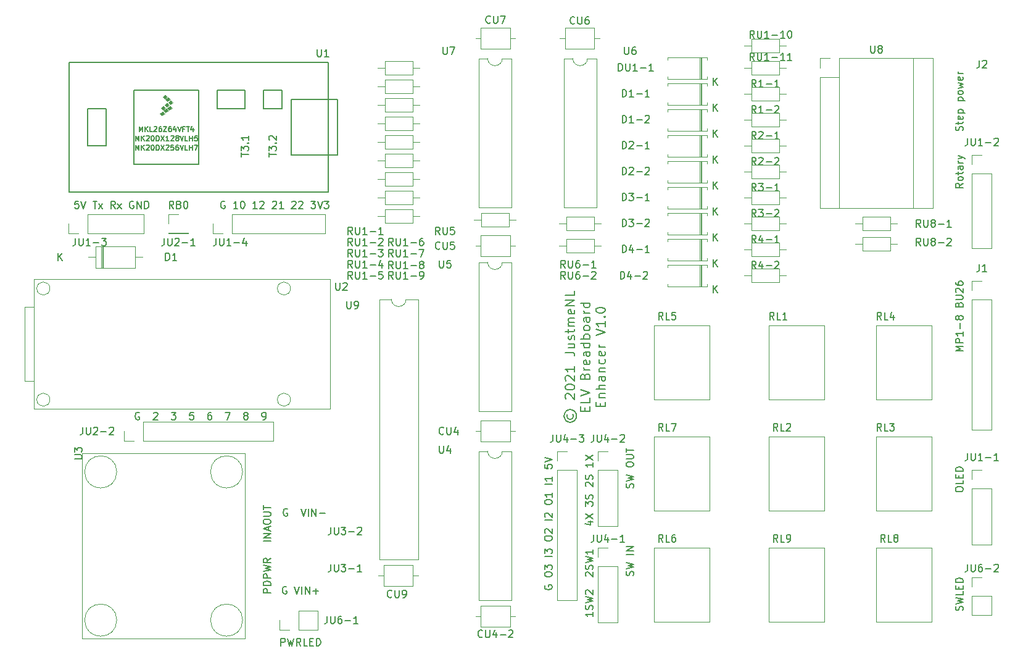
<source format=gbr>
%TF.GenerationSoftware,KiCad,Pcbnew,(5.1.9-0-10_14)*%
%TF.CreationDate,2021-03-06T16:34:47+01:00*%
%TF.ProjectId,Breadboard,42726561-6462-46f6-9172-642e6b696361,rev?*%
%TF.SameCoordinates,Original*%
%TF.FileFunction,Legend,Top*%
%TF.FilePolarity,Positive*%
%FSLAX46Y46*%
G04 Gerber Fmt 4.6, Leading zero omitted, Abs format (unit mm)*
G04 Created by KiCad (PCBNEW (5.1.9-0-10_14)) date 2021-03-06 16:34:47*
%MOMM*%
%LPD*%
G01*
G04 APERTURE LIST*
%ADD10C,0.150000*%
%ADD11C,0.120000*%
%ADD12C,0.100000*%
G04 APERTURE END LIST*
D10*
X141009714Y-115537714D02*
X141676380Y-115537714D01*
X140628761Y-115775809D02*
X141343047Y-116013904D01*
X141343047Y-115394857D01*
X140676380Y-115109142D02*
X141676380Y-114442476D01*
X140676380Y-114442476D02*
X141676380Y-115109142D01*
X140676380Y-113394857D02*
X140676380Y-112775809D01*
X141057333Y-113109142D01*
X141057333Y-112966285D01*
X141104952Y-112871047D01*
X141152571Y-112823428D01*
X141247809Y-112775809D01*
X141485904Y-112775809D01*
X141581142Y-112823428D01*
X141628761Y-112871047D01*
X141676380Y-112966285D01*
X141676380Y-113252000D01*
X141628761Y-113347238D01*
X141581142Y-113394857D01*
X141628761Y-112394857D02*
X141676380Y-112252000D01*
X141676380Y-112013904D01*
X141628761Y-111918666D01*
X141581142Y-111871047D01*
X141485904Y-111823428D01*
X141390666Y-111823428D01*
X141295428Y-111871047D01*
X141247809Y-111918666D01*
X141200190Y-112013904D01*
X141152571Y-112204380D01*
X141104952Y-112299619D01*
X141057333Y-112347238D01*
X140962095Y-112394857D01*
X140866857Y-112394857D01*
X140771619Y-112347238D01*
X140724000Y-112299619D01*
X140676380Y-112204380D01*
X140676380Y-111966285D01*
X140724000Y-111823428D01*
X140771619Y-110680571D02*
X140724000Y-110632952D01*
X140676380Y-110537714D01*
X140676380Y-110299619D01*
X140724000Y-110204380D01*
X140771619Y-110156761D01*
X140866857Y-110109142D01*
X140962095Y-110109142D01*
X141104952Y-110156761D01*
X141676380Y-110728190D01*
X141676380Y-110109142D01*
X141628761Y-109728190D02*
X141676380Y-109585333D01*
X141676380Y-109347238D01*
X141628761Y-109252000D01*
X141581142Y-109204380D01*
X141485904Y-109156761D01*
X141390666Y-109156761D01*
X141295428Y-109204380D01*
X141247809Y-109252000D01*
X141200190Y-109347238D01*
X141152571Y-109537714D01*
X141104952Y-109632952D01*
X141057333Y-109680571D01*
X140962095Y-109728190D01*
X140866857Y-109728190D01*
X140771619Y-109680571D01*
X140724000Y-109632952D01*
X140676380Y-109537714D01*
X140676380Y-109299619D01*
X140724000Y-109156761D01*
X141676380Y-107442476D02*
X141676380Y-108013904D01*
X141676380Y-107728190D02*
X140676380Y-107728190D01*
X140819238Y-107823428D01*
X140914476Y-107918666D01*
X140962095Y-108013904D01*
X140676380Y-107109142D02*
X141676380Y-106442476D01*
X140676380Y-106442476D02*
X141676380Y-107109142D01*
X141676380Y-127952000D02*
X141676380Y-128523428D01*
X141676380Y-128237714D02*
X140676380Y-128237714D01*
X140819238Y-128332952D01*
X140914476Y-128428190D01*
X140962095Y-128523428D01*
X141628761Y-127571047D02*
X141676380Y-127428190D01*
X141676380Y-127190095D01*
X141628761Y-127094857D01*
X141581142Y-127047238D01*
X141485904Y-126999619D01*
X141390666Y-126999619D01*
X141295428Y-127047238D01*
X141247809Y-127094857D01*
X141200190Y-127190095D01*
X141152571Y-127380571D01*
X141104952Y-127475809D01*
X141057333Y-127523428D01*
X140962095Y-127571047D01*
X140866857Y-127571047D01*
X140771619Y-127523428D01*
X140724000Y-127475809D01*
X140676380Y-127380571D01*
X140676380Y-127142476D01*
X140724000Y-126999619D01*
X140676380Y-126666285D02*
X141676380Y-126428190D01*
X140962095Y-126237714D01*
X141676380Y-126047238D01*
X140676380Y-125809142D01*
X140771619Y-125475809D02*
X140724000Y-125428190D01*
X140676380Y-125332952D01*
X140676380Y-125094857D01*
X140724000Y-124999619D01*
X140771619Y-124952000D01*
X140866857Y-124904380D01*
X140962095Y-124904380D01*
X141104952Y-124952000D01*
X141676380Y-125523428D01*
X141676380Y-124904380D01*
X140771619Y-122999619D02*
X140724000Y-122952000D01*
X140676380Y-122856761D01*
X140676380Y-122618666D01*
X140724000Y-122523428D01*
X140771619Y-122475809D01*
X140866857Y-122428190D01*
X140962095Y-122428190D01*
X141104952Y-122475809D01*
X141676380Y-123047238D01*
X141676380Y-122428190D01*
X141628761Y-122047238D02*
X141676380Y-121904380D01*
X141676380Y-121666285D01*
X141628761Y-121571047D01*
X141581142Y-121523428D01*
X141485904Y-121475809D01*
X141390666Y-121475809D01*
X141295428Y-121523428D01*
X141247809Y-121571047D01*
X141200190Y-121666285D01*
X141152571Y-121856761D01*
X141104952Y-121952000D01*
X141057333Y-121999619D01*
X140962095Y-122047238D01*
X140866857Y-122047238D01*
X140771619Y-121999619D01*
X140724000Y-121952000D01*
X140676380Y-121856761D01*
X140676380Y-121618666D01*
X140724000Y-121475809D01*
X140676380Y-121142476D02*
X141676380Y-120904380D01*
X140962095Y-120713904D01*
X141676380Y-120523428D01*
X140676380Y-120285333D01*
X141676380Y-119380571D02*
X141676380Y-119952000D01*
X141676380Y-119666285D02*
X140676380Y-119666285D01*
X140819238Y-119761523D01*
X140914476Y-119856761D01*
X140962095Y-119952000D01*
X99671428Y-124468000D02*
X99576190Y-124420380D01*
X99433333Y-124420380D01*
X99290476Y-124468000D01*
X99195238Y-124563238D01*
X99147619Y-124658476D01*
X99100000Y-124848952D01*
X99100000Y-124991809D01*
X99147619Y-125182285D01*
X99195238Y-125277523D01*
X99290476Y-125372761D01*
X99433333Y-125420380D01*
X99528571Y-125420380D01*
X99671428Y-125372761D01*
X99719047Y-125325142D01*
X99719047Y-124991809D01*
X99528571Y-124991809D01*
X100766666Y-124420380D02*
X101100000Y-125420380D01*
X101433333Y-124420380D01*
X101766666Y-125420380D02*
X101766666Y-124420380D01*
X102242857Y-125420380D02*
X102242857Y-124420380D01*
X102814285Y-125420380D01*
X102814285Y-124420380D01*
X103290476Y-125039428D02*
X104052380Y-125039428D01*
X103671428Y-125420380D02*
X103671428Y-124658476D01*
X99798476Y-113800000D02*
X99703238Y-113752380D01*
X99560380Y-113752380D01*
X99417523Y-113800000D01*
X99322285Y-113895238D01*
X99274666Y-113990476D01*
X99227047Y-114180952D01*
X99227047Y-114323809D01*
X99274666Y-114514285D01*
X99322285Y-114609523D01*
X99417523Y-114704761D01*
X99560380Y-114752380D01*
X99655619Y-114752380D01*
X99798476Y-114704761D01*
X99846095Y-114657142D01*
X99846095Y-114323809D01*
X99655619Y-114323809D01*
X101655619Y-113752380D02*
X101988952Y-114752380D01*
X102322285Y-113752380D01*
X102655619Y-114752380D02*
X102655619Y-113752380D01*
X103131809Y-114752380D02*
X103131809Y-113752380D01*
X103703238Y-114752380D01*
X103703238Y-113752380D01*
X104179428Y-114371428D02*
X104941333Y-114371428D01*
X84169333Y-72588380D02*
X83836000Y-72112190D01*
X83597904Y-72588380D02*
X83597904Y-71588380D01*
X83978857Y-71588380D01*
X84074095Y-71636000D01*
X84121714Y-71683619D01*
X84169333Y-71778857D01*
X84169333Y-71921714D01*
X84121714Y-72016952D01*
X84074095Y-72064571D01*
X83978857Y-72112190D01*
X83597904Y-72112190D01*
X84931238Y-72064571D02*
X85074095Y-72112190D01*
X85121714Y-72159809D01*
X85169333Y-72255047D01*
X85169333Y-72397904D01*
X85121714Y-72493142D01*
X85074095Y-72540761D01*
X84978857Y-72588380D01*
X84597904Y-72588380D01*
X84597904Y-71588380D01*
X84931238Y-71588380D01*
X85026476Y-71636000D01*
X85074095Y-71683619D01*
X85121714Y-71778857D01*
X85121714Y-71874095D01*
X85074095Y-71969333D01*
X85026476Y-72016952D01*
X84931238Y-72064571D01*
X84597904Y-72064571D01*
X85788380Y-71588380D02*
X85883619Y-71588380D01*
X85978857Y-71636000D01*
X86026476Y-71683619D01*
X86074095Y-71778857D01*
X86121714Y-71969333D01*
X86121714Y-72207428D01*
X86074095Y-72397904D01*
X86026476Y-72493142D01*
X85978857Y-72540761D01*
X85883619Y-72588380D01*
X85788380Y-72588380D01*
X85693142Y-72540761D01*
X85645523Y-72493142D01*
X85597904Y-72397904D01*
X85550285Y-72207428D01*
X85550285Y-71969333D01*
X85597904Y-71778857D01*
X85645523Y-71683619D01*
X85693142Y-71636000D01*
X85788380Y-71588380D01*
X97480380Y-118204952D02*
X96480380Y-118204952D01*
X97480380Y-117728761D02*
X96480380Y-117728761D01*
X97480380Y-117157333D01*
X96480380Y-117157333D01*
X97194666Y-116728761D02*
X97194666Y-116252571D01*
X97480380Y-116824000D02*
X96480380Y-116490666D01*
X97480380Y-116157333D01*
X96480380Y-115633523D02*
X96480380Y-115443047D01*
X96528000Y-115347809D01*
X96623238Y-115252571D01*
X96813714Y-115204952D01*
X97147047Y-115204952D01*
X97337523Y-115252571D01*
X97432761Y-115347809D01*
X97480380Y-115443047D01*
X97480380Y-115633523D01*
X97432761Y-115728761D01*
X97337523Y-115824000D01*
X97147047Y-115871619D01*
X96813714Y-115871619D01*
X96623238Y-115824000D01*
X96528000Y-115728761D01*
X96480380Y-115633523D01*
X96480380Y-114776380D02*
X97289904Y-114776380D01*
X97385142Y-114728761D01*
X97432761Y-114681142D01*
X97480380Y-114585904D01*
X97480380Y-114395428D01*
X97432761Y-114300190D01*
X97385142Y-114252571D01*
X97289904Y-114204952D01*
X96480380Y-114204952D01*
X96480380Y-113871619D02*
X96480380Y-113300190D01*
X97480380Y-113585904D02*
X96480380Y-113585904D01*
X97480380Y-125269333D02*
X96480380Y-125269333D01*
X96480380Y-124888380D01*
X96528000Y-124793142D01*
X96575619Y-124745523D01*
X96670857Y-124697904D01*
X96813714Y-124697904D01*
X96908952Y-124745523D01*
X96956571Y-124793142D01*
X97004190Y-124888380D01*
X97004190Y-125269333D01*
X97480380Y-124269333D02*
X96480380Y-124269333D01*
X96480380Y-124031238D01*
X96528000Y-123888380D01*
X96623238Y-123793142D01*
X96718476Y-123745523D01*
X96908952Y-123697904D01*
X97051809Y-123697904D01*
X97242285Y-123745523D01*
X97337523Y-123793142D01*
X97432761Y-123888380D01*
X97480380Y-124031238D01*
X97480380Y-124269333D01*
X97480380Y-123269333D02*
X96480380Y-123269333D01*
X96480380Y-122888380D01*
X96528000Y-122793142D01*
X96575619Y-122745523D01*
X96670857Y-122697904D01*
X96813714Y-122697904D01*
X96908952Y-122745523D01*
X96956571Y-122793142D01*
X97004190Y-122888380D01*
X97004190Y-123269333D01*
X96480380Y-122364571D02*
X97480380Y-122126476D01*
X96766095Y-121936000D01*
X97480380Y-121745523D01*
X96480380Y-121507428D01*
X97480380Y-120555047D02*
X97004190Y-120888380D01*
X97480380Y-121126476D02*
X96480380Y-121126476D01*
X96480380Y-120745523D01*
X96528000Y-120650285D01*
X96575619Y-120602666D01*
X96670857Y-120555047D01*
X96813714Y-120555047D01*
X96908952Y-120602666D01*
X96956571Y-120650285D01*
X97004190Y-120745523D01*
X97004190Y-121126476D01*
X135136000Y-124276380D02*
X135088380Y-124371619D01*
X135088380Y-124514476D01*
X135136000Y-124657333D01*
X135231238Y-124752571D01*
X135326476Y-124800190D01*
X135516952Y-124847809D01*
X135659809Y-124847809D01*
X135850285Y-124800190D01*
X135945523Y-124752571D01*
X136040761Y-124657333D01*
X136088380Y-124514476D01*
X136088380Y-124419238D01*
X136040761Y-124276380D01*
X135993142Y-124228761D01*
X135659809Y-124228761D01*
X135659809Y-124419238D01*
X135088380Y-122847809D02*
X135088380Y-122657333D01*
X135136000Y-122562095D01*
X135231238Y-122466857D01*
X135421714Y-122419238D01*
X135755047Y-122419238D01*
X135945523Y-122466857D01*
X136040761Y-122562095D01*
X136088380Y-122657333D01*
X136088380Y-122847809D01*
X136040761Y-122943047D01*
X135945523Y-123038285D01*
X135755047Y-123085904D01*
X135421714Y-123085904D01*
X135231238Y-123038285D01*
X135136000Y-122943047D01*
X135088380Y-122847809D01*
X135088380Y-122085904D02*
X135088380Y-121466857D01*
X135469333Y-121800190D01*
X135469333Y-121657333D01*
X135516952Y-121562095D01*
X135564571Y-121514476D01*
X135659809Y-121466857D01*
X135897904Y-121466857D01*
X135993142Y-121514476D01*
X136040761Y-121562095D01*
X136088380Y-121657333D01*
X136088380Y-121943047D01*
X136040761Y-122038285D01*
X135993142Y-122085904D01*
X136088380Y-120276380D02*
X135088380Y-120276380D01*
X135088380Y-119895428D02*
X135088380Y-119276380D01*
X135469333Y-119609714D01*
X135469333Y-119466857D01*
X135516952Y-119371619D01*
X135564571Y-119324000D01*
X135659809Y-119276380D01*
X135897904Y-119276380D01*
X135993142Y-119324000D01*
X136040761Y-119371619D01*
X136088380Y-119466857D01*
X136088380Y-119752571D01*
X136040761Y-119847809D01*
X135993142Y-119895428D01*
X135088380Y-117895428D02*
X135088380Y-117704952D01*
X135136000Y-117609714D01*
X135231238Y-117514476D01*
X135421714Y-117466857D01*
X135755047Y-117466857D01*
X135945523Y-117514476D01*
X136040761Y-117609714D01*
X136088380Y-117704952D01*
X136088380Y-117895428D01*
X136040761Y-117990666D01*
X135945523Y-118085904D01*
X135755047Y-118133523D01*
X135421714Y-118133523D01*
X135231238Y-118085904D01*
X135136000Y-117990666D01*
X135088380Y-117895428D01*
X135183619Y-117085904D02*
X135136000Y-117038285D01*
X135088380Y-116943047D01*
X135088380Y-116704952D01*
X135136000Y-116609714D01*
X135183619Y-116562095D01*
X135278857Y-116514476D01*
X135374095Y-116514476D01*
X135516952Y-116562095D01*
X136088380Y-117133523D01*
X136088380Y-116514476D01*
X136088380Y-115324000D02*
X135088380Y-115324000D01*
X135183619Y-114895428D02*
X135136000Y-114847809D01*
X135088380Y-114752571D01*
X135088380Y-114514476D01*
X135136000Y-114419238D01*
X135183619Y-114371619D01*
X135278857Y-114324000D01*
X135374095Y-114324000D01*
X135516952Y-114371619D01*
X136088380Y-114943047D01*
X136088380Y-114324000D01*
X135088380Y-112943047D02*
X135088380Y-112752571D01*
X135136000Y-112657333D01*
X135231238Y-112562095D01*
X135421714Y-112514476D01*
X135755047Y-112514476D01*
X135945523Y-112562095D01*
X136040761Y-112657333D01*
X136088380Y-112752571D01*
X136088380Y-112943047D01*
X136040761Y-113038285D01*
X135945523Y-113133523D01*
X135755047Y-113181142D01*
X135421714Y-113181142D01*
X135231238Y-113133523D01*
X135136000Y-113038285D01*
X135088380Y-112943047D01*
X136088380Y-111562095D02*
X136088380Y-112133523D01*
X136088380Y-111847809D02*
X135088380Y-111847809D01*
X135231238Y-111943047D01*
X135326476Y-112038285D01*
X135374095Y-112133523D01*
X136088380Y-110371619D02*
X135088380Y-110371619D01*
X136088380Y-109371619D02*
X136088380Y-109943047D01*
X136088380Y-109657333D02*
X135088380Y-109657333D01*
X135231238Y-109752571D01*
X135326476Y-109847809D01*
X135374095Y-109943047D01*
X135088380Y-107704952D02*
X135088380Y-108181142D01*
X135564571Y-108228761D01*
X135516952Y-108181142D01*
X135469333Y-108085904D01*
X135469333Y-107847809D01*
X135516952Y-107752571D01*
X135564571Y-107704952D01*
X135659809Y-107657333D01*
X135897904Y-107657333D01*
X135993142Y-107704952D01*
X136040761Y-107752571D01*
X136088380Y-107847809D01*
X136088380Y-108085904D01*
X136040761Y-108181142D01*
X135993142Y-108228761D01*
X135088380Y-107371619D02*
X136088380Y-107038285D01*
X135088380Y-106704952D01*
X147216761Y-110870666D02*
X147264380Y-110727809D01*
X147264380Y-110489714D01*
X147216761Y-110394476D01*
X147169142Y-110346857D01*
X147073904Y-110299238D01*
X146978666Y-110299238D01*
X146883428Y-110346857D01*
X146835809Y-110394476D01*
X146788190Y-110489714D01*
X146740571Y-110680190D01*
X146692952Y-110775428D01*
X146645333Y-110823047D01*
X146550095Y-110870666D01*
X146454857Y-110870666D01*
X146359619Y-110823047D01*
X146312000Y-110775428D01*
X146264380Y-110680190D01*
X146264380Y-110442095D01*
X146312000Y-110299238D01*
X146264380Y-109965904D02*
X147264380Y-109727809D01*
X146550095Y-109537333D01*
X147264380Y-109346857D01*
X146264380Y-109108761D01*
X146264380Y-107775428D02*
X146264380Y-107584952D01*
X146312000Y-107489714D01*
X146407238Y-107394476D01*
X146597714Y-107346857D01*
X146931047Y-107346857D01*
X147121523Y-107394476D01*
X147216761Y-107489714D01*
X147264380Y-107584952D01*
X147264380Y-107775428D01*
X147216761Y-107870666D01*
X147121523Y-107965904D01*
X146931047Y-108013523D01*
X146597714Y-108013523D01*
X146407238Y-107965904D01*
X146312000Y-107870666D01*
X146264380Y-107775428D01*
X146264380Y-106918285D02*
X147073904Y-106918285D01*
X147169142Y-106870666D01*
X147216761Y-106823047D01*
X147264380Y-106727809D01*
X147264380Y-106537333D01*
X147216761Y-106442095D01*
X147169142Y-106394476D01*
X147073904Y-106346857D01*
X146264380Y-106346857D01*
X146264380Y-106013523D02*
X146264380Y-105442095D01*
X147264380Y-105727809D02*
X146264380Y-105727809D01*
X147216761Y-122904000D02*
X147264380Y-122761142D01*
X147264380Y-122523047D01*
X147216761Y-122427809D01*
X147169142Y-122380190D01*
X147073904Y-122332571D01*
X146978666Y-122332571D01*
X146883428Y-122380190D01*
X146835809Y-122427809D01*
X146788190Y-122523047D01*
X146740571Y-122713523D01*
X146692952Y-122808761D01*
X146645333Y-122856380D01*
X146550095Y-122904000D01*
X146454857Y-122904000D01*
X146359619Y-122856380D01*
X146312000Y-122808761D01*
X146264380Y-122713523D01*
X146264380Y-122475428D01*
X146312000Y-122332571D01*
X146264380Y-121999238D02*
X147264380Y-121761142D01*
X146550095Y-121570666D01*
X147264380Y-121380190D01*
X146264380Y-121142095D01*
X147264380Y-119999238D02*
X146264380Y-119999238D01*
X147264380Y-119523047D02*
X146264380Y-119523047D01*
X147264380Y-118951619D01*
X146264380Y-118951619D01*
X138213619Y-100794952D02*
X138151714Y-100918761D01*
X138151714Y-101166380D01*
X138213619Y-101290190D01*
X138337428Y-101414000D01*
X138461238Y-101475904D01*
X138708857Y-101475904D01*
X138832666Y-101414000D01*
X138956476Y-101290190D01*
X139018380Y-101166380D01*
X139018380Y-100918761D01*
X138956476Y-100794952D01*
X137718380Y-101042571D02*
X137780285Y-101352095D01*
X137966000Y-101661619D01*
X138275523Y-101847333D01*
X138585047Y-101909238D01*
X138894571Y-101847333D01*
X139204095Y-101661619D01*
X139389809Y-101352095D01*
X139451714Y-101042571D01*
X139389809Y-100733047D01*
X139204095Y-100423523D01*
X138894571Y-100237809D01*
X138585047Y-100175904D01*
X138275523Y-100237809D01*
X137966000Y-100423523D01*
X137780285Y-100733047D01*
X137718380Y-101042571D01*
X138027904Y-98690190D02*
X137966000Y-98628285D01*
X137904095Y-98504476D01*
X137904095Y-98194952D01*
X137966000Y-98071142D01*
X138027904Y-98009238D01*
X138151714Y-97947333D01*
X138275523Y-97947333D01*
X138461238Y-98009238D01*
X139204095Y-98752095D01*
X139204095Y-97947333D01*
X137904095Y-97142571D02*
X137904095Y-97018761D01*
X137966000Y-96894952D01*
X138027904Y-96833047D01*
X138151714Y-96771142D01*
X138399333Y-96709238D01*
X138708857Y-96709238D01*
X138956476Y-96771142D01*
X139080285Y-96833047D01*
X139142190Y-96894952D01*
X139204095Y-97018761D01*
X139204095Y-97142571D01*
X139142190Y-97266380D01*
X139080285Y-97328285D01*
X138956476Y-97390190D01*
X138708857Y-97452095D01*
X138399333Y-97452095D01*
X138151714Y-97390190D01*
X138027904Y-97328285D01*
X137966000Y-97266380D01*
X137904095Y-97142571D01*
X138027904Y-96214000D02*
X137966000Y-96152095D01*
X137904095Y-96028285D01*
X137904095Y-95718761D01*
X137966000Y-95594952D01*
X138027904Y-95533047D01*
X138151714Y-95471142D01*
X138275523Y-95471142D01*
X138461238Y-95533047D01*
X139204095Y-96275904D01*
X139204095Y-95471142D01*
X139204095Y-94233047D02*
X139204095Y-94975904D01*
X139204095Y-94604476D02*
X137904095Y-94604476D01*
X138089809Y-94728285D01*
X138213619Y-94852095D01*
X138275523Y-94975904D01*
X137904095Y-92314000D02*
X138832666Y-92314000D01*
X139018380Y-92375904D01*
X139142190Y-92499714D01*
X139204095Y-92685428D01*
X139204095Y-92809238D01*
X138337428Y-91137809D02*
X139204095Y-91137809D01*
X138337428Y-91694952D02*
X139018380Y-91694952D01*
X139142190Y-91633047D01*
X139204095Y-91509238D01*
X139204095Y-91323523D01*
X139142190Y-91199714D01*
X139080285Y-91137809D01*
X139142190Y-90580666D02*
X139204095Y-90456857D01*
X139204095Y-90209238D01*
X139142190Y-90085428D01*
X139018380Y-90023523D01*
X138956476Y-90023523D01*
X138832666Y-90085428D01*
X138770761Y-90209238D01*
X138770761Y-90394952D01*
X138708857Y-90518761D01*
X138585047Y-90580666D01*
X138523142Y-90580666D01*
X138399333Y-90518761D01*
X138337428Y-90394952D01*
X138337428Y-90209238D01*
X138399333Y-90085428D01*
X138337428Y-89652095D02*
X138337428Y-89156857D01*
X137904095Y-89466380D02*
X139018380Y-89466380D01*
X139142190Y-89404476D01*
X139204095Y-89280666D01*
X139204095Y-89156857D01*
X139204095Y-88723523D02*
X138337428Y-88723523D01*
X138461238Y-88723523D02*
X138399333Y-88661619D01*
X138337428Y-88537809D01*
X138337428Y-88352095D01*
X138399333Y-88228285D01*
X138523142Y-88166380D01*
X139204095Y-88166380D01*
X138523142Y-88166380D02*
X138399333Y-88104476D01*
X138337428Y-87980666D01*
X138337428Y-87794952D01*
X138399333Y-87671142D01*
X138523142Y-87609238D01*
X139204095Y-87609238D01*
X139142190Y-86494952D02*
X139204095Y-86618761D01*
X139204095Y-86866380D01*
X139142190Y-86990190D01*
X139018380Y-87052095D01*
X138523142Y-87052095D01*
X138399333Y-86990190D01*
X138337428Y-86866380D01*
X138337428Y-86618761D01*
X138399333Y-86494952D01*
X138523142Y-86433047D01*
X138646952Y-86433047D01*
X138770761Y-87052095D01*
X139204095Y-85875904D02*
X137904095Y-85875904D01*
X139204095Y-85133047D01*
X137904095Y-85133047D01*
X139204095Y-83894952D02*
X139204095Y-84514000D01*
X137904095Y-84514000D01*
X140623142Y-100361619D02*
X140623142Y-99928285D01*
X141304095Y-99742571D02*
X141304095Y-100361619D01*
X140004095Y-100361619D01*
X140004095Y-99742571D01*
X141304095Y-98566380D02*
X141304095Y-99185428D01*
X140004095Y-99185428D01*
X140004095Y-98318761D02*
X141304095Y-97885428D01*
X140004095Y-97452095D01*
X140623142Y-95594952D02*
X140685047Y-95409238D01*
X140746952Y-95347333D01*
X140870761Y-95285428D01*
X141056476Y-95285428D01*
X141180285Y-95347333D01*
X141242190Y-95409238D01*
X141304095Y-95533047D01*
X141304095Y-96028285D01*
X140004095Y-96028285D01*
X140004095Y-95594952D01*
X140066000Y-95471142D01*
X140127904Y-95409238D01*
X140251714Y-95347333D01*
X140375523Y-95347333D01*
X140499333Y-95409238D01*
X140561238Y-95471142D01*
X140623142Y-95594952D01*
X140623142Y-96028285D01*
X141304095Y-94728285D02*
X140437428Y-94728285D01*
X140685047Y-94728285D02*
X140561238Y-94666380D01*
X140499333Y-94604476D01*
X140437428Y-94480666D01*
X140437428Y-94356857D01*
X141242190Y-93428285D02*
X141304095Y-93552095D01*
X141304095Y-93799714D01*
X141242190Y-93923523D01*
X141118380Y-93985428D01*
X140623142Y-93985428D01*
X140499333Y-93923523D01*
X140437428Y-93799714D01*
X140437428Y-93552095D01*
X140499333Y-93428285D01*
X140623142Y-93366380D01*
X140746952Y-93366380D01*
X140870761Y-93985428D01*
X141304095Y-92252095D02*
X140623142Y-92252095D01*
X140499333Y-92314000D01*
X140437428Y-92437809D01*
X140437428Y-92685428D01*
X140499333Y-92809238D01*
X141242190Y-92252095D02*
X141304095Y-92375904D01*
X141304095Y-92685428D01*
X141242190Y-92809238D01*
X141118380Y-92871142D01*
X140994571Y-92871142D01*
X140870761Y-92809238D01*
X140808857Y-92685428D01*
X140808857Y-92375904D01*
X140746952Y-92252095D01*
X141304095Y-91075904D02*
X140004095Y-91075904D01*
X141242190Y-91075904D02*
X141304095Y-91199714D01*
X141304095Y-91447333D01*
X141242190Y-91571142D01*
X141180285Y-91633047D01*
X141056476Y-91694952D01*
X140685047Y-91694952D01*
X140561238Y-91633047D01*
X140499333Y-91571142D01*
X140437428Y-91447333D01*
X140437428Y-91199714D01*
X140499333Y-91075904D01*
X141304095Y-90456857D02*
X140004095Y-90456857D01*
X140499333Y-90456857D02*
X140437428Y-90333047D01*
X140437428Y-90085428D01*
X140499333Y-89961619D01*
X140561238Y-89899714D01*
X140685047Y-89837809D01*
X141056476Y-89837809D01*
X141180285Y-89899714D01*
X141242190Y-89961619D01*
X141304095Y-90085428D01*
X141304095Y-90333047D01*
X141242190Y-90456857D01*
X141304095Y-89094952D02*
X141242190Y-89218761D01*
X141180285Y-89280666D01*
X141056476Y-89342571D01*
X140685047Y-89342571D01*
X140561238Y-89280666D01*
X140499333Y-89218761D01*
X140437428Y-89094952D01*
X140437428Y-88909238D01*
X140499333Y-88785428D01*
X140561238Y-88723523D01*
X140685047Y-88661619D01*
X141056476Y-88661619D01*
X141180285Y-88723523D01*
X141242190Y-88785428D01*
X141304095Y-88909238D01*
X141304095Y-89094952D01*
X141304095Y-87547333D02*
X140623142Y-87547333D01*
X140499333Y-87609238D01*
X140437428Y-87733047D01*
X140437428Y-87980666D01*
X140499333Y-88104476D01*
X141242190Y-87547333D02*
X141304095Y-87671142D01*
X141304095Y-87980666D01*
X141242190Y-88104476D01*
X141118380Y-88166380D01*
X140994571Y-88166380D01*
X140870761Y-88104476D01*
X140808857Y-87980666D01*
X140808857Y-87671142D01*
X140746952Y-87547333D01*
X141304095Y-86928285D02*
X140437428Y-86928285D01*
X140685047Y-86928285D02*
X140561238Y-86866380D01*
X140499333Y-86804476D01*
X140437428Y-86680666D01*
X140437428Y-86556857D01*
X141304095Y-85566380D02*
X140004095Y-85566380D01*
X141242190Y-85566380D02*
X141304095Y-85690190D01*
X141304095Y-85937809D01*
X141242190Y-86061619D01*
X141180285Y-86123523D01*
X141056476Y-86185428D01*
X140685047Y-86185428D01*
X140561238Y-86123523D01*
X140499333Y-86061619D01*
X140437428Y-85937809D01*
X140437428Y-85690190D01*
X140499333Y-85566380D01*
X142723142Y-99711619D02*
X142723142Y-99278285D01*
X143404095Y-99092571D02*
X143404095Y-99711619D01*
X142104095Y-99711619D01*
X142104095Y-99092571D01*
X142537428Y-98535428D02*
X143404095Y-98535428D01*
X142661238Y-98535428D02*
X142599333Y-98473523D01*
X142537428Y-98349714D01*
X142537428Y-98164000D01*
X142599333Y-98040190D01*
X142723142Y-97978285D01*
X143404095Y-97978285D01*
X143404095Y-97359238D02*
X142104095Y-97359238D01*
X143404095Y-96802095D02*
X142723142Y-96802095D01*
X142599333Y-96864000D01*
X142537428Y-96987809D01*
X142537428Y-97173523D01*
X142599333Y-97297333D01*
X142661238Y-97359238D01*
X143404095Y-95625904D02*
X142723142Y-95625904D01*
X142599333Y-95687809D01*
X142537428Y-95811619D01*
X142537428Y-96059238D01*
X142599333Y-96183047D01*
X143342190Y-95625904D02*
X143404095Y-95749714D01*
X143404095Y-96059238D01*
X143342190Y-96183047D01*
X143218380Y-96244952D01*
X143094571Y-96244952D01*
X142970761Y-96183047D01*
X142908857Y-96059238D01*
X142908857Y-95749714D01*
X142846952Y-95625904D01*
X142537428Y-95006857D02*
X143404095Y-95006857D01*
X142661238Y-95006857D02*
X142599333Y-94944952D01*
X142537428Y-94821142D01*
X142537428Y-94635428D01*
X142599333Y-94511619D01*
X142723142Y-94449714D01*
X143404095Y-94449714D01*
X143342190Y-93273523D02*
X143404095Y-93397333D01*
X143404095Y-93644952D01*
X143342190Y-93768761D01*
X143280285Y-93830666D01*
X143156476Y-93892571D01*
X142785047Y-93892571D01*
X142661238Y-93830666D01*
X142599333Y-93768761D01*
X142537428Y-93644952D01*
X142537428Y-93397333D01*
X142599333Y-93273523D01*
X143342190Y-92221142D02*
X143404095Y-92344952D01*
X143404095Y-92592571D01*
X143342190Y-92716380D01*
X143218380Y-92778285D01*
X142723142Y-92778285D01*
X142599333Y-92716380D01*
X142537428Y-92592571D01*
X142537428Y-92344952D01*
X142599333Y-92221142D01*
X142723142Y-92159238D01*
X142846952Y-92159238D01*
X142970761Y-92778285D01*
X143404095Y-91602095D02*
X142537428Y-91602095D01*
X142785047Y-91602095D02*
X142661238Y-91540190D01*
X142599333Y-91478285D01*
X142537428Y-91354476D01*
X142537428Y-91230666D01*
X142104095Y-89992571D02*
X143404095Y-89559238D01*
X142104095Y-89125904D01*
X143404095Y-88011619D02*
X143404095Y-88754476D01*
X143404095Y-88383047D02*
X142104095Y-88383047D01*
X142289809Y-88506857D01*
X142413619Y-88630666D01*
X142475523Y-88754476D01*
X143280285Y-87454476D02*
X143342190Y-87392571D01*
X143404095Y-87454476D01*
X143342190Y-87516380D01*
X143280285Y-87454476D01*
X143404095Y-87454476D01*
X142104095Y-86587809D02*
X142104095Y-86464000D01*
X142166000Y-86340190D01*
X142227904Y-86278285D01*
X142351714Y-86216380D01*
X142599333Y-86154476D01*
X142908857Y-86154476D01*
X143156476Y-86216380D01*
X143280285Y-86278285D01*
X143342190Y-86340190D01*
X143404095Y-86464000D01*
X143404095Y-86587809D01*
X143342190Y-86711619D01*
X143280285Y-86773523D01*
X143156476Y-86835428D01*
X142908857Y-86897333D01*
X142599333Y-86897333D01*
X142351714Y-86835428D01*
X142227904Y-86773523D01*
X142166000Y-86711619D01*
X142104095Y-86587809D01*
X98909523Y-132532380D02*
X98909523Y-131532380D01*
X99290476Y-131532380D01*
X99385714Y-131580000D01*
X99433333Y-131627619D01*
X99480952Y-131722857D01*
X99480952Y-131865714D01*
X99433333Y-131960952D01*
X99385714Y-132008571D01*
X99290476Y-132056190D01*
X98909523Y-132056190D01*
X99814285Y-131532380D02*
X100052380Y-132532380D01*
X100242857Y-131818095D01*
X100433333Y-132532380D01*
X100671428Y-131532380D01*
X101623809Y-132532380D02*
X101290476Y-132056190D01*
X101052380Y-132532380D02*
X101052380Y-131532380D01*
X101433333Y-131532380D01*
X101528571Y-131580000D01*
X101576190Y-131627619D01*
X101623809Y-131722857D01*
X101623809Y-131865714D01*
X101576190Y-131960952D01*
X101528571Y-132008571D01*
X101433333Y-132056190D01*
X101052380Y-132056190D01*
X102528571Y-132532380D02*
X102052380Y-132532380D01*
X102052380Y-131532380D01*
X102861904Y-132008571D02*
X103195238Y-132008571D01*
X103338095Y-132532380D02*
X102861904Y-132532380D01*
X102861904Y-131532380D01*
X103338095Y-131532380D01*
X103766666Y-132532380D02*
X103766666Y-131532380D01*
X104004761Y-131532380D01*
X104147619Y-131580000D01*
X104242857Y-131675238D01*
X104290476Y-131770476D01*
X104338095Y-131960952D01*
X104338095Y-132103809D01*
X104290476Y-132294285D01*
X104242857Y-132389523D01*
X104147619Y-132484761D01*
X104004761Y-132532380D01*
X103766666Y-132532380D01*
X71144380Y-71588380D02*
X70668190Y-71588380D01*
X70620571Y-72064571D01*
X70668190Y-72016952D01*
X70763428Y-71969333D01*
X71001523Y-71969333D01*
X71096761Y-72016952D01*
X71144380Y-72064571D01*
X71192000Y-72159809D01*
X71192000Y-72397904D01*
X71144380Y-72493142D01*
X71096761Y-72540761D01*
X71001523Y-72588380D01*
X70763428Y-72588380D01*
X70668190Y-72540761D01*
X70620571Y-72493142D01*
X71477714Y-71588380D02*
X71811047Y-72588380D01*
X72144380Y-71588380D01*
X73096761Y-71588380D02*
X73668190Y-71588380D01*
X73382476Y-72588380D02*
X73382476Y-71588380D01*
X73906285Y-72588380D02*
X74430095Y-71921714D01*
X73906285Y-71921714D02*
X74430095Y-72588380D01*
X76144380Y-72588380D02*
X75811047Y-72112190D01*
X75572952Y-72588380D02*
X75572952Y-71588380D01*
X75953904Y-71588380D01*
X76049142Y-71636000D01*
X76096761Y-71683619D01*
X76144380Y-71778857D01*
X76144380Y-71921714D01*
X76096761Y-72016952D01*
X76049142Y-72064571D01*
X75953904Y-72112190D01*
X75572952Y-72112190D01*
X76477714Y-72588380D02*
X77001523Y-71921714D01*
X76477714Y-71921714D02*
X77001523Y-72588380D01*
X78668190Y-71636000D02*
X78572952Y-71588380D01*
X78430095Y-71588380D01*
X78287238Y-71636000D01*
X78192000Y-71731238D01*
X78144380Y-71826476D01*
X78096761Y-72016952D01*
X78096761Y-72159809D01*
X78144380Y-72350285D01*
X78192000Y-72445523D01*
X78287238Y-72540761D01*
X78430095Y-72588380D01*
X78525333Y-72588380D01*
X78668190Y-72540761D01*
X78715809Y-72493142D01*
X78715809Y-72159809D01*
X78525333Y-72159809D01*
X79144380Y-72588380D02*
X79144380Y-71588380D01*
X79715809Y-72588380D01*
X79715809Y-71588380D01*
X80192000Y-72588380D02*
X80192000Y-71588380D01*
X80430095Y-71588380D01*
X80572952Y-71636000D01*
X80668190Y-71731238D01*
X80715809Y-71826476D01*
X80763428Y-72016952D01*
X80763428Y-72159809D01*
X80715809Y-72350285D01*
X80668190Y-72445523D01*
X80572952Y-72540761D01*
X80430095Y-72588380D01*
X80192000Y-72588380D01*
X91210666Y-71636000D02*
X91115428Y-71588380D01*
X90972571Y-71588380D01*
X90829714Y-71636000D01*
X90734476Y-71731238D01*
X90686857Y-71826476D01*
X90639238Y-72016952D01*
X90639238Y-72159809D01*
X90686857Y-72350285D01*
X90734476Y-72445523D01*
X90829714Y-72540761D01*
X90972571Y-72588380D01*
X91067809Y-72588380D01*
X91210666Y-72540761D01*
X91258285Y-72493142D01*
X91258285Y-72159809D01*
X91067809Y-72159809D01*
X92972571Y-72588380D02*
X92401142Y-72588380D01*
X92686857Y-72588380D02*
X92686857Y-71588380D01*
X92591619Y-71731238D01*
X92496380Y-71826476D01*
X92401142Y-71874095D01*
X93591619Y-71588380D02*
X93686857Y-71588380D01*
X93782095Y-71636000D01*
X93829714Y-71683619D01*
X93877333Y-71778857D01*
X93924952Y-71969333D01*
X93924952Y-72207428D01*
X93877333Y-72397904D01*
X93829714Y-72493142D01*
X93782095Y-72540761D01*
X93686857Y-72588380D01*
X93591619Y-72588380D01*
X93496380Y-72540761D01*
X93448761Y-72493142D01*
X93401142Y-72397904D01*
X93353523Y-72207428D01*
X93353523Y-71969333D01*
X93401142Y-71778857D01*
X93448761Y-71683619D01*
X93496380Y-71636000D01*
X93591619Y-71588380D01*
X95639238Y-72588380D02*
X95067809Y-72588380D01*
X95353523Y-72588380D02*
X95353523Y-71588380D01*
X95258285Y-71731238D01*
X95163047Y-71826476D01*
X95067809Y-71874095D01*
X96020190Y-71683619D02*
X96067809Y-71636000D01*
X96163047Y-71588380D01*
X96401142Y-71588380D01*
X96496380Y-71636000D01*
X96544000Y-71683619D01*
X96591619Y-71778857D01*
X96591619Y-71874095D01*
X96544000Y-72016952D01*
X95972571Y-72588380D01*
X96591619Y-72588380D01*
X97734476Y-71683619D02*
X97782095Y-71636000D01*
X97877333Y-71588380D01*
X98115428Y-71588380D01*
X98210666Y-71636000D01*
X98258285Y-71683619D01*
X98305904Y-71778857D01*
X98305904Y-71874095D01*
X98258285Y-72016952D01*
X97686857Y-72588380D01*
X98305904Y-72588380D01*
X99258285Y-72588380D02*
X98686857Y-72588380D01*
X98972571Y-72588380D02*
X98972571Y-71588380D01*
X98877333Y-71731238D01*
X98782095Y-71826476D01*
X98686857Y-71874095D01*
X100401142Y-71683619D02*
X100448761Y-71636000D01*
X100544000Y-71588380D01*
X100782095Y-71588380D01*
X100877333Y-71636000D01*
X100924952Y-71683619D01*
X100972571Y-71778857D01*
X100972571Y-71874095D01*
X100924952Y-72016952D01*
X100353523Y-72588380D01*
X100972571Y-72588380D01*
X101353523Y-71683619D02*
X101401142Y-71636000D01*
X101496380Y-71588380D01*
X101734476Y-71588380D01*
X101829714Y-71636000D01*
X101877333Y-71683619D01*
X101924952Y-71778857D01*
X101924952Y-71874095D01*
X101877333Y-72016952D01*
X101305904Y-72588380D01*
X101924952Y-72588380D01*
X103020190Y-71588380D02*
X103639238Y-71588380D01*
X103305904Y-71969333D01*
X103448761Y-71969333D01*
X103544000Y-72016952D01*
X103591619Y-72064571D01*
X103639238Y-72159809D01*
X103639238Y-72397904D01*
X103591619Y-72493142D01*
X103544000Y-72540761D01*
X103448761Y-72588380D01*
X103163047Y-72588380D01*
X103067809Y-72540761D01*
X103020190Y-72493142D01*
X103924952Y-71588380D02*
X104258285Y-72588380D01*
X104591619Y-71588380D01*
X104829714Y-71588380D02*
X105448761Y-71588380D01*
X105115428Y-71969333D01*
X105258285Y-71969333D01*
X105353523Y-72016952D01*
X105401142Y-72064571D01*
X105448761Y-72159809D01*
X105448761Y-72397904D01*
X105401142Y-72493142D01*
X105353523Y-72540761D01*
X105258285Y-72588380D01*
X104972571Y-72588380D01*
X104877333Y-72540761D01*
X104829714Y-72493142D01*
X79479238Y-100592000D02*
X79384000Y-100544380D01*
X79241142Y-100544380D01*
X79098285Y-100592000D01*
X79003047Y-100687238D01*
X78955428Y-100782476D01*
X78907809Y-100972952D01*
X78907809Y-101115809D01*
X78955428Y-101306285D01*
X79003047Y-101401523D01*
X79098285Y-101496761D01*
X79241142Y-101544380D01*
X79336380Y-101544380D01*
X79479238Y-101496761D01*
X79526857Y-101449142D01*
X79526857Y-101115809D01*
X79336380Y-101115809D01*
X81431619Y-100639619D02*
X81479238Y-100592000D01*
X81574476Y-100544380D01*
X81812571Y-100544380D01*
X81907809Y-100592000D01*
X81955428Y-100639619D01*
X82003047Y-100734857D01*
X82003047Y-100830095D01*
X81955428Y-100972952D01*
X81384000Y-101544380D01*
X82003047Y-101544380D01*
X83860190Y-100544380D02*
X84479238Y-100544380D01*
X84145904Y-100925333D01*
X84288761Y-100925333D01*
X84384000Y-100972952D01*
X84431619Y-101020571D01*
X84479238Y-101115809D01*
X84479238Y-101353904D01*
X84431619Y-101449142D01*
X84384000Y-101496761D01*
X84288761Y-101544380D01*
X84003047Y-101544380D01*
X83907809Y-101496761D01*
X83860190Y-101449142D01*
X86907809Y-100544380D02*
X86431619Y-100544380D01*
X86384000Y-101020571D01*
X86431619Y-100972952D01*
X86526857Y-100925333D01*
X86764952Y-100925333D01*
X86860190Y-100972952D01*
X86907809Y-101020571D01*
X86955428Y-101115809D01*
X86955428Y-101353904D01*
X86907809Y-101449142D01*
X86860190Y-101496761D01*
X86764952Y-101544380D01*
X86526857Y-101544380D01*
X86431619Y-101496761D01*
X86384000Y-101449142D01*
X89336380Y-100544380D02*
X89145904Y-100544380D01*
X89050666Y-100592000D01*
X89003047Y-100639619D01*
X88907809Y-100782476D01*
X88860190Y-100972952D01*
X88860190Y-101353904D01*
X88907809Y-101449142D01*
X88955428Y-101496761D01*
X89050666Y-101544380D01*
X89241142Y-101544380D01*
X89336380Y-101496761D01*
X89384000Y-101449142D01*
X89431619Y-101353904D01*
X89431619Y-101115809D01*
X89384000Y-101020571D01*
X89336380Y-100972952D01*
X89241142Y-100925333D01*
X89050666Y-100925333D01*
X88955428Y-100972952D01*
X88907809Y-101020571D01*
X88860190Y-101115809D01*
X91288761Y-100544380D02*
X91955428Y-100544380D01*
X91526857Y-101544380D01*
X94003047Y-100972952D02*
X93907809Y-100925333D01*
X93860190Y-100877714D01*
X93812571Y-100782476D01*
X93812571Y-100734857D01*
X93860190Y-100639619D01*
X93907809Y-100592000D01*
X94003047Y-100544380D01*
X94193523Y-100544380D01*
X94288761Y-100592000D01*
X94336380Y-100639619D01*
X94383999Y-100734857D01*
X94383999Y-100782476D01*
X94336380Y-100877714D01*
X94288761Y-100925333D01*
X94193523Y-100972952D01*
X94003047Y-100972952D01*
X93907809Y-101020571D01*
X93860190Y-101068190D01*
X93812571Y-101163428D01*
X93812571Y-101353904D01*
X93860190Y-101449142D01*
X93907809Y-101496761D01*
X94003047Y-101544380D01*
X94193523Y-101544380D01*
X94288761Y-101496761D01*
X94336380Y-101449142D01*
X94383999Y-101353904D01*
X94383999Y-101163428D01*
X94336380Y-101068190D01*
X94288761Y-101020571D01*
X94193523Y-100972952D01*
X96383999Y-101544380D02*
X96574476Y-101544380D01*
X96669714Y-101496761D01*
X96717333Y-101449142D01*
X96812571Y-101306285D01*
X96860190Y-101115809D01*
X96860190Y-100734857D01*
X96812571Y-100639619D01*
X96764952Y-100592000D01*
X96669714Y-100544380D01*
X96479238Y-100544380D01*
X96383999Y-100592000D01*
X96336380Y-100639619D01*
X96288761Y-100734857D01*
X96288761Y-100972952D01*
X96336380Y-101068190D01*
X96383999Y-101115809D01*
X96479238Y-101163428D01*
X96669714Y-101163428D01*
X96764952Y-101115809D01*
X96812571Y-101068190D01*
X96860190Y-100972952D01*
X192428761Y-127690285D02*
X192476380Y-127547428D01*
X192476380Y-127309333D01*
X192428761Y-127214095D01*
X192381142Y-127166476D01*
X192285904Y-127118857D01*
X192190666Y-127118857D01*
X192095428Y-127166476D01*
X192047809Y-127214095D01*
X192000190Y-127309333D01*
X191952571Y-127499809D01*
X191904952Y-127595047D01*
X191857333Y-127642666D01*
X191762095Y-127690285D01*
X191666857Y-127690285D01*
X191571619Y-127642666D01*
X191524000Y-127595047D01*
X191476380Y-127499809D01*
X191476380Y-127261714D01*
X191524000Y-127118857D01*
X191476380Y-126785523D02*
X192476380Y-126547428D01*
X191762095Y-126356952D01*
X192476380Y-126166476D01*
X191476380Y-125928380D01*
X192476380Y-125071238D02*
X192476380Y-125547428D01*
X191476380Y-125547428D01*
X191952571Y-124737904D02*
X191952571Y-124404571D01*
X192476380Y-124261714D02*
X192476380Y-124737904D01*
X191476380Y-124737904D01*
X191476380Y-124261714D01*
X192476380Y-123833142D02*
X191476380Y-123833142D01*
X191476380Y-123595047D01*
X191524000Y-123452190D01*
X191619238Y-123356952D01*
X191714476Y-123309333D01*
X191904952Y-123261714D01*
X192047809Y-123261714D01*
X192238285Y-123309333D01*
X192333523Y-123356952D01*
X192428761Y-123452190D01*
X192476380Y-123595047D01*
X192476380Y-123833142D01*
X191476380Y-111180380D02*
X191476380Y-110989904D01*
X191524000Y-110894666D01*
X191619238Y-110799428D01*
X191809714Y-110751809D01*
X192143047Y-110751809D01*
X192333523Y-110799428D01*
X192428761Y-110894666D01*
X192476380Y-110989904D01*
X192476380Y-111180380D01*
X192428761Y-111275619D01*
X192333523Y-111370857D01*
X192143047Y-111418476D01*
X191809714Y-111418476D01*
X191619238Y-111370857D01*
X191524000Y-111275619D01*
X191476380Y-111180380D01*
X192476380Y-109847047D02*
X192476380Y-110323238D01*
X191476380Y-110323238D01*
X191952571Y-109513714D02*
X191952571Y-109180380D01*
X192476380Y-109037523D02*
X192476380Y-109513714D01*
X191476380Y-109513714D01*
X191476380Y-109037523D01*
X192476380Y-108608952D02*
X191476380Y-108608952D01*
X191476380Y-108370857D01*
X191524000Y-108228000D01*
X191619238Y-108132761D01*
X191714476Y-108085142D01*
X191904952Y-108037523D01*
X192047809Y-108037523D01*
X192238285Y-108085142D01*
X192333523Y-108132761D01*
X192428761Y-108228000D01*
X192476380Y-108370857D01*
X192476380Y-108608952D01*
X192476380Y-92137904D02*
X191476380Y-92137904D01*
X192190666Y-91804571D01*
X191476380Y-91471238D01*
X192476380Y-91471238D01*
X192476380Y-90995047D02*
X191476380Y-90995047D01*
X191476380Y-90614095D01*
X191524000Y-90518857D01*
X191571619Y-90471238D01*
X191666857Y-90423619D01*
X191809714Y-90423619D01*
X191904952Y-90471238D01*
X191952571Y-90518857D01*
X192000190Y-90614095D01*
X192000190Y-90995047D01*
X192476380Y-89471238D02*
X192476380Y-90042666D01*
X192476380Y-89756952D02*
X191476380Y-89756952D01*
X191619238Y-89852190D01*
X191714476Y-89947428D01*
X191762095Y-90042666D01*
X192095428Y-89042666D02*
X192095428Y-88280761D01*
X191904952Y-87661714D02*
X191857333Y-87756952D01*
X191809714Y-87804571D01*
X191714476Y-87852190D01*
X191666857Y-87852190D01*
X191571619Y-87804571D01*
X191524000Y-87756952D01*
X191476380Y-87661714D01*
X191476380Y-87471238D01*
X191524000Y-87376000D01*
X191571619Y-87328380D01*
X191666857Y-87280761D01*
X191714476Y-87280761D01*
X191809714Y-87328380D01*
X191857333Y-87376000D01*
X191904952Y-87471238D01*
X191904952Y-87661714D01*
X191952571Y-87756952D01*
X192000190Y-87804571D01*
X192095428Y-87852190D01*
X192285904Y-87852190D01*
X192381142Y-87804571D01*
X192428761Y-87756952D01*
X192476380Y-87661714D01*
X192476380Y-87471238D01*
X192428761Y-87376000D01*
X192381142Y-87328380D01*
X192285904Y-87280761D01*
X192095428Y-87280761D01*
X192000190Y-87328380D01*
X191952571Y-87376000D01*
X191904952Y-87471238D01*
X191952571Y-85756952D02*
X192000190Y-85614095D01*
X192047809Y-85566476D01*
X192143047Y-85518857D01*
X192285904Y-85518857D01*
X192381142Y-85566476D01*
X192428761Y-85614095D01*
X192476380Y-85709333D01*
X192476380Y-86090285D01*
X191476380Y-86090285D01*
X191476380Y-85756952D01*
X191524000Y-85661714D01*
X191571619Y-85614095D01*
X191666857Y-85566476D01*
X191762095Y-85566476D01*
X191857333Y-85614095D01*
X191904952Y-85661714D01*
X191952571Y-85756952D01*
X191952571Y-86090285D01*
X191476380Y-85090285D02*
X192285904Y-85090285D01*
X192381142Y-85042666D01*
X192428761Y-84995047D01*
X192476380Y-84899809D01*
X192476380Y-84709333D01*
X192428761Y-84614095D01*
X192381142Y-84566476D01*
X192285904Y-84518857D01*
X191476380Y-84518857D01*
X191571619Y-84090285D02*
X191524000Y-84042666D01*
X191476380Y-83947428D01*
X191476380Y-83709333D01*
X191524000Y-83614095D01*
X191571619Y-83566476D01*
X191666857Y-83518857D01*
X191762095Y-83518857D01*
X191904952Y-83566476D01*
X192476380Y-84137904D01*
X192476380Y-83518857D01*
X191476380Y-82661714D02*
X191476380Y-82852190D01*
X191524000Y-82947428D01*
X191571619Y-82995047D01*
X191714476Y-83090285D01*
X191904952Y-83137904D01*
X192285904Y-83137904D01*
X192381142Y-83090285D01*
X192428761Y-83042666D01*
X192476380Y-82947428D01*
X192476380Y-82756952D01*
X192428761Y-82661714D01*
X192381142Y-82614095D01*
X192285904Y-82566476D01*
X192047809Y-82566476D01*
X191952571Y-82614095D01*
X191904952Y-82661714D01*
X191857333Y-82756952D01*
X191857333Y-82947428D01*
X191904952Y-83042666D01*
X191952571Y-83090285D01*
X192047809Y-83137904D01*
X192428761Y-61912000D02*
X192476380Y-61769142D01*
X192476380Y-61531047D01*
X192428761Y-61435809D01*
X192381142Y-61388190D01*
X192285904Y-61340571D01*
X192190666Y-61340571D01*
X192095428Y-61388190D01*
X192047809Y-61435809D01*
X192000190Y-61531047D01*
X191952571Y-61721523D01*
X191904952Y-61816761D01*
X191857333Y-61864380D01*
X191762095Y-61912000D01*
X191666857Y-61912000D01*
X191571619Y-61864380D01*
X191524000Y-61816761D01*
X191476380Y-61721523D01*
X191476380Y-61483428D01*
X191524000Y-61340571D01*
X191809714Y-61054857D02*
X191809714Y-60673904D01*
X191476380Y-60912000D02*
X192333523Y-60912000D01*
X192428761Y-60864380D01*
X192476380Y-60769142D01*
X192476380Y-60673904D01*
X192428761Y-59959619D02*
X192476380Y-60054857D01*
X192476380Y-60245333D01*
X192428761Y-60340571D01*
X192333523Y-60388190D01*
X191952571Y-60388190D01*
X191857333Y-60340571D01*
X191809714Y-60245333D01*
X191809714Y-60054857D01*
X191857333Y-59959619D01*
X191952571Y-59912000D01*
X192047809Y-59912000D01*
X192143047Y-60388190D01*
X191809714Y-59483428D02*
X192809714Y-59483428D01*
X191857333Y-59483428D02*
X191809714Y-59388190D01*
X191809714Y-59197714D01*
X191857333Y-59102476D01*
X191904952Y-59054857D01*
X192000190Y-59007238D01*
X192285904Y-59007238D01*
X192381142Y-59054857D01*
X192428761Y-59102476D01*
X192476380Y-59197714D01*
X192476380Y-59388190D01*
X192428761Y-59483428D01*
X191809714Y-57816761D02*
X192809714Y-57816761D01*
X191857333Y-57816761D02*
X191809714Y-57721523D01*
X191809714Y-57531047D01*
X191857333Y-57435809D01*
X191904952Y-57388190D01*
X192000190Y-57340571D01*
X192285904Y-57340571D01*
X192381142Y-57388190D01*
X192428761Y-57435809D01*
X192476380Y-57531047D01*
X192476380Y-57721523D01*
X192428761Y-57816761D01*
X192476380Y-56769142D02*
X192428761Y-56864380D01*
X192381142Y-56912000D01*
X192285904Y-56959619D01*
X192000190Y-56959619D01*
X191904952Y-56912000D01*
X191857333Y-56864380D01*
X191809714Y-56769142D01*
X191809714Y-56626285D01*
X191857333Y-56531047D01*
X191904952Y-56483428D01*
X192000190Y-56435809D01*
X192285904Y-56435809D01*
X192381142Y-56483428D01*
X192428761Y-56531047D01*
X192476380Y-56626285D01*
X192476380Y-56769142D01*
X191809714Y-56102476D02*
X192476380Y-55912000D01*
X192000190Y-55721523D01*
X192476380Y-55531047D01*
X191809714Y-55340571D01*
X192428761Y-54578666D02*
X192476380Y-54673904D01*
X192476380Y-54864380D01*
X192428761Y-54959619D01*
X192333523Y-55007238D01*
X191952571Y-55007238D01*
X191857333Y-54959619D01*
X191809714Y-54864380D01*
X191809714Y-54673904D01*
X191857333Y-54578666D01*
X191952571Y-54531047D01*
X192047809Y-54531047D01*
X192143047Y-55007238D01*
X192476380Y-54102476D02*
X191809714Y-54102476D01*
X192000190Y-54102476D02*
X191904952Y-54054857D01*
X191857333Y-54007238D01*
X191809714Y-53912000D01*
X191809714Y-53816761D01*
X192476380Y-69135428D02*
X192000190Y-69468761D01*
X192476380Y-69706857D02*
X191476380Y-69706857D01*
X191476380Y-69325904D01*
X191524000Y-69230666D01*
X191571619Y-69183047D01*
X191666857Y-69135428D01*
X191809714Y-69135428D01*
X191904952Y-69183047D01*
X191952571Y-69230666D01*
X192000190Y-69325904D01*
X192000190Y-69706857D01*
X192476380Y-68564000D02*
X192428761Y-68659238D01*
X192381142Y-68706857D01*
X192285904Y-68754476D01*
X192000190Y-68754476D01*
X191904952Y-68706857D01*
X191857333Y-68659238D01*
X191809714Y-68564000D01*
X191809714Y-68421142D01*
X191857333Y-68325904D01*
X191904952Y-68278285D01*
X192000190Y-68230666D01*
X192285904Y-68230666D01*
X192381142Y-68278285D01*
X192428761Y-68325904D01*
X192476380Y-68421142D01*
X192476380Y-68564000D01*
X191809714Y-67944952D02*
X191809714Y-67564000D01*
X191476380Y-67802095D02*
X192333523Y-67802095D01*
X192428761Y-67754476D01*
X192476380Y-67659238D01*
X192476380Y-67564000D01*
X192476380Y-66802095D02*
X191952571Y-66802095D01*
X191857333Y-66849714D01*
X191809714Y-66944952D01*
X191809714Y-67135428D01*
X191857333Y-67230666D01*
X192428761Y-66802095D02*
X192476380Y-66897333D01*
X192476380Y-67135428D01*
X192428761Y-67230666D01*
X192333523Y-67278285D01*
X192238285Y-67278285D01*
X192143047Y-67230666D01*
X192095428Y-67135428D01*
X192095428Y-66897333D01*
X192047809Y-66802095D01*
X192476380Y-66325904D02*
X191809714Y-66325904D01*
X192000190Y-66325904D02*
X191904952Y-66278285D01*
X191857333Y-66230666D01*
X191809714Y-66135428D01*
X191809714Y-66040190D01*
X191809714Y-65802095D02*
X192476380Y-65564000D01*
X191809714Y-65325904D02*
X192476380Y-65564000D01*
X192714476Y-65659238D01*
X192762095Y-65706857D01*
X192809714Y-65802095D01*
D11*
%TO.C,D1*%
X73480000Y-77778000D02*
X73480000Y-80718000D01*
X73480000Y-80718000D02*
X78920000Y-80718000D01*
X78920000Y-80718000D02*
X78920000Y-77778000D01*
X78920000Y-77778000D02*
X73480000Y-77778000D01*
X72460000Y-79248000D02*
X73480000Y-79248000D01*
X79940000Y-79248000D02*
X78920000Y-79248000D01*
X74380000Y-77778000D02*
X74380000Y-80718000D01*
X74500000Y-77778000D02*
X74500000Y-80718000D01*
X74260000Y-77778000D02*
X74260000Y-80718000D01*
%TO.C,U9*%
X116062000Y-85030000D02*
G75*
G02*
X114062000Y-85030000I-1000000J0D01*
G01*
X114062000Y-85030000D02*
X112412000Y-85030000D01*
X112412000Y-85030000D02*
X112412000Y-120710000D01*
X112412000Y-120710000D02*
X117712000Y-120710000D01*
X117712000Y-120710000D02*
X117712000Y-85030000D01*
X117712000Y-85030000D02*
X116062000Y-85030000D01*
%TO.C,CU9*%
X112982000Y-121516000D02*
X112982000Y-124356000D01*
X112982000Y-124356000D02*
X117022000Y-124356000D01*
X117022000Y-124356000D02*
X117022000Y-121516000D01*
X117022000Y-121516000D02*
X112982000Y-121516000D01*
X112292000Y-122936000D02*
X112982000Y-122936000D01*
X117712000Y-122936000D02*
X117022000Y-122936000D01*
%TO.C,U6*%
X142204000Y-52010000D02*
X140954000Y-52010000D01*
X142204000Y-72450000D02*
X142204000Y-52010000D01*
X137704000Y-72450000D02*
X142204000Y-72450000D01*
X137704000Y-52010000D02*
X137704000Y-72450000D01*
X138954000Y-52010000D02*
X137704000Y-52010000D01*
X140954000Y-52010000D02*
G75*
G02*
X138954000Y-52010000I-1000000J0D01*
G01*
%TO.C,U2*%
X67564000Y-100076000D02*
X105664000Y-100076000D01*
X67564000Y-82296000D02*
X85344000Y-82296000D01*
X105664000Y-82296000D02*
X67564000Y-82296000D01*
X105664000Y-100076000D02*
X105664000Y-82296000D01*
X67564000Y-100076000D02*
X65024000Y-100076000D01*
X65024000Y-100076000D02*
X65024000Y-82296000D01*
X65024000Y-82296000D02*
X67564000Y-82296000D01*
X65024000Y-96266000D02*
X63754000Y-96266000D01*
X63754000Y-96266000D02*
X63754000Y-86106000D01*
X63754000Y-86106000D02*
X65024000Y-86106000D01*
X67194000Y-83566000D02*
G75*
G03*
X67194000Y-83566000I-900000J0D01*
G01*
X67194000Y-98806000D02*
G75*
G03*
X67194000Y-98806000I-900000J0D01*
G01*
X100214000Y-98806000D02*
G75*
G03*
X100214000Y-98806000I-900000J0D01*
G01*
X100214000Y-83566000D02*
G75*
G03*
X100214000Y-83566000I-900000J0D01*
G01*
%TO.C,JU2-2*%
X77410000Y-104454000D02*
X77410000Y-103124000D01*
X78740000Y-104454000D02*
X77410000Y-104454000D01*
X80010000Y-104454000D02*
X80010000Y-101794000D01*
X80010000Y-101794000D02*
X97850000Y-101794000D01*
X80010000Y-104454000D02*
X97850000Y-104454000D01*
X97850000Y-104454000D02*
X97850000Y-101794000D01*
%TO.C,U8*%
X185674000Y-51940000D02*
X185674000Y-72520000D01*
X175514000Y-54610000D02*
X175514000Y-72520000D01*
X174244000Y-51940000D02*
X172844000Y-51940000D01*
X172844000Y-51940000D02*
X172844000Y-53340000D01*
X175514000Y-51940000D02*
X175514000Y-54610000D01*
X175514000Y-54610000D02*
X172844000Y-54610000D01*
X172844000Y-54610000D02*
X172844000Y-72520000D01*
X172844000Y-72520000D02*
X188344000Y-72520000D01*
X188344000Y-72520000D02*
X188344000Y-51940000D01*
X188344000Y-51940000D02*
X175514000Y-51940000D01*
%TO.C,U7*%
X127270000Y-52010000D02*
X126020000Y-52010000D01*
X126020000Y-52010000D02*
X126020000Y-72450000D01*
X126020000Y-72450000D02*
X130520000Y-72450000D01*
X130520000Y-72450000D02*
X130520000Y-52010000D01*
X130520000Y-52010000D02*
X129270000Y-52010000D01*
X129270000Y-52010000D02*
G75*
G02*
X127270000Y-52010000I-1000000J0D01*
G01*
%TO.C,U5*%
X127270000Y-79950000D02*
X126020000Y-79950000D01*
X126020000Y-79950000D02*
X126020000Y-100390000D01*
X126020000Y-100390000D02*
X130520000Y-100390000D01*
X130520000Y-100390000D02*
X130520000Y-79950000D01*
X130520000Y-79950000D02*
X129270000Y-79950000D01*
X129270000Y-79950000D02*
G75*
G02*
X127270000Y-79950000I-1000000J0D01*
G01*
%TO.C,U4*%
X127270000Y-105858000D02*
X126020000Y-105858000D01*
X126020000Y-105858000D02*
X126020000Y-126298000D01*
X126020000Y-126298000D02*
X130520000Y-126298000D01*
X130520000Y-126298000D02*
X130520000Y-105858000D01*
X130520000Y-105858000D02*
X129270000Y-105858000D01*
X129270000Y-105858000D02*
G75*
G02*
X127270000Y-105858000I-1000000J0D01*
G01*
%TO.C,U3*%
X93640000Y-129032000D02*
G75*
G03*
X93640000Y-129032000I-2200000J0D01*
G01*
X93640000Y-108712000D02*
G75*
G03*
X93640000Y-108712000I-2200000J0D01*
G01*
X76368000Y-129032000D02*
G75*
G03*
X76368000Y-129032000I-2200000J0D01*
G01*
X76368000Y-108712000D02*
G75*
G03*
X76368000Y-108712000I-2200000J0D01*
G01*
X93980000Y-106172000D02*
X71628000Y-106172000D01*
X93980000Y-131572000D02*
X71628000Y-131572000D01*
X93980000Y-106172000D02*
X93980000Y-131572000D01*
X71628000Y-106172000D02*
X71628000Y-131572000D01*
D10*
%TO.C,U1*%
X105410000Y-57658000D02*
X106680000Y-57658000D01*
X106680000Y-57658000D02*
X106680000Y-65278000D01*
X106680000Y-65278000D02*
X105410000Y-65278000D01*
X93980000Y-56388000D02*
X90170000Y-56388000D01*
X90170000Y-56388000D02*
X90170000Y-58928000D01*
X90170000Y-58928000D02*
X93980000Y-58928000D01*
X93980000Y-58928000D02*
X93980000Y-56388000D01*
X100330000Y-57658000D02*
X100330000Y-65278000D01*
X100330000Y-65278000D02*
X105410000Y-65278000D01*
X100330000Y-57658000D02*
X105410000Y-57658000D01*
X99060000Y-56388000D02*
X96520000Y-56388000D01*
X96520000Y-56388000D02*
X96520000Y-58928000D01*
X96520000Y-58928000D02*
X99060000Y-58928000D01*
X99060000Y-58928000D02*
X99060000Y-56388000D01*
X72390000Y-64008000D02*
X72390000Y-58928000D01*
X72390000Y-58928000D02*
X74930000Y-58928000D01*
X74930000Y-58928000D02*
X74930000Y-64008000D01*
X74930000Y-64008000D02*
X72390000Y-64008000D01*
X78740000Y-56388000D02*
X78740000Y-66548000D01*
X87630000Y-66548000D02*
X87630000Y-56388000D01*
X78740000Y-66548000D02*
X87630000Y-66548000D01*
X78740000Y-56388000D02*
X87630000Y-56388000D01*
X105410000Y-70358000D02*
X69850000Y-70358000D01*
X69850000Y-70358000D02*
X69850000Y-52578000D01*
X69850000Y-52578000D02*
X105410000Y-52578000D01*
X105410000Y-52578000D02*
X105410000Y-70358000D01*
D12*
G36*
X83693000Y-58547000D02*
G01*
X83947000Y-58801000D01*
X83566000Y-59055000D01*
X83312000Y-58801000D01*
X83693000Y-58547000D01*
G37*
X83693000Y-58547000D02*
X83947000Y-58801000D01*
X83566000Y-59055000D01*
X83312000Y-58801000D01*
X83693000Y-58547000D01*
G36*
X83312000Y-58166000D02*
G01*
X83566000Y-58420000D01*
X83185000Y-58674000D01*
X82931000Y-58420000D01*
X83312000Y-58166000D01*
G37*
X83312000Y-58166000D02*
X83566000Y-58420000D01*
X83185000Y-58674000D01*
X82931000Y-58420000D01*
X83312000Y-58166000D01*
G36*
X82677000Y-59309000D02*
G01*
X82931000Y-59563000D01*
X82550000Y-59817000D01*
X82296000Y-59563000D01*
X82677000Y-59309000D01*
G37*
X82677000Y-59309000D02*
X82931000Y-59563000D01*
X82550000Y-59817000D01*
X82296000Y-59563000D01*
X82677000Y-59309000D01*
G36*
X83439000Y-57404000D02*
G01*
X83693000Y-57658000D01*
X83312000Y-57912000D01*
X83058000Y-57658000D01*
X83439000Y-57404000D01*
G37*
X83439000Y-57404000D02*
X83693000Y-57658000D01*
X83312000Y-57912000D01*
X83058000Y-57658000D01*
X83439000Y-57404000D01*
G36*
X83185000Y-58928000D02*
G01*
X83439000Y-59182000D01*
X83058000Y-59436000D01*
X82804000Y-59182000D01*
X83185000Y-58928000D01*
G37*
X83185000Y-58928000D02*
X83439000Y-59182000D01*
X83058000Y-59436000D01*
X82804000Y-59182000D01*
X83185000Y-58928000D01*
G36*
X83058000Y-57023000D02*
G01*
X83312000Y-57277000D01*
X82931000Y-57531000D01*
X82677000Y-57277000D01*
X83058000Y-57023000D01*
G37*
X83058000Y-57023000D02*
X83312000Y-57277000D01*
X82931000Y-57531000D01*
X82677000Y-57277000D01*
X83058000Y-57023000D01*
G36*
X83820000Y-57785000D02*
G01*
X84074000Y-58039000D01*
X83693000Y-58293000D01*
X83439000Y-58039000D01*
X83820000Y-57785000D01*
G37*
X83820000Y-57785000D02*
X84074000Y-58039000D01*
X83693000Y-58293000D01*
X83439000Y-58039000D01*
X83820000Y-57785000D01*
G36*
X82804000Y-58547000D02*
G01*
X83058000Y-58801000D01*
X82677000Y-59055000D01*
X82423000Y-58801000D01*
X82804000Y-58547000D01*
G37*
X82804000Y-58547000D02*
X83058000Y-58801000D01*
X82677000Y-59055000D01*
X82423000Y-58801000D01*
X82804000Y-58547000D01*
D11*
%TO.C,RU8-2*%
X178674000Y-76542000D02*
X178674000Y-78382000D01*
X178674000Y-78382000D02*
X182514000Y-78382000D01*
X182514000Y-78382000D02*
X182514000Y-76542000D01*
X182514000Y-76542000D02*
X178674000Y-76542000D01*
X177724000Y-77462000D02*
X178674000Y-77462000D01*
X183464000Y-77462000D02*
X182514000Y-77462000D01*
%TO.C,RU8-1*%
X178674000Y-73756000D02*
X178674000Y-75596000D01*
X178674000Y-75596000D02*
X182514000Y-75596000D01*
X182514000Y-75596000D02*
X182514000Y-73756000D01*
X182514000Y-73756000D02*
X178674000Y-73756000D01*
X177724000Y-74676000D02*
X178674000Y-74676000D01*
X183464000Y-74676000D02*
X182514000Y-74676000D01*
%TO.C,RU6-2*%
X138034000Y-76804000D02*
X138034000Y-78644000D01*
X138034000Y-78644000D02*
X141874000Y-78644000D01*
X141874000Y-78644000D02*
X141874000Y-76804000D01*
X141874000Y-76804000D02*
X138034000Y-76804000D01*
X137084000Y-77724000D02*
X138034000Y-77724000D01*
X142824000Y-77724000D02*
X141874000Y-77724000D01*
%TO.C,RU6-1*%
X138034000Y-73756000D02*
X138034000Y-75596000D01*
X138034000Y-75596000D02*
X141874000Y-75596000D01*
X141874000Y-75596000D02*
X141874000Y-73756000D01*
X141874000Y-73756000D02*
X138034000Y-73756000D01*
X137084000Y-74676000D02*
X138034000Y-74676000D01*
X142824000Y-74676000D02*
X141874000Y-74676000D01*
%TO.C,RU1-11*%
X167274000Y-51212000D02*
X167274000Y-49372000D01*
X167274000Y-49372000D02*
X163434000Y-49372000D01*
X163434000Y-49372000D02*
X163434000Y-51212000D01*
X163434000Y-51212000D02*
X167274000Y-51212000D01*
X168224000Y-50292000D02*
X167274000Y-50292000D01*
X162484000Y-50292000D02*
X163434000Y-50292000D01*
%TO.C,RU1-10*%
X163434000Y-52420000D02*
X163434000Y-54260000D01*
X163434000Y-54260000D02*
X167274000Y-54260000D01*
X167274000Y-54260000D02*
X167274000Y-52420000D01*
X167274000Y-52420000D02*
X163434000Y-52420000D01*
X162484000Y-53340000D02*
X163434000Y-53340000D01*
X168224000Y-53340000D02*
X167274000Y-53340000D01*
%TO.C,RU1-9*%
X113142000Y-72740000D02*
X113142000Y-74580000D01*
X113142000Y-74580000D02*
X116982000Y-74580000D01*
X116982000Y-74580000D02*
X116982000Y-72740000D01*
X116982000Y-72740000D02*
X113142000Y-72740000D01*
X112192000Y-73660000D02*
X113142000Y-73660000D01*
X117932000Y-73660000D02*
X116982000Y-73660000D01*
%TO.C,RU1-8*%
X113142000Y-70200000D02*
X113142000Y-72040000D01*
X113142000Y-72040000D02*
X116982000Y-72040000D01*
X116982000Y-72040000D02*
X116982000Y-70200000D01*
X116982000Y-70200000D02*
X113142000Y-70200000D01*
X112192000Y-71120000D02*
X113142000Y-71120000D01*
X117932000Y-71120000D02*
X116982000Y-71120000D01*
%TO.C,RU1-7*%
X113142000Y-67660000D02*
X113142000Y-69500000D01*
X113142000Y-69500000D02*
X116982000Y-69500000D01*
X116982000Y-69500000D02*
X116982000Y-67660000D01*
X116982000Y-67660000D02*
X113142000Y-67660000D01*
X112192000Y-68580000D02*
X113142000Y-68580000D01*
X117932000Y-68580000D02*
X116982000Y-68580000D01*
%TO.C,RU1-6*%
X113142000Y-65120000D02*
X113142000Y-66960000D01*
X113142000Y-66960000D02*
X116982000Y-66960000D01*
X116982000Y-66960000D02*
X116982000Y-65120000D01*
X116982000Y-65120000D02*
X113142000Y-65120000D01*
X112192000Y-66040000D02*
X113142000Y-66040000D01*
X117932000Y-66040000D02*
X116982000Y-66040000D01*
%TO.C,RU1-5*%
X113142000Y-62580000D02*
X113142000Y-64420000D01*
X113142000Y-64420000D02*
X116982000Y-64420000D01*
X116982000Y-64420000D02*
X116982000Y-62580000D01*
X116982000Y-62580000D02*
X113142000Y-62580000D01*
X112192000Y-63500000D02*
X113142000Y-63500000D01*
X117932000Y-63500000D02*
X116982000Y-63500000D01*
%TO.C,RU1-4*%
X113142000Y-60040000D02*
X113142000Y-61880000D01*
X113142000Y-61880000D02*
X116982000Y-61880000D01*
X116982000Y-61880000D02*
X116982000Y-60040000D01*
X116982000Y-60040000D02*
X113142000Y-60040000D01*
X112192000Y-60960000D02*
X113142000Y-60960000D01*
X117932000Y-60960000D02*
X116982000Y-60960000D01*
%TO.C,RU1-3*%
X113142000Y-57500000D02*
X113142000Y-59340000D01*
X113142000Y-59340000D02*
X116982000Y-59340000D01*
X116982000Y-59340000D02*
X116982000Y-57500000D01*
X116982000Y-57500000D02*
X113142000Y-57500000D01*
X112192000Y-58420000D02*
X113142000Y-58420000D01*
X117932000Y-58420000D02*
X116982000Y-58420000D01*
%TO.C,RU1-2*%
X113142000Y-54960000D02*
X113142000Y-56800000D01*
X113142000Y-56800000D02*
X116982000Y-56800000D01*
X116982000Y-56800000D02*
X116982000Y-54960000D01*
X116982000Y-54960000D02*
X113142000Y-54960000D01*
X112192000Y-55880000D02*
X113142000Y-55880000D01*
X117932000Y-55880000D02*
X116982000Y-55880000D01*
%TO.C,RU1-1*%
X113142000Y-52420000D02*
X113142000Y-54260000D01*
X113142000Y-54260000D02*
X116982000Y-54260000D01*
X116982000Y-54260000D02*
X116982000Y-52420000D01*
X116982000Y-52420000D02*
X113142000Y-52420000D01*
X112192000Y-53340000D02*
X113142000Y-53340000D01*
X117932000Y-53340000D02*
X116982000Y-53340000D01*
%TO.C,RU5*%
X126350000Y-73248000D02*
X126350000Y-75088000D01*
X126350000Y-75088000D02*
X130190000Y-75088000D01*
X130190000Y-75088000D02*
X130190000Y-73248000D01*
X130190000Y-73248000D02*
X126350000Y-73248000D01*
X125400000Y-74168000D02*
X126350000Y-74168000D01*
X131140000Y-74168000D02*
X130190000Y-74168000D01*
%TO.C,RL9*%
X173482000Y-119126000D02*
X165862000Y-119126000D01*
X165862000Y-119126000D02*
X165862000Y-129286000D01*
X165862000Y-129286000D02*
X173482000Y-129286000D01*
X173482000Y-129286000D02*
X173482000Y-119126000D01*
%TO.C,RL8*%
X188214000Y-119126000D02*
X180594000Y-119126000D01*
X180594000Y-119126000D02*
X180594000Y-129286000D01*
X180594000Y-129286000D02*
X188214000Y-129286000D01*
X188214000Y-129286000D02*
X188214000Y-119126000D01*
%TO.C,RL7*%
X157734000Y-103886000D02*
X150114000Y-103886000D01*
X150114000Y-103886000D02*
X150114000Y-114046000D01*
X150114000Y-114046000D02*
X157734000Y-114046000D01*
X157734000Y-114046000D02*
X157734000Y-103886000D01*
%TO.C,RL6*%
X157734000Y-119126000D02*
X150114000Y-119126000D01*
X150114000Y-119126000D02*
X150114000Y-129286000D01*
X150114000Y-129286000D02*
X157734000Y-129286000D01*
X157734000Y-129286000D02*
X157734000Y-119126000D01*
%TO.C,RL5*%
X157734000Y-88646000D02*
X150114000Y-88646000D01*
X150114000Y-88646000D02*
X150114000Y-98806000D01*
X150114000Y-98806000D02*
X157734000Y-98806000D01*
X157734000Y-98806000D02*
X157734000Y-88646000D01*
%TO.C,RL4*%
X188214000Y-88646000D02*
X180594000Y-88646000D01*
X180594000Y-88646000D02*
X180594000Y-98806000D01*
X180594000Y-98806000D02*
X188214000Y-98806000D01*
X188214000Y-98806000D02*
X188214000Y-88646000D01*
%TO.C,RL3*%
X188214000Y-103886000D02*
X180594000Y-103886000D01*
X180594000Y-103886000D02*
X180594000Y-114046000D01*
X180594000Y-114046000D02*
X188214000Y-114046000D01*
X188214000Y-114046000D02*
X188214000Y-103886000D01*
%TO.C,RL2*%
X173482000Y-103886000D02*
X165862000Y-103886000D01*
X165862000Y-103886000D02*
X165862000Y-114046000D01*
X165862000Y-114046000D02*
X173482000Y-114046000D01*
X173482000Y-114046000D02*
X173482000Y-103886000D01*
%TO.C,RL1*%
X173482000Y-88646000D02*
X165862000Y-88646000D01*
X165862000Y-88646000D02*
X165862000Y-98806000D01*
X165862000Y-98806000D02*
X173482000Y-98806000D01*
X173482000Y-98806000D02*
X173482000Y-88646000D01*
%TO.C,R4-2*%
X163434000Y-80868000D02*
X163434000Y-82708000D01*
X163434000Y-82708000D02*
X167274000Y-82708000D01*
X167274000Y-82708000D02*
X167274000Y-80868000D01*
X167274000Y-80868000D02*
X163434000Y-80868000D01*
X162484000Y-81788000D02*
X163434000Y-81788000D01*
X168224000Y-81788000D02*
X167274000Y-81788000D01*
%TO.C,R4-1*%
X163434000Y-77312000D02*
X163434000Y-79152000D01*
X163434000Y-79152000D02*
X167274000Y-79152000D01*
X167274000Y-79152000D02*
X167274000Y-77312000D01*
X167274000Y-77312000D02*
X163434000Y-77312000D01*
X162484000Y-78232000D02*
X163434000Y-78232000D01*
X168224000Y-78232000D02*
X167274000Y-78232000D01*
%TO.C,R3-2*%
X163434000Y-73756000D02*
X163434000Y-75596000D01*
X163434000Y-75596000D02*
X167274000Y-75596000D01*
X167274000Y-75596000D02*
X167274000Y-73756000D01*
X167274000Y-73756000D02*
X163434000Y-73756000D01*
X162484000Y-74676000D02*
X163434000Y-74676000D01*
X168224000Y-74676000D02*
X167274000Y-74676000D01*
%TO.C,R3-1*%
X163434000Y-70200000D02*
X163434000Y-72040000D01*
X163434000Y-72040000D02*
X167274000Y-72040000D01*
X167274000Y-72040000D02*
X167274000Y-70200000D01*
X167274000Y-70200000D02*
X163434000Y-70200000D01*
X162484000Y-71120000D02*
X163434000Y-71120000D01*
X168224000Y-71120000D02*
X167274000Y-71120000D01*
%TO.C,R2-2*%
X163434000Y-66644000D02*
X163434000Y-68484000D01*
X163434000Y-68484000D02*
X167274000Y-68484000D01*
X167274000Y-68484000D02*
X167274000Y-66644000D01*
X167274000Y-66644000D02*
X163434000Y-66644000D01*
X162484000Y-67564000D02*
X163434000Y-67564000D01*
X168224000Y-67564000D02*
X167274000Y-67564000D01*
%TO.C,R2-1*%
X163434000Y-63088000D02*
X163434000Y-64928000D01*
X163434000Y-64928000D02*
X167274000Y-64928000D01*
X167274000Y-64928000D02*
X167274000Y-63088000D01*
X167274000Y-63088000D02*
X163434000Y-63088000D01*
X162484000Y-64008000D02*
X163434000Y-64008000D01*
X168224000Y-64008000D02*
X167274000Y-64008000D01*
%TO.C,R1-2*%
X163434000Y-59532000D02*
X163434000Y-61372000D01*
X163434000Y-61372000D02*
X167274000Y-61372000D01*
X167274000Y-61372000D02*
X167274000Y-59532000D01*
X167274000Y-59532000D02*
X163434000Y-59532000D01*
X162484000Y-60452000D02*
X163434000Y-60452000D01*
X168224000Y-60452000D02*
X167274000Y-60452000D01*
%TO.C,R1-1*%
X163434000Y-55976000D02*
X163434000Y-57816000D01*
X163434000Y-57816000D02*
X167274000Y-57816000D01*
X167274000Y-57816000D02*
X167274000Y-55976000D01*
X167274000Y-55976000D02*
X163434000Y-55976000D01*
X162484000Y-56896000D02*
X163434000Y-56896000D01*
X168224000Y-56896000D02*
X167274000Y-56896000D01*
%TO.C,JU6-2*%
X193742000Y-128330000D02*
X196402000Y-128330000D01*
X193742000Y-125730000D02*
X193742000Y-128330000D01*
X196402000Y-125730000D02*
X196402000Y-128330000D01*
X193742000Y-125730000D02*
X196402000Y-125730000D01*
X193742000Y-124460000D02*
X193742000Y-123130000D01*
X193742000Y-123130000D02*
X195072000Y-123130000D01*
%TO.C,JU6-1*%
X103946000Y-130362000D02*
X103946000Y-127702000D01*
X101346000Y-130362000D02*
X103946000Y-130362000D01*
X101346000Y-127702000D02*
X103946000Y-127702000D01*
X101346000Y-130362000D02*
X101346000Y-127702000D01*
X100076000Y-130362000D02*
X98746000Y-130362000D01*
X98746000Y-130362000D02*
X98746000Y-129032000D01*
%TO.C,JU4-3*%
X136846000Y-126298000D02*
X139506000Y-126298000D01*
X136846000Y-108458000D02*
X136846000Y-126298000D01*
X139506000Y-108458000D02*
X139506000Y-126298000D01*
X136846000Y-108458000D02*
X139506000Y-108458000D01*
X136846000Y-107188000D02*
X136846000Y-105858000D01*
X136846000Y-105858000D02*
X138176000Y-105858000D01*
%TO.C,JU4-2*%
X142434000Y-116138000D02*
X145094000Y-116138000D01*
X142434000Y-108458000D02*
X142434000Y-116138000D01*
X145094000Y-108458000D02*
X145094000Y-116138000D01*
X142434000Y-108458000D02*
X145094000Y-108458000D01*
X142434000Y-107188000D02*
X142434000Y-105858000D01*
X142434000Y-105858000D02*
X143764000Y-105858000D01*
%TO.C,JU4-1*%
X142434000Y-129346000D02*
X145094000Y-129346000D01*
X142434000Y-121666000D02*
X142434000Y-129346000D01*
X145094000Y-121666000D02*
X145094000Y-129346000D01*
X142434000Y-121666000D02*
X145094000Y-121666000D01*
X142434000Y-120396000D02*
X142434000Y-119066000D01*
X142434000Y-119066000D02*
X143764000Y-119066000D01*
%TO.C,JU2-1*%
X83506000Y-76006000D02*
X86166000Y-76006000D01*
X83506000Y-75946000D02*
X83506000Y-76006000D01*
X86166000Y-75946000D02*
X86166000Y-76006000D01*
X83506000Y-75946000D02*
X86166000Y-75946000D01*
X83506000Y-74676000D02*
X83506000Y-73346000D01*
X83506000Y-73346000D02*
X84836000Y-73346000D01*
%TO.C,JU1-4*%
X104962000Y-76006000D02*
X104962000Y-73346000D01*
X92202000Y-76006000D02*
X104962000Y-76006000D01*
X92202000Y-73346000D02*
X104962000Y-73346000D01*
X92202000Y-76006000D02*
X92202000Y-73346000D01*
X90932000Y-76006000D02*
X89602000Y-76006000D01*
X89602000Y-76006000D02*
X89602000Y-74676000D01*
%TO.C,JU1-3*%
X80070000Y-76006000D02*
X80070000Y-73346000D01*
X72390000Y-76006000D02*
X80070000Y-76006000D01*
X72390000Y-73346000D02*
X80070000Y-73346000D01*
X72390000Y-76006000D02*
X72390000Y-73346000D01*
X71120000Y-76006000D02*
X69790000Y-76006000D01*
X69790000Y-76006000D02*
X69790000Y-74676000D01*
%TO.C,JU1-2*%
X193742000Y-78038000D02*
X196402000Y-78038000D01*
X193742000Y-67818000D02*
X193742000Y-78038000D01*
X196402000Y-67818000D02*
X196402000Y-78038000D01*
X193742000Y-67818000D02*
X196402000Y-67818000D01*
X193742000Y-66548000D02*
X193742000Y-65218000D01*
X193742000Y-65218000D02*
X195072000Y-65218000D01*
%TO.C,JU1-1*%
X193742000Y-118678000D02*
X196402000Y-118678000D01*
X193742000Y-110998000D02*
X193742000Y-118678000D01*
X196402000Y-110998000D02*
X196402000Y-118678000D01*
X193742000Y-110998000D02*
X196402000Y-110998000D01*
X193742000Y-109728000D02*
X193742000Y-108398000D01*
X193742000Y-108398000D02*
X195072000Y-108398000D01*
%TO.C,J1*%
X193742000Y-102930000D02*
X196402000Y-102930000D01*
X193742000Y-85090000D02*
X193742000Y-102930000D01*
X196402000Y-85090000D02*
X196402000Y-102930000D01*
X193742000Y-85090000D02*
X196402000Y-85090000D01*
X193742000Y-83820000D02*
X193742000Y-82490000D01*
X193742000Y-82490000D02*
X195072000Y-82490000D01*
%TO.C,DU1-1*%
X157406000Y-54480000D02*
X157406000Y-54810000D01*
X157406000Y-54810000D02*
X151966000Y-54810000D01*
X151966000Y-54810000D02*
X151966000Y-54480000D01*
X157406000Y-52200000D02*
X157406000Y-51870000D01*
X157406000Y-51870000D02*
X151966000Y-51870000D01*
X151966000Y-51870000D02*
X151966000Y-52200000D01*
X156506000Y-54810000D02*
X156506000Y-51870000D01*
X156386000Y-54810000D02*
X156386000Y-51870000D01*
X156626000Y-54810000D02*
X156626000Y-51870000D01*
%TO.C,D4-2*%
X157406000Y-82928000D02*
X157406000Y-83258000D01*
X157406000Y-83258000D02*
X151966000Y-83258000D01*
X151966000Y-83258000D02*
X151966000Y-82928000D01*
X157406000Y-80648000D02*
X157406000Y-80318000D01*
X157406000Y-80318000D02*
X151966000Y-80318000D01*
X151966000Y-80318000D02*
X151966000Y-80648000D01*
X156506000Y-83258000D02*
X156506000Y-80318000D01*
X156386000Y-83258000D02*
X156386000Y-80318000D01*
X156626000Y-83258000D02*
X156626000Y-80318000D01*
%TO.C,D4-1*%
X157406000Y-79372000D02*
X157406000Y-79702000D01*
X157406000Y-79702000D02*
X151966000Y-79702000D01*
X151966000Y-79702000D02*
X151966000Y-79372000D01*
X157406000Y-77092000D02*
X157406000Y-76762000D01*
X157406000Y-76762000D02*
X151966000Y-76762000D01*
X151966000Y-76762000D02*
X151966000Y-77092000D01*
X156506000Y-79702000D02*
X156506000Y-76762000D01*
X156386000Y-79702000D02*
X156386000Y-76762000D01*
X156626000Y-79702000D02*
X156626000Y-76762000D01*
%TO.C,D3-2*%
X157406000Y-75816000D02*
X157406000Y-76146000D01*
X157406000Y-76146000D02*
X151966000Y-76146000D01*
X151966000Y-76146000D02*
X151966000Y-75816000D01*
X157406000Y-73536000D02*
X157406000Y-73206000D01*
X157406000Y-73206000D02*
X151966000Y-73206000D01*
X151966000Y-73206000D02*
X151966000Y-73536000D01*
X156506000Y-76146000D02*
X156506000Y-73206000D01*
X156386000Y-76146000D02*
X156386000Y-73206000D01*
X156626000Y-76146000D02*
X156626000Y-73206000D01*
%TO.C,D3-1*%
X157406000Y-72260000D02*
X157406000Y-72590000D01*
X157406000Y-72590000D02*
X151966000Y-72590000D01*
X151966000Y-72590000D02*
X151966000Y-72260000D01*
X157406000Y-69980000D02*
X157406000Y-69650000D01*
X157406000Y-69650000D02*
X151966000Y-69650000D01*
X151966000Y-69650000D02*
X151966000Y-69980000D01*
X156506000Y-72590000D02*
X156506000Y-69650000D01*
X156386000Y-72590000D02*
X156386000Y-69650000D01*
X156626000Y-72590000D02*
X156626000Y-69650000D01*
%TO.C,D2-2*%
X157406000Y-68704000D02*
X157406000Y-69034000D01*
X157406000Y-69034000D02*
X151966000Y-69034000D01*
X151966000Y-69034000D02*
X151966000Y-68704000D01*
X157406000Y-66424000D02*
X157406000Y-66094000D01*
X157406000Y-66094000D02*
X151966000Y-66094000D01*
X151966000Y-66094000D02*
X151966000Y-66424000D01*
X156506000Y-69034000D02*
X156506000Y-66094000D01*
X156386000Y-69034000D02*
X156386000Y-66094000D01*
X156626000Y-69034000D02*
X156626000Y-66094000D01*
%TO.C,D2-1*%
X157406000Y-65148000D02*
X157406000Y-65478000D01*
X157406000Y-65478000D02*
X151966000Y-65478000D01*
X151966000Y-65478000D02*
X151966000Y-65148000D01*
X157406000Y-62868000D02*
X157406000Y-62538000D01*
X157406000Y-62538000D02*
X151966000Y-62538000D01*
X151966000Y-62538000D02*
X151966000Y-62868000D01*
X156506000Y-65478000D02*
X156506000Y-62538000D01*
X156386000Y-65478000D02*
X156386000Y-62538000D01*
X156626000Y-65478000D02*
X156626000Y-62538000D01*
%TO.C,D1-2*%
X157406000Y-61592000D02*
X157406000Y-61922000D01*
X157406000Y-61922000D02*
X151966000Y-61922000D01*
X151966000Y-61922000D02*
X151966000Y-61592000D01*
X157406000Y-59312000D02*
X157406000Y-58982000D01*
X157406000Y-58982000D02*
X151966000Y-58982000D01*
X151966000Y-58982000D02*
X151966000Y-59312000D01*
X156506000Y-61922000D02*
X156506000Y-58982000D01*
X156386000Y-61922000D02*
X156386000Y-58982000D01*
X156626000Y-61922000D02*
X156626000Y-58982000D01*
%TO.C,D1-1*%
X157406000Y-58036000D02*
X157406000Y-58366000D01*
X157406000Y-58366000D02*
X151966000Y-58366000D01*
X151966000Y-58366000D02*
X151966000Y-58036000D01*
X157406000Y-55756000D02*
X157406000Y-55426000D01*
X157406000Y-55426000D02*
X151966000Y-55426000D01*
X151966000Y-55426000D02*
X151966000Y-55756000D01*
X156506000Y-58366000D02*
X156506000Y-55426000D01*
X156386000Y-58366000D02*
X156386000Y-55426000D01*
X156626000Y-58366000D02*
X156626000Y-55426000D01*
%TO.C,CU4-2*%
X130350000Y-129944000D02*
X130350000Y-127104000D01*
X130350000Y-127104000D02*
X126310000Y-127104000D01*
X126310000Y-127104000D02*
X126310000Y-129944000D01*
X126310000Y-129944000D02*
X130350000Y-129944000D01*
X131040000Y-128524000D02*
X130350000Y-128524000D01*
X125620000Y-128524000D02*
X126310000Y-128524000D01*
%TO.C,CU7*%
X130350000Y-50696000D02*
X130350000Y-47856000D01*
X130350000Y-47856000D02*
X126310000Y-47856000D01*
X126310000Y-47856000D02*
X126310000Y-50696000D01*
X126310000Y-50696000D02*
X130350000Y-50696000D01*
X131040000Y-49276000D02*
X130350000Y-49276000D01*
X125620000Y-49276000D02*
X126310000Y-49276000D01*
%TO.C,CU6*%
X137874000Y-47856000D02*
X137874000Y-50696000D01*
X137874000Y-50696000D02*
X141914000Y-50696000D01*
X141914000Y-50696000D02*
X141914000Y-47856000D01*
X141914000Y-47856000D02*
X137874000Y-47856000D01*
X137184000Y-49276000D02*
X137874000Y-49276000D01*
X142604000Y-49276000D02*
X141914000Y-49276000D01*
%TO.C,CU5*%
X130350000Y-79144000D02*
X130350000Y-76304000D01*
X130350000Y-76304000D02*
X126310000Y-76304000D01*
X126310000Y-76304000D02*
X126310000Y-79144000D01*
X126310000Y-79144000D02*
X130350000Y-79144000D01*
X131040000Y-77724000D02*
X130350000Y-77724000D01*
X125620000Y-77724000D02*
X126310000Y-77724000D01*
%TO.C,CU4*%
X130350000Y-104544000D02*
X130350000Y-101704000D01*
X130350000Y-101704000D02*
X126310000Y-101704000D01*
X126310000Y-101704000D02*
X126310000Y-104544000D01*
X126310000Y-104544000D02*
X130350000Y-104544000D01*
X131040000Y-103124000D02*
X130350000Y-103124000D01*
X125620000Y-103124000D02*
X126310000Y-103124000D01*
%TO.C,D1*%
D10*
X83081904Y-79700380D02*
X83081904Y-78700380D01*
X83320000Y-78700380D01*
X83462857Y-78748000D01*
X83558095Y-78843238D01*
X83605714Y-78938476D01*
X83653333Y-79128952D01*
X83653333Y-79271809D01*
X83605714Y-79462285D01*
X83558095Y-79557523D01*
X83462857Y-79652761D01*
X83320000Y-79700380D01*
X83081904Y-79700380D01*
X84605714Y-79700380D02*
X84034285Y-79700380D01*
X84320000Y-79700380D02*
X84320000Y-78700380D01*
X84224761Y-78843238D01*
X84129523Y-78938476D01*
X84034285Y-78986095D01*
X68318095Y-79700380D02*
X68318095Y-78700380D01*
X68889523Y-79700380D02*
X68460952Y-79128952D01*
X68889523Y-78700380D02*
X68318095Y-79271809D01*
%TO.C,U9*%
X107950095Y-85304380D02*
X107950095Y-86113904D01*
X107997714Y-86209142D01*
X108045333Y-86256761D01*
X108140571Y-86304380D01*
X108331047Y-86304380D01*
X108426285Y-86256761D01*
X108473904Y-86209142D01*
X108521523Y-86113904D01*
X108521523Y-85304380D01*
X109045333Y-86304380D02*
X109235809Y-86304380D01*
X109331047Y-86256761D01*
X109378666Y-86209142D01*
X109473904Y-86066285D01*
X109521523Y-85875809D01*
X109521523Y-85494857D01*
X109473904Y-85399619D01*
X109426285Y-85352000D01*
X109331047Y-85304380D01*
X109140571Y-85304380D01*
X109045333Y-85352000D01*
X108997714Y-85399619D01*
X108950095Y-85494857D01*
X108950095Y-85732952D01*
X108997714Y-85828190D01*
X109045333Y-85875809D01*
X109140571Y-85923428D01*
X109331047Y-85923428D01*
X109426285Y-85875809D01*
X109473904Y-85828190D01*
X109521523Y-85732952D01*
%TO.C,CU9*%
X114117523Y-125833142D02*
X114069904Y-125880761D01*
X113927047Y-125928380D01*
X113831809Y-125928380D01*
X113688952Y-125880761D01*
X113593714Y-125785523D01*
X113546095Y-125690285D01*
X113498476Y-125499809D01*
X113498476Y-125356952D01*
X113546095Y-125166476D01*
X113593714Y-125071238D01*
X113688952Y-124976000D01*
X113831809Y-124928380D01*
X113927047Y-124928380D01*
X114069904Y-124976000D01*
X114117523Y-125023619D01*
X114546095Y-124928380D02*
X114546095Y-125737904D01*
X114593714Y-125833142D01*
X114641333Y-125880761D01*
X114736571Y-125928380D01*
X114927047Y-125928380D01*
X115022285Y-125880761D01*
X115069904Y-125833142D01*
X115117523Y-125737904D01*
X115117523Y-124928380D01*
X115641333Y-125928380D02*
X115831809Y-125928380D01*
X115927047Y-125880761D01*
X115974666Y-125833142D01*
X116069904Y-125690285D01*
X116117523Y-125499809D01*
X116117523Y-125118857D01*
X116069904Y-125023619D01*
X116022285Y-124976000D01*
X115927047Y-124928380D01*
X115736571Y-124928380D01*
X115641333Y-124976000D01*
X115593714Y-125023619D01*
X115546095Y-125118857D01*
X115546095Y-125356952D01*
X115593714Y-125452190D01*
X115641333Y-125499809D01*
X115736571Y-125547428D01*
X115927047Y-125547428D01*
X116022285Y-125499809D01*
X116069904Y-125452190D01*
X116117523Y-125356952D01*
%TO.C,U6*%
X146050095Y-50462380D02*
X146050095Y-51271904D01*
X146097714Y-51367142D01*
X146145333Y-51414761D01*
X146240571Y-51462380D01*
X146431047Y-51462380D01*
X146526285Y-51414761D01*
X146573904Y-51367142D01*
X146621523Y-51271904D01*
X146621523Y-50462380D01*
X147526285Y-50462380D02*
X147335809Y-50462380D01*
X147240571Y-50510000D01*
X147192952Y-50557619D01*
X147097714Y-50700476D01*
X147050095Y-50890952D01*
X147050095Y-51271904D01*
X147097714Y-51367142D01*
X147145333Y-51414761D01*
X147240571Y-51462380D01*
X147431047Y-51462380D01*
X147526285Y-51414761D01*
X147573904Y-51367142D01*
X147621523Y-51271904D01*
X147621523Y-51033809D01*
X147573904Y-50938571D01*
X147526285Y-50890952D01*
X147431047Y-50843333D01*
X147240571Y-50843333D01*
X147145333Y-50890952D01*
X147097714Y-50938571D01*
X147050095Y-51033809D01*
%TO.C,U2*%
X106426095Y-82764380D02*
X106426095Y-83573904D01*
X106473714Y-83669142D01*
X106521333Y-83716761D01*
X106616571Y-83764380D01*
X106807047Y-83764380D01*
X106902285Y-83716761D01*
X106949904Y-83669142D01*
X106997523Y-83573904D01*
X106997523Y-82764380D01*
X107426095Y-82859619D02*
X107473714Y-82812000D01*
X107568952Y-82764380D01*
X107807047Y-82764380D01*
X107902285Y-82812000D01*
X107949904Y-82859619D01*
X107997523Y-82954857D01*
X107997523Y-83050095D01*
X107949904Y-83192952D01*
X107378476Y-83764380D01*
X107997523Y-83764380D01*
%TO.C,JU2-2*%
X71707619Y-102576380D02*
X71707619Y-103290666D01*
X71660000Y-103433523D01*
X71564761Y-103528761D01*
X71421904Y-103576380D01*
X71326666Y-103576380D01*
X72183809Y-102576380D02*
X72183809Y-103385904D01*
X72231428Y-103481142D01*
X72279047Y-103528761D01*
X72374285Y-103576380D01*
X72564761Y-103576380D01*
X72660000Y-103528761D01*
X72707619Y-103481142D01*
X72755238Y-103385904D01*
X72755238Y-102576380D01*
X73183809Y-102671619D02*
X73231428Y-102624000D01*
X73326666Y-102576380D01*
X73564761Y-102576380D01*
X73660000Y-102624000D01*
X73707619Y-102671619D01*
X73755238Y-102766857D01*
X73755238Y-102862095D01*
X73707619Y-103004952D01*
X73136190Y-103576380D01*
X73755238Y-103576380D01*
X74183809Y-103195428D02*
X74945714Y-103195428D01*
X75374285Y-102671619D02*
X75421904Y-102624000D01*
X75517142Y-102576380D01*
X75755238Y-102576380D01*
X75850476Y-102624000D01*
X75898095Y-102671619D01*
X75945714Y-102766857D01*
X75945714Y-102862095D01*
X75898095Y-103004952D01*
X75326666Y-103576380D01*
X75945714Y-103576380D01*
%TO.C,U8*%
X179832095Y-50252380D02*
X179832095Y-51061904D01*
X179879714Y-51157142D01*
X179927333Y-51204761D01*
X180022571Y-51252380D01*
X180213047Y-51252380D01*
X180308285Y-51204761D01*
X180355904Y-51157142D01*
X180403523Y-51061904D01*
X180403523Y-50252380D01*
X181022571Y-50680952D02*
X180927333Y-50633333D01*
X180879714Y-50585714D01*
X180832095Y-50490476D01*
X180832095Y-50442857D01*
X180879714Y-50347619D01*
X180927333Y-50300000D01*
X181022571Y-50252380D01*
X181213047Y-50252380D01*
X181308285Y-50300000D01*
X181355904Y-50347619D01*
X181403523Y-50442857D01*
X181403523Y-50490476D01*
X181355904Y-50585714D01*
X181308285Y-50633333D01*
X181213047Y-50680952D01*
X181022571Y-50680952D01*
X180927333Y-50728571D01*
X180879714Y-50776190D01*
X180832095Y-50871428D01*
X180832095Y-51061904D01*
X180879714Y-51157142D01*
X180927333Y-51204761D01*
X181022571Y-51252380D01*
X181213047Y-51252380D01*
X181308285Y-51204761D01*
X181355904Y-51157142D01*
X181403523Y-51061904D01*
X181403523Y-50871428D01*
X181355904Y-50776190D01*
X181308285Y-50728571D01*
X181213047Y-50680952D01*
%TO.C,U7*%
X121158095Y-50462380D02*
X121158095Y-51271904D01*
X121205714Y-51367142D01*
X121253333Y-51414761D01*
X121348571Y-51462380D01*
X121539047Y-51462380D01*
X121634285Y-51414761D01*
X121681904Y-51367142D01*
X121729523Y-51271904D01*
X121729523Y-50462380D01*
X122110476Y-50462380D02*
X122777142Y-50462380D01*
X122348571Y-51462380D01*
%TO.C,U5*%
X120650095Y-79716380D02*
X120650095Y-80525904D01*
X120697714Y-80621142D01*
X120745333Y-80668761D01*
X120840571Y-80716380D01*
X121031047Y-80716380D01*
X121126285Y-80668761D01*
X121173904Y-80621142D01*
X121221523Y-80525904D01*
X121221523Y-79716380D01*
X122173904Y-79716380D02*
X121697714Y-79716380D01*
X121650095Y-80192571D01*
X121697714Y-80144952D01*
X121792952Y-80097333D01*
X122031047Y-80097333D01*
X122126285Y-80144952D01*
X122173904Y-80192571D01*
X122221523Y-80287809D01*
X122221523Y-80525904D01*
X122173904Y-80621142D01*
X122126285Y-80668761D01*
X122031047Y-80716380D01*
X121792952Y-80716380D01*
X121697714Y-80668761D01*
X121650095Y-80621142D01*
%TO.C,U4*%
X120650095Y-105116380D02*
X120650095Y-105925904D01*
X120697714Y-106021142D01*
X120745333Y-106068761D01*
X120840571Y-106116380D01*
X121031047Y-106116380D01*
X121126285Y-106068761D01*
X121173904Y-106021142D01*
X121221523Y-105925904D01*
X121221523Y-105116380D01*
X122126285Y-105449714D02*
X122126285Y-106116380D01*
X121888190Y-105068761D02*
X121650095Y-105783047D01*
X122269142Y-105783047D01*
%TO.C,U3*%
X70580380Y-106933904D02*
X71389904Y-106933904D01*
X71485142Y-106886285D01*
X71532761Y-106838666D01*
X71580380Y-106743428D01*
X71580380Y-106552952D01*
X71532761Y-106457714D01*
X71485142Y-106410095D01*
X71389904Y-106362476D01*
X70580380Y-106362476D01*
X70580380Y-105981523D02*
X70580380Y-105362476D01*
X70961333Y-105695809D01*
X70961333Y-105552952D01*
X71008952Y-105457714D01*
X71056571Y-105410095D01*
X71151809Y-105362476D01*
X71389904Y-105362476D01*
X71485142Y-105410095D01*
X71532761Y-105457714D01*
X71580380Y-105552952D01*
X71580380Y-105838666D01*
X71532761Y-105933904D01*
X71485142Y-105981523D01*
%TO.C,U1*%
X103886095Y-50760380D02*
X103886095Y-51569904D01*
X103933714Y-51665142D01*
X103981333Y-51712761D01*
X104076571Y-51760380D01*
X104267047Y-51760380D01*
X104362285Y-51712761D01*
X104409904Y-51665142D01*
X104457523Y-51569904D01*
X104457523Y-50760380D01*
X105457523Y-51760380D02*
X104886095Y-51760380D01*
X105171809Y-51760380D02*
X105171809Y-50760380D01*
X105076571Y-50903238D01*
X104981333Y-50998476D01*
X104886095Y-51046095D01*
X78968333Y-63308666D02*
X78968333Y-62608666D01*
X79201666Y-63108666D01*
X79435000Y-62608666D01*
X79435000Y-63308666D01*
X79768333Y-63308666D02*
X79768333Y-62608666D01*
X80168333Y-63308666D02*
X79868333Y-62908666D01*
X80168333Y-62608666D02*
X79768333Y-63008666D01*
X80435000Y-62675333D02*
X80468333Y-62642000D01*
X80535000Y-62608666D01*
X80701666Y-62608666D01*
X80768333Y-62642000D01*
X80801666Y-62675333D01*
X80835000Y-62742000D01*
X80835000Y-62808666D01*
X80801666Y-62908666D01*
X80401666Y-63308666D01*
X80835000Y-63308666D01*
X81268333Y-62608666D02*
X81335000Y-62608666D01*
X81401666Y-62642000D01*
X81435000Y-62675333D01*
X81468333Y-62742000D01*
X81501666Y-62875333D01*
X81501666Y-63042000D01*
X81468333Y-63175333D01*
X81435000Y-63242000D01*
X81401666Y-63275333D01*
X81335000Y-63308666D01*
X81268333Y-63308666D01*
X81201666Y-63275333D01*
X81168333Y-63242000D01*
X81135000Y-63175333D01*
X81101666Y-63042000D01*
X81101666Y-62875333D01*
X81135000Y-62742000D01*
X81168333Y-62675333D01*
X81201666Y-62642000D01*
X81268333Y-62608666D01*
X81801666Y-63308666D02*
X81801666Y-62608666D01*
X81968333Y-62608666D01*
X82068333Y-62642000D01*
X82135000Y-62708666D01*
X82168333Y-62775333D01*
X82201666Y-62908666D01*
X82201666Y-63008666D01*
X82168333Y-63142000D01*
X82135000Y-63208666D01*
X82068333Y-63275333D01*
X81968333Y-63308666D01*
X81801666Y-63308666D01*
X82435000Y-62608666D02*
X82901666Y-63308666D01*
X82901666Y-62608666D02*
X82435000Y-63308666D01*
X83535000Y-63308666D02*
X83135000Y-63308666D01*
X83335000Y-63308666D02*
X83335000Y-62608666D01*
X83268333Y-62708666D01*
X83201666Y-62775333D01*
X83135000Y-62808666D01*
X83801666Y-62675333D02*
X83835000Y-62642000D01*
X83901666Y-62608666D01*
X84068333Y-62608666D01*
X84135000Y-62642000D01*
X84168333Y-62675333D01*
X84201666Y-62742000D01*
X84201666Y-62808666D01*
X84168333Y-62908666D01*
X83768333Y-63308666D01*
X84201666Y-63308666D01*
X84601666Y-62908666D02*
X84535000Y-62875333D01*
X84501666Y-62842000D01*
X84468333Y-62775333D01*
X84468333Y-62742000D01*
X84501666Y-62675333D01*
X84535000Y-62642000D01*
X84601666Y-62608666D01*
X84735000Y-62608666D01*
X84801666Y-62642000D01*
X84835000Y-62675333D01*
X84868333Y-62742000D01*
X84868333Y-62775333D01*
X84835000Y-62842000D01*
X84801666Y-62875333D01*
X84735000Y-62908666D01*
X84601666Y-62908666D01*
X84535000Y-62942000D01*
X84501666Y-62975333D01*
X84468333Y-63042000D01*
X84468333Y-63175333D01*
X84501666Y-63242000D01*
X84535000Y-63275333D01*
X84601666Y-63308666D01*
X84735000Y-63308666D01*
X84801666Y-63275333D01*
X84835000Y-63242000D01*
X84868333Y-63175333D01*
X84868333Y-63042000D01*
X84835000Y-62975333D01*
X84801666Y-62942000D01*
X84735000Y-62908666D01*
X85068333Y-62608666D02*
X85301666Y-63308666D01*
X85535000Y-62608666D01*
X86101666Y-63308666D02*
X85768333Y-63308666D01*
X85768333Y-62608666D01*
X86335000Y-63308666D02*
X86335000Y-62608666D01*
X86335000Y-62942000D02*
X86735000Y-62942000D01*
X86735000Y-63308666D02*
X86735000Y-62608666D01*
X87401666Y-62608666D02*
X87068333Y-62608666D01*
X87035000Y-62942000D01*
X87068333Y-62908666D01*
X87135000Y-62875333D01*
X87301666Y-62875333D01*
X87368333Y-62908666D01*
X87401666Y-62942000D01*
X87435000Y-63008666D01*
X87435000Y-63175333D01*
X87401666Y-63242000D01*
X87368333Y-63275333D01*
X87301666Y-63308666D01*
X87135000Y-63308666D01*
X87068333Y-63275333D01*
X87035000Y-63242000D01*
X79451666Y-62038666D02*
X79451666Y-61338666D01*
X79685000Y-61838666D01*
X79918333Y-61338666D01*
X79918333Y-62038666D01*
X80251666Y-62038666D02*
X80251666Y-61338666D01*
X80651666Y-62038666D02*
X80351666Y-61638666D01*
X80651666Y-61338666D02*
X80251666Y-61738666D01*
X81285000Y-62038666D02*
X80951666Y-62038666D01*
X80951666Y-61338666D01*
X81485000Y-61405333D02*
X81518333Y-61372000D01*
X81585000Y-61338666D01*
X81751666Y-61338666D01*
X81818333Y-61372000D01*
X81851666Y-61405333D01*
X81885000Y-61472000D01*
X81885000Y-61538666D01*
X81851666Y-61638666D01*
X81451666Y-62038666D01*
X81885000Y-62038666D01*
X82485000Y-61338666D02*
X82351666Y-61338666D01*
X82285000Y-61372000D01*
X82251666Y-61405333D01*
X82185000Y-61505333D01*
X82151666Y-61638666D01*
X82151666Y-61905333D01*
X82185000Y-61972000D01*
X82218333Y-62005333D01*
X82285000Y-62038666D01*
X82418333Y-62038666D01*
X82485000Y-62005333D01*
X82518333Y-61972000D01*
X82551666Y-61905333D01*
X82551666Y-61738666D01*
X82518333Y-61672000D01*
X82485000Y-61638666D01*
X82418333Y-61605333D01*
X82285000Y-61605333D01*
X82218333Y-61638666D01*
X82185000Y-61672000D01*
X82151666Y-61738666D01*
X82785000Y-61338666D02*
X83251666Y-61338666D01*
X82785000Y-62038666D01*
X83251666Y-62038666D01*
X83818333Y-61338666D02*
X83685000Y-61338666D01*
X83618333Y-61372000D01*
X83585000Y-61405333D01*
X83518333Y-61505333D01*
X83485000Y-61638666D01*
X83485000Y-61905333D01*
X83518333Y-61972000D01*
X83551666Y-62005333D01*
X83618333Y-62038666D01*
X83751666Y-62038666D01*
X83818333Y-62005333D01*
X83851666Y-61972000D01*
X83885000Y-61905333D01*
X83885000Y-61738666D01*
X83851666Y-61672000D01*
X83818333Y-61638666D01*
X83751666Y-61605333D01*
X83618333Y-61605333D01*
X83551666Y-61638666D01*
X83518333Y-61672000D01*
X83485000Y-61738666D01*
X84485000Y-61572000D02*
X84485000Y-62038666D01*
X84318333Y-61305333D02*
X84151666Y-61805333D01*
X84585000Y-61805333D01*
X84751666Y-61338666D02*
X84985000Y-62038666D01*
X85218333Y-61338666D01*
X85685000Y-61672000D02*
X85451666Y-61672000D01*
X85451666Y-62038666D02*
X85451666Y-61338666D01*
X85785000Y-61338666D01*
X85951666Y-61338666D02*
X86351666Y-61338666D01*
X86151666Y-62038666D02*
X86151666Y-61338666D01*
X86885000Y-61572000D02*
X86885000Y-62038666D01*
X86718333Y-61305333D02*
X86551666Y-61805333D01*
X86985000Y-61805333D01*
X78968333Y-64578666D02*
X78968333Y-63878666D01*
X79201666Y-64378666D01*
X79435000Y-63878666D01*
X79435000Y-64578666D01*
X79768333Y-64578666D02*
X79768333Y-63878666D01*
X80168333Y-64578666D02*
X79868333Y-64178666D01*
X80168333Y-63878666D02*
X79768333Y-64278666D01*
X80435000Y-63945333D02*
X80468333Y-63912000D01*
X80535000Y-63878666D01*
X80701666Y-63878666D01*
X80768333Y-63912000D01*
X80801666Y-63945333D01*
X80835000Y-64012000D01*
X80835000Y-64078666D01*
X80801666Y-64178666D01*
X80401666Y-64578666D01*
X80835000Y-64578666D01*
X81268333Y-63878666D02*
X81335000Y-63878666D01*
X81401666Y-63912000D01*
X81435000Y-63945333D01*
X81468333Y-64012000D01*
X81501666Y-64145333D01*
X81501666Y-64312000D01*
X81468333Y-64445333D01*
X81435000Y-64512000D01*
X81401666Y-64545333D01*
X81335000Y-64578666D01*
X81268333Y-64578666D01*
X81201666Y-64545333D01*
X81168333Y-64512000D01*
X81135000Y-64445333D01*
X81101666Y-64312000D01*
X81101666Y-64145333D01*
X81135000Y-64012000D01*
X81168333Y-63945333D01*
X81201666Y-63912000D01*
X81268333Y-63878666D01*
X81801666Y-64578666D02*
X81801666Y-63878666D01*
X81968333Y-63878666D01*
X82068333Y-63912000D01*
X82135000Y-63978666D01*
X82168333Y-64045333D01*
X82201666Y-64178666D01*
X82201666Y-64278666D01*
X82168333Y-64412000D01*
X82135000Y-64478666D01*
X82068333Y-64545333D01*
X81968333Y-64578666D01*
X81801666Y-64578666D01*
X82435000Y-63878666D02*
X82901666Y-64578666D01*
X82901666Y-63878666D02*
X82435000Y-64578666D01*
X83135000Y-63945333D02*
X83168333Y-63912000D01*
X83235000Y-63878666D01*
X83401666Y-63878666D01*
X83468333Y-63912000D01*
X83501666Y-63945333D01*
X83535000Y-64012000D01*
X83535000Y-64078666D01*
X83501666Y-64178666D01*
X83101666Y-64578666D01*
X83535000Y-64578666D01*
X84168333Y-63878666D02*
X83835000Y-63878666D01*
X83801666Y-64212000D01*
X83835000Y-64178666D01*
X83901666Y-64145333D01*
X84068333Y-64145333D01*
X84135000Y-64178666D01*
X84168333Y-64212000D01*
X84201666Y-64278666D01*
X84201666Y-64445333D01*
X84168333Y-64512000D01*
X84135000Y-64545333D01*
X84068333Y-64578666D01*
X83901666Y-64578666D01*
X83835000Y-64545333D01*
X83801666Y-64512000D01*
X84801666Y-63878666D02*
X84668333Y-63878666D01*
X84601666Y-63912000D01*
X84568333Y-63945333D01*
X84501666Y-64045333D01*
X84468333Y-64178666D01*
X84468333Y-64445333D01*
X84501666Y-64512000D01*
X84535000Y-64545333D01*
X84601666Y-64578666D01*
X84735000Y-64578666D01*
X84801666Y-64545333D01*
X84835000Y-64512000D01*
X84868333Y-64445333D01*
X84868333Y-64278666D01*
X84835000Y-64212000D01*
X84801666Y-64178666D01*
X84735000Y-64145333D01*
X84601666Y-64145333D01*
X84535000Y-64178666D01*
X84501666Y-64212000D01*
X84468333Y-64278666D01*
X85068333Y-63878666D02*
X85301666Y-64578666D01*
X85535000Y-63878666D01*
X86101666Y-64578666D02*
X85768333Y-64578666D01*
X85768333Y-63878666D01*
X86335000Y-64578666D02*
X86335000Y-63878666D01*
X86335000Y-64212000D02*
X86735000Y-64212000D01*
X86735000Y-64578666D02*
X86735000Y-63878666D01*
X87001666Y-63878666D02*
X87468333Y-63878666D01*
X87168333Y-64578666D01*
X93432380Y-65484190D02*
X93432380Y-64912761D01*
X94432380Y-65198476D02*
X93432380Y-65198476D01*
X93432380Y-64674666D02*
X93432380Y-64055619D01*
X93813333Y-64388952D01*
X93813333Y-64246095D01*
X93860952Y-64150857D01*
X93908571Y-64103238D01*
X94003809Y-64055619D01*
X94241904Y-64055619D01*
X94337142Y-64103238D01*
X94384761Y-64150857D01*
X94432380Y-64246095D01*
X94432380Y-64531809D01*
X94384761Y-64627047D01*
X94337142Y-64674666D01*
X94337142Y-63627047D02*
X94384761Y-63579428D01*
X94432380Y-63627047D01*
X94384761Y-63674666D01*
X94337142Y-63627047D01*
X94432380Y-63627047D01*
X94432380Y-62627047D02*
X94432380Y-63198476D01*
X94432380Y-62912761D02*
X93432380Y-62912761D01*
X93575238Y-63008000D01*
X93670476Y-63103238D01*
X93718095Y-63198476D01*
X97242380Y-65484190D02*
X97242380Y-64912761D01*
X98242380Y-65198476D02*
X97242380Y-65198476D01*
X97242380Y-64674666D02*
X97242380Y-64055619D01*
X97623333Y-64388952D01*
X97623333Y-64246095D01*
X97670952Y-64150857D01*
X97718571Y-64103238D01*
X97813809Y-64055619D01*
X98051904Y-64055619D01*
X98147142Y-64103238D01*
X98194761Y-64150857D01*
X98242380Y-64246095D01*
X98242380Y-64531809D01*
X98194761Y-64627047D01*
X98147142Y-64674666D01*
X98147142Y-63627047D02*
X98194761Y-63579428D01*
X98242380Y-63627047D01*
X98194761Y-63674666D01*
X98147142Y-63627047D01*
X98242380Y-63627047D01*
X97337619Y-63198476D02*
X97290000Y-63150857D01*
X97242380Y-63055619D01*
X97242380Y-62817523D01*
X97290000Y-62722285D01*
X97337619Y-62674666D01*
X97432857Y-62627047D01*
X97528095Y-62627047D01*
X97670952Y-62674666D01*
X98242380Y-63246095D01*
X98242380Y-62627047D01*
%TO.C,RU8-2*%
X186682285Y-77668380D02*
X186348952Y-77192190D01*
X186110857Y-77668380D02*
X186110857Y-76668380D01*
X186491809Y-76668380D01*
X186587047Y-76716000D01*
X186634666Y-76763619D01*
X186682285Y-76858857D01*
X186682285Y-77001714D01*
X186634666Y-77096952D01*
X186587047Y-77144571D01*
X186491809Y-77192190D01*
X186110857Y-77192190D01*
X187110857Y-76668380D02*
X187110857Y-77477904D01*
X187158476Y-77573142D01*
X187206095Y-77620761D01*
X187301333Y-77668380D01*
X187491809Y-77668380D01*
X187587047Y-77620761D01*
X187634666Y-77573142D01*
X187682285Y-77477904D01*
X187682285Y-76668380D01*
X188301333Y-77096952D02*
X188206095Y-77049333D01*
X188158476Y-77001714D01*
X188110857Y-76906476D01*
X188110857Y-76858857D01*
X188158476Y-76763619D01*
X188206095Y-76716000D01*
X188301333Y-76668380D01*
X188491809Y-76668380D01*
X188587047Y-76716000D01*
X188634666Y-76763619D01*
X188682285Y-76858857D01*
X188682285Y-76906476D01*
X188634666Y-77001714D01*
X188587047Y-77049333D01*
X188491809Y-77096952D01*
X188301333Y-77096952D01*
X188206095Y-77144571D01*
X188158476Y-77192190D01*
X188110857Y-77287428D01*
X188110857Y-77477904D01*
X188158476Y-77573142D01*
X188206095Y-77620761D01*
X188301333Y-77668380D01*
X188491809Y-77668380D01*
X188587047Y-77620761D01*
X188634666Y-77573142D01*
X188682285Y-77477904D01*
X188682285Y-77287428D01*
X188634666Y-77192190D01*
X188587047Y-77144571D01*
X188491809Y-77096952D01*
X189110857Y-77287428D02*
X189872761Y-77287428D01*
X190301333Y-76763619D02*
X190348952Y-76716000D01*
X190444190Y-76668380D01*
X190682285Y-76668380D01*
X190777523Y-76716000D01*
X190825142Y-76763619D01*
X190872761Y-76858857D01*
X190872761Y-76954095D01*
X190825142Y-77096952D01*
X190253714Y-77668380D01*
X190872761Y-77668380D01*
%TO.C,RU8-1*%
X186682285Y-75128380D02*
X186348952Y-74652190D01*
X186110857Y-75128380D02*
X186110857Y-74128380D01*
X186491809Y-74128380D01*
X186587047Y-74176000D01*
X186634666Y-74223619D01*
X186682285Y-74318857D01*
X186682285Y-74461714D01*
X186634666Y-74556952D01*
X186587047Y-74604571D01*
X186491809Y-74652190D01*
X186110857Y-74652190D01*
X187110857Y-74128380D02*
X187110857Y-74937904D01*
X187158476Y-75033142D01*
X187206095Y-75080761D01*
X187301333Y-75128380D01*
X187491809Y-75128380D01*
X187587047Y-75080761D01*
X187634666Y-75033142D01*
X187682285Y-74937904D01*
X187682285Y-74128380D01*
X188301333Y-74556952D02*
X188206095Y-74509333D01*
X188158476Y-74461714D01*
X188110857Y-74366476D01*
X188110857Y-74318857D01*
X188158476Y-74223619D01*
X188206095Y-74176000D01*
X188301333Y-74128380D01*
X188491809Y-74128380D01*
X188587047Y-74176000D01*
X188634666Y-74223619D01*
X188682285Y-74318857D01*
X188682285Y-74366476D01*
X188634666Y-74461714D01*
X188587047Y-74509333D01*
X188491809Y-74556952D01*
X188301333Y-74556952D01*
X188206095Y-74604571D01*
X188158476Y-74652190D01*
X188110857Y-74747428D01*
X188110857Y-74937904D01*
X188158476Y-75033142D01*
X188206095Y-75080761D01*
X188301333Y-75128380D01*
X188491809Y-75128380D01*
X188587047Y-75080761D01*
X188634666Y-75033142D01*
X188682285Y-74937904D01*
X188682285Y-74747428D01*
X188634666Y-74652190D01*
X188587047Y-74604571D01*
X188491809Y-74556952D01*
X189110857Y-74747428D02*
X189872761Y-74747428D01*
X190872761Y-75128380D02*
X190301333Y-75128380D01*
X190587047Y-75128380D02*
X190587047Y-74128380D01*
X190491809Y-74271238D01*
X190396571Y-74366476D01*
X190301333Y-74414095D01*
%TO.C,RU6-2*%
X137914285Y-82240380D02*
X137580952Y-81764190D01*
X137342857Y-82240380D02*
X137342857Y-81240380D01*
X137723809Y-81240380D01*
X137819047Y-81288000D01*
X137866666Y-81335619D01*
X137914285Y-81430857D01*
X137914285Y-81573714D01*
X137866666Y-81668952D01*
X137819047Y-81716571D01*
X137723809Y-81764190D01*
X137342857Y-81764190D01*
X138342857Y-81240380D02*
X138342857Y-82049904D01*
X138390476Y-82145142D01*
X138438095Y-82192761D01*
X138533333Y-82240380D01*
X138723809Y-82240380D01*
X138819047Y-82192761D01*
X138866666Y-82145142D01*
X138914285Y-82049904D01*
X138914285Y-81240380D01*
X139819047Y-81240380D02*
X139628571Y-81240380D01*
X139533333Y-81288000D01*
X139485714Y-81335619D01*
X139390476Y-81478476D01*
X139342857Y-81668952D01*
X139342857Y-82049904D01*
X139390476Y-82145142D01*
X139438095Y-82192761D01*
X139533333Y-82240380D01*
X139723809Y-82240380D01*
X139819047Y-82192761D01*
X139866666Y-82145142D01*
X139914285Y-82049904D01*
X139914285Y-81811809D01*
X139866666Y-81716571D01*
X139819047Y-81668952D01*
X139723809Y-81621333D01*
X139533333Y-81621333D01*
X139438095Y-81668952D01*
X139390476Y-81716571D01*
X139342857Y-81811809D01*
X140342857Y-81859428D02*
X141104761Y-81859428D01*
X141533333Y-81335619D02*
X141580952Y-81288000D01*
X141676190Y-81240380D01*
X141914285Y-81240380D01*
X142009523Y-81288000D01*
X142057142Y-81335619D01*
X142104761Y-81430857D01*
X142104761Y-81526095D01*
X142057142Y-81668952D01*
X141485714Y-82240380D01*
X142104761Y-82240380D01*
%TO.C,RU6-1*%
X137914285Y-80716380D02*
X137580952Y-80240190D01*
X137342857Y-80716380D02*
X137342857Y-79716380D01*
X137723809Y-79716380D01*
X137819047Y-79764000D01*
X137866666Y-79811619D01*
X137914285Y-79906857D01*
X137914285Y-80049714D01*
X137866666Y-80144952D01*
X137819047Y-80192571D01*
X137723809Y-80240190D01*
X137342857Y-80240190D01*
X138342857Y-79716380D02*
X138342857Y-80525904D01*
X138390476Y-80621142D01*
X138438095Y-80668761D01*
X138533333Y-80716380D01*
X138723809Y-80716380D01*
X138819047Y-80668761D01*
X138866666Y-80621142D01*
X138914285Y-80525904D01*
X138914285Y-79716380D01*
X139819047Y-79716380D02*
X139628571Y-79716380D01*
X139533333Y-79764000D01*
X139485714Y-79811619D01*
X139390476Y-79954476D01*
X139342857Y-80144952D01*
X139342857Y-80525904D01*
X139390476Y-80621142D01*
X139438095Y-80668761D01*
X139533333Y-80716380D01*
X139723809Y-80716380D01*
X139819047Y-80668761D01*
X139866666Y-80621142D01*
X139914285Y-80525904D01*
X139914285Y-80287809D01*
X139866666Y-80192571D01*
X139819047Y-80144952D01*
X139723809Y-80097333D01*
X139533333Y-80097333D01*
X139438095Y-80144952D01*
X139390476Y-80192571D01*
X139342857Y-80287809D01*
X140342857Y-80335428D02*
X141104761Y-80335428D01*
X142104761Y-80716380D02*
X141533333Y-80716380D01*
X141819047Y-80716380D02*
X141819047Y-79716380D01*
X141723809Y-79859238D01*
X141628571Y-79954476D01*
X141533333Y-80002095D01*
%TO.C,RU1-11*%
X163854095Y-52268380D02*
X163520761Y-51792190D01*
X163282666Y-52268380D02*
X163282666Y-51268380D01*
X163663619Y-51268380D01*
X163758857Y-51316000D01*
X163806476Y-51363619D01*
X163854095Y-51458857D01*
X163854095Y-51601714D01*
X163806476Y-51696952D01*
X163758857Y-51744571D01*
X163663619Y-51792190D01*
X163282666Y-51792190D01*
X164282666Y-51268380D02*
X164282666Y-52077904D01*
X164330285Y-52173142D01*
X164377904Y-52220761D01*
X164473142Y-52268380D01*
X164663619Y-52268380D01*
X164758857Y-52220761D01*
X164806476Y-52173142D01*
X164854095Y-52077904D01*
X164854095Y-51268380D01*
X165854095Y-52268380D02*
X165282666Y-52268380D01*
X165568380Y-52268380D02*
X165568380Y-51268380D01*
X165473142Y-51411238D01*
X165377904Y-51506476D01*
X165282666Y-51554095D01*
X166282666Y-51887428D02*
X167044571Y-51887428D01*
X168044571Y-52268380D02*
X167473142Y-52268380D01*
X167758857Y-52268380D02*
X167758857Y-51268380D01*
X167663619Y-51411238D01*
X167568380Y-51506476D01*
X167473142Y-51554095D01*
X168996952Y-52268380D02*
X168425523Y-52268380D01*
X168711238Y-52268380D02*
X168711238Y-51268380D01*
X168616000Y-51411238D01*
X168520761Y-51506476D01*
X168425523Y-51554095D01*
%TO.C,RU1-10*%
X163854095Y-49220380D02*
X163520761Y-48744190D01*
X163282666Y-49220380D02*
X163282666Y-48220380D01*
X163663619Y-48220380D01*
X163758857Y-48268000D01*
X163806476Y-48315619D01*
X163854095Y-48410857D01*
X163854095Y-48553714D01*
X163806476Y-48648952D01*
X163758857Y-48696571D01*
X163663619Y-48744190D01*
X163282666Y-48744190D01*
X164282666Y-48220380D02*
X164282666Y-49029904D01*
X164330285Y-49125142D01*
X164377904Y-49172761D01*
X164473142Y-49220380D01*
X164663619Y-49220380D01*
X164758857Y-49172761D01*
X164806476Y-49125142D01*
X164854095Y-49029904D01*
X164854095Y-48220380D01*
X165854095Y-49220380D02*
X165282666Y-49220380D01*
X165568380Y-49220380D02*
X165568380Y-48220380D01*
X165473142Y-48363238D01*
X165377904Y-48458476D01*
X165282666Y-48506095D01*
X166282666Y-48839428D02*
X167044571Y-48839428D01*
X168044571Y-49220380D02*
X167473142Y-49220380D01*
X167758857Y-49220380D02*
X167758857Y-48220380D01*
X167663619Y-48363238D01*
X167568380Y-48458476D01*
X167473142Y-48506095D01*
X168663619Y-48220380D02*
X168758857Y-48220380D01*
X168854095Y-48268000D01*
X168901714Y-48315619D01*
X168949333Y-48410857D01*
X168996952Y-48601333D01*
X168996952Y-48839428D01*
X168949333Y-49029904D01*
X168901714Y-49125142D01*
X168854095Y-49172761D01*
X168758857Y-49220380D01*
X168663619Y-49220380D01*
X168568380Y-49172761D01*
X168520761Y-49125142D01*
X168473142Y-49029904D01*
X168425523Y-48839428D01*
X168425523Y-48601333D01*
X168473142Y-48410857D01*
X168520761Y-48315619D01*
X168568380Y-48268000D01*
X168663619Y-48220380D01*
%TO.C,RU1-9*%
X114292285Y-82240380D02*
X113958952Y-81764190D01*
X113720857Y-82240380D02*
X113720857Y-81240380D01*
X114101809Y-81240380D01*
X114197047Y-81288000D01*
X114244666Y-81335619D01*
X114292285Y-81430857D01*
X114292285Y-81573714D01*
X114244666Y-81668952D01*
X114197047Y-81716571D01*
X114101809Y-81764190D01*
X113720857Y-81764190D01*
X114720857Y-81240380D02*
X114720857Y-82049904D01*
X114768476Y-82145142D01*
X114816095Y-82192761D01*
X114911333Y-82240380D01*
X115101809Y-82240380D01*
X115197047Y-82192761D01*
X115244666Y-82145142D01*
X115292285Y-82049904D01*
X115292285Y-81240380D01*
X116292285Y-82240380D02*
X115720857Y-82240380D01*
X116006571Y-82240380D02*
X116006571Y-81240380D01*
X115911333Y-81383238D01*
X115816095Y-81478476D01*
X115720857Y-81526095D01*
X116720857Y-81859428D02*
X117482761Y-81859428D01*
X118006571Y-82240380D02*
X118197047Y-82240380D01*
X118292285Y-82192761D01*
X118339904Y-82145142D01*
X118435142Y-82002285D01*
X118482761Y-81811809D01*
X118482761Y-81430857D01*
X118435142Y-81335619D01*
X118387523Y-81288000D01*
X118292285Y-81240380D01*
X118101809Y-81240380D01*
X118006571Y-81288000D01*
X117958952Y-81335619D01*
X117911333Y-81430857D01*
X117911333Y-81668952D01*
X117958952Y-81764190D01*
X118006571Y-81811809D01*
X118101809Y-81859428D01*
X118292285Y-81859428D01*
X118387523Y-81811809D01*
X118435142Y-81764190D01*
X118482761Y-81668952D01*
%TO.C,RU1-8*%
X114292285Y-80828380D02*
X113958952Y-80352190D01*
X113720857Y-80828380D02*
X113720857Y-79828380D01*
X114101809Y-79828380D01*
X114197047Y-79876000D01*
X114244666Y-79923619D01*
X114292285Y-80018857D01*
X114292285Y-80161714D01*
X114244666Y-80256952D01*
X114197047Y-80304571D01*
X114101809Y-80352190D01*
X113720857Y-80352190D01*
X114720857Y-79828380D02*
X114720857Y-80637904D01*
X114768476Y-80733142D01*
X114816095Y-80780761D01*
X114911333Y-80828380D01*
X115101809Y-80828380D01*
X115197047Y-80780761D01*
X115244666Y-80733142D01*
X115292285Y-80637904D01*
X115292285Y-79828380D01*
X116292285Y-80828380D02*
X115720857Y-80828380D01*
X116006571Y-80828380D02*
X116006571Y-79828380D01*
X115911333Y-79971238D01*
X115816095Y-80066476D01*
X115720857Y-80114095D01*
X116720857Y-80447428D02*
X117482761Y-80447428D01*
X118101809Y-80256952D02*
X118006571Y-80209333D01*
X117958952Y-80161714D01*
X117911333Y-80066476D01*
X117911333Y-80018857D01*
X117958952Y-79923619D01*
X118006571Y-79876000D01*
X118101809Y-79828380D01*
X118292285Y-79828380D01*
X118387523Y-79876000D01*
X118435142Y-79923619D01*
X118482761Y-80018857D01*
X118482761Y-80066476D01*
X118435142Y-80161714D01*
X118387523Y-80209333D01*
X118292285Y-80256952D01*
X118101809Y-80256952D01*
X118006571Y-80304571D01*
X117958952Y-80352190D01*
X117911333Y-80447428D01*
X117911333Y-80637904D01*
X117958952Y-80733142D01*
X118006571Y-80780761D01*
X118101809Y-80828380D01*
X118292285Y-80828380D01*
X118387523Y-80780761D01*
X118435142Y-80733142D01*
X118482761Y-80637904D01*
X118482761Y-80447428D01*
X118435142Y-80352190D01*
X118387523Y-80304571D01*
X118292285Y-80256952D01*
%TO.C,RU1-7*%
X114292285Y-79192380D02*
X113958952Y-78716190D01*
X113720857Y-79192380D02*
X113720857Y-78192380D01*
X114101809Y-78192380D01*
X114197047Y-78240000D01*
X114244666Y-78287619D01*
X114292285Y-78382857D01*
X114292285Y-78525714D01*
X114244666Y-78620952D01*
X114197047Y-78668571D01*
X114101809Y-78716190D01*
X113720857Y-78716190D01*
X114720857Y-78192380D02*
X114720857Y-79001904D01*
X114768476Y-79097142D01*
X114816095Y-79144761D01*
X114911333Y-79192380D01*
X115101809Y-79192380D01*
X115197047Y-79144761D01*
X115244666Y-79097142D01*
X115292285Y-79001904D01*
X115292285Y-78192380D01*
X116292285Y-79192380D02*
X115720857Y-79192380D01*
X116006571Y-79192380D02*
X116006571Y-78192380D01*
X115911333Y-78335238D01*
X115816095Y-78430476D01*
X115720857Y-78478095D01*
X116720857Y-78811428D02*
X117482761Y-78811428D01*
X117863714Y-78192380D02*
X118530380Y-78192380D01*
X118101809Y-79192380D01*
%TO.C,RU1-6*%
X114292285Y-77668380D02*
X113958952Y-77192190D01*
X113720857Y-77668380D02*
X113720857Y-76668380D01*
X114101809Y-76668380D01*
X114197047Y-76716000D01*
X114244666Y-76763619D01*
X114292285Y-76858857D01*
X114292285Y-77001714D01*
X114244666Y-77096952D01*
X114197047Y-77144571D01*
X114101809Y-77192190D01*
X113720857Y-77192190D01*
X114720857Y-76668380D02*
X114720857Y-77477904D01*
X114768476Y-77573142D01*
X114816095Y-77620761D01*
X114911333Y-77668380D01*
X115101809Y-77668380D01*
X115197047Y-77620761D01*
X115244666Y-77573142D01*
X115292285Y-77477904D01*
X115292285Y-76668380D01*
X116292285Y-77668380D02*
X115720857Y-77668380D01*
X116006571Y-77668380D02*
X116006571Y-76668380D01*
X115911333Y-76811238D01*
X115816095Y-76906476D01*
X115720857Y-76954095D01*
X116720857Y-77287428D02*
X117482761Y-77287428D01*
X118387523Y-76668380D02*
X118197047Y-76668380D01*
X118101809Y-76716000D01*
X118054190Y-76763619D01*
X117958952Y-76906476D01*
X117911333Y-77096952D01*
X117911333Y-77477904D01*
X117958952Y-77573142D01*
X118006571Y-77620761D01*
X118101809Y-77668380D01*
X118292285Y-77668380D01*
X118387523Y-77620761D01*
X118435142Y-77573142D01*
X118482761Y-77477904D01*
X118482761Y-77239809D01*
X118435142Y-77144571D01*
X118387523Y-77096952D01*
X118292285Y-77049333D01*
X118101809Y-77049333D01*
X118006571Y-77096952D01*
X117958952Y-77144571D01*
X117911333Y-77239809D01*
%TO.C,RU1-5*%
X108704285Y-82240380D02*
X108370952Y-81764190D01*
X108132857Y-82240380D02*
X108132857Y-81240380D01*
X108513809Y-81240380D01*
X108609047Y-81288000D01*
X108656666Y-81335619D01*
X108704285Y-81430857D01*
X108704285Y-81573714D01*
X108656666Y-81668952D01*
X108609047Y-81716571D01*
X108513809Y-81764190D01*
X108132857Y-81764190D01*
X109132857Y-81240380D02*
X109132857Y-82049904D01*
X109180476Y-82145142D01*
X109228095Y-82192761D01*
X109323333Y-82240380D01*
X109513809Y-82240380D01*
X109609047Y-82192761D01*
X109656666Y-82145142D01*
X109704285Y-82049904D01*
X109704285Y-81240380D01*
X110704285Y-82240380D02*
X110132857Y-82240380D01*
X110418571Y-82240380D02*
X110418571Y-81240380D01*
X110323333Y-81383238D01*
X110228095Y-81478476D01*
X110132857Y-81526095D01*
X111132857Y-81859428D02*
X111894761Y-81859428D01*
X112847142Y-81240380D02*
X112370952Y-81240380D01*
X112323333Y-81716571D01*
X112370952Y-81668952D01*
X112466190Y-81621333D01*
X112704285Y-81621333D01*
X112799523Y-81668952D01*
X112847142Y-81716571D01*
X112894761Y-81811809D01*
X112894761Y-82049904D01*
X112847142Y-82145142D01*
X112799523Y-82192761D01*
X112704285Y-82240380D01*
X112466190Y-82240380D01*
X112370952Y-82192761D01*
X112323333Y-82145142D01*
%TO.C,RU1-4*%
X108704285Y-80716380D02*
X108370952Y-80240190D01*
X108132857Y-80716380D02*
X108132857Y-79716380D01*
X108513809Y-79716380D01*
X108609047Y-79764000D01*
X108656666Y-79811619D01*
X108704285Y-79906857D01*
X108704285Y-80049714D01*
X108656666Y-80144952D01*
X108609047Y-80192571D01*
X108513809Y-80240190D01*
X108132857Y-80240190D01*
X109132857Y-79716380D02*
X109132857Y-80525904D01*
X109180476Y-80621142D01*
X109228095Y-80668761D01*
X109323333Y-80716380D01*
X109513809Y-80716380D01*
X109609047Y-80668761D01*
X109656666Y-80621142D01*
X109704285Y-80525904D01*
X109704285Y-79716380D01*
X110704285Y-80716380D02*
X110132857Y-80716380D01*
X110418571Y-80716380D02*
X110418571Y-79716380D01*
X110323333Y-79859238D01*
X110228095Y-79954476D01*
X110132857Y-80002095D01*
X111132857Y-80335428D02*
X111894761Y-80335428D01*
X112799523Y-80049714D02*
X112799523Y-80716380D01*
X112561428Y-79668761D02*
X112323333Y-80383047D01*
X112942380Y-80383047D01*
%TO.C,RU1-3*%
X108704285Y-79192380D02*
X108370952Y-78716190D01*
X108132857Y-79192380D02*
X108132857Y-78192380D01*
X108513809Y-78192380D01*
X108609047Y-78240000D01*
X108656666Y-78287619D01*
X108704285Y-78382857D01*
X108704285Y-78525714D01*
X108656666Y-78620952D01*
X108609047Y-78668571D01*
X108513809Y-78716190D01*
X108132857Y-78716190D01*
X109132857Y-78192380D02*
X109132857Y-79001904D01*
X109180476Y-79097142D01*
X109228095Y-79144761D01*
X109323333Y-79192380D01*
X109513809Y-79192380D01*
X109609047Y-79144761D01*
X109656666Y-79097142D01*
X109704285Y-79001904D01*
X109704285Y-78192380D01*
X110704285Y-79192380D02*
X110132857Y-79192380D01*
X110418571Y-79192380D02*
X110418571Y-78192380D01*
X110323333Y-78335238D01*
X110228095Y-78430476D01*
X110132857Y-78478095D01*
X111132857Y-78811428D02*
X111894761Y-78811428D01*
X112275714Y-78192380D02*
X112894761Y-78192380D01*
X112561428Y-78573333D01*
X112704285Y-78573333D01*
X112799523Y-78620952D01*
X112847142Y-78668571D01*
X112894761Y-78763809D01*
X112894761Y-79001904D01*
X112847142Y-79097142D01*
X112799523Y-79144761D01*
X112704285Y-79192380D01*
X112418571Y-79192380D01*
X112323333Y-79144761D01*
X112275714Y-79097142D01*
%TO.C,RU1-2*%
X108704285Y-77668380D02*
X108370952Y-77192190D01*
X108132857Y-77668380D02*
X108132857Y-76668380D01*
X108513809Y-76668380D01*
X108609047Y-76716000D01*
X108656666Y-76763619D01*
X108704285Y-76858857D01*
X108704285Y-77001714D01*
X108656666Y-77096952D01*
X108609047Y-77144571D01*
X108513809Y-77192190D01*
X108132857Y-77192190D01*
X109132857Y-76668380D02*
X109132857Y-77477904D01*
X109180476Y-77573142D01*
X109228095Y-77620761D01*
X109323333Y-77668380D01*
X109513809Y-77668380D01*
X109609047Y-77620761D01*
X109656666Y-77573142D01*
X109704285Y-77477904D01*
X109704285Y-76668380D01*
X110704285Y-77668380D02*
X110132857Y-77668380D01*
X110418571Y-77668380D02*
X110418571Y-76668380D01*
X110323333Y-76811238D01*
X110228095Y-76906476D01*
X110132857Y-76954095D01*
X111132857Y-77287428D02*
X111894761Y-77287428D01*
X112323333Y-76763619D02*
X112370952Y-76716000D01*
X112466190Y-76668380D01*
X112704285Y-76668380D01*
X112799523Y-76716000D01*
X112847142Y-76763619D01*
X112894761Y-76858857D01*
X112894761Y-76954095D01*
X112847142Y-77096952D01*
X112275714Y-77668380D01*
X112894761Y-77668380D01*
%TO.C,RU1-1*%
X108704285Y-76144380D02*
X108370952Y-75668190D01*
X108132857Y-76144380D02*
X108132857Y-75144380D01*
X108513809Y-75144380D01*
X108609047Y-75192000D01*
X108656666Y-75239619D01*
X108704285Y-75334857D01*
X108704285Y-75477714D01*
X108656666Y-75572952D01*
X108609047Y-75620571D01*
X108513809Y-75668190D01*
X108132857Y-75668190D01*
X109132857Y-75144380D02*
X109132857Y-75953904D01*
X109180476Y-76049142D01*
X109228095Y-76096761D01*
X109323333Y-76144380D01*
X109513809Y-76144380D01*
X109609047Y-76096761D01*
X109656666Y-76049142D01*
X109704285Y-75953904D01*
X109704285Y-75144380D01*
X110704285Y-76144380D02*
X110132857Y-76144380D01*
X110418571Y-76144380D02*
X110418571Y-75144380D01*
X110323333Y-75287238D01*
X110228095Y-75382476D01*
X110132857Y-75430095D01*
X111132857Y-75763428D02*
X111894761Y-75763428D01*
X112894761Y-76144380D02*
X112323333Y-76144380D01*
X112609047Y-76144380D02*
X112609047Y-75144380D01*
X112513809Y-75287238D01*
X112418571Y-75382476D01*
X112323333Y-75430095D01*
%TO.C,RU5*%
X120721523Y-76144380D02*
X120388190Y-75668190D01*
X120150095Y-76144380D02*
X120150095Y-75144380D01*
X120531047Y-75144380D01*
X120626285Y-75192000D01*
X120673904Y-75239619D01*
X120721523Y-75334857D01*
X120721523Y-75477714D01*
X120673904Y-75572952D01*
X120626285Y-75620571D01*
X120531047Y-75668190D01*
X120150095Y-75668190D01*
X121150095Y-75144380D02*
X121150095Y-75953904D01*
X121197714Y-76049142D01*
X121245333Y-76096761D01*
X121340571Y-76144380D01*
X121531047Y-76144380D01*
X121626285Y-76096761D01*
X121673904Y-76049142D01*
X121721523Y-75953904D01*
X121721523Y-75144380D01*
X122673904Y-75144380D02*
X122197714Y-75144380D01*
X122150095Y-75620571D01*
X122197714Y-75572952D01*
X122292952Y-75525333D01*
X122531047Y-75525333D01*
X122626285Y-75572952D01*
X122673904Y-75620571D01*
X122721523Y-75715809D01*
X122721523Y-75953904D01*
X122673904Y-76049142D01*
X122626285Y-76096761D01*
X122531047Y-76144380D01*
X122292952Y-76144380D01*
X122197714Y-76096761D01*
X122150095Y-76049142D01*
%TO.C,RL9*%
X167068571Y-118308380D02*
X166735238Y-117832190D01*
X166497142Y-118308380D02*
X166497142Y-117308380D01*
X166878095Y-117308380D01*
X166973333Y-117356000D01*
X167020952Y-117403619D01*
X167068571Y-117498857D01*
X167068571Y-117641714D01*
X167020952Y-117736952D01*
X166973333Y-117784571D01*
X166878095Y-117832190D01*
X166497142Y-117832190D01*
X167973333Y-118308380D02*
X167497142Y-118308380D01*
X167497142Y-117308380D01*
X168354285Y-118308380D02*
X168544761Y-118308380D01*
X168640000Y-118260761D01*
X168687619Y-118213142D01*
X168782857Y-118070285D01*
X168830476Y-117879809D01*
X168830476Y-117498857D01*
X168782857Y-117403619D01*
X168735238Y-117356000D01*
X168640000Y-117308380D01*
X168449523Y-117308380D01*
X168354285Y-117356000D01*
X168306666Y-117403619D01*
X168259047Y-117498857D01*
X168259047Y-117736952D01*
X168306666Y-117832190D01*
X168354285Y-117879809D01*
X168449523Y-117927428D01*
X168640000Y-117927428D01*
X168735238Y-117879809D01*
X168782857Y-117832190D01*
X168830476Y-117736952D01*
%TO.C,RL8*%
X181800571Y-118308380D02*
X181467238Y-117832190D01*
X181229142Y-118308380D02*
X181229142Y-117308380D01*
X181610095Y-117308380D01*
X181705333Y-117356000D01*
X181752952Y-117403619D01*
X181800571Y-117498857D01*
X181800571Y-117641714D01*
X181752952Y-117736952D01*
X181705333Y-117784571D01*
X181610095Y-117832190D01*
X181229142Y-117832190D01*
X182705333Y-118308380D02*
X182229142Y-118308380D01*
X182229142Y-117308380D01*
X183181523Y-117736952D02*
X183086285Y-117689333D01*
X183038666Y-117641714D01*
X182991047Y-117546476D01*
X182991047Y-117498857D01*
X183038666Y-117403619D01*
X183086285Y-117356000D01*
X183181523Y-117308380D01*
X183372000Y-117308380D01*
X183467238Y-117356000D01*
X183514857Y-117403619D01*
X183562476Y-117498857D01*
X183562476Y-117546476D01*
X183514857Y-117641714D01*
X183467238Y-117689333D01*
X183372000Y-117736952D01*
X183181523Y-117736952D01*
X183086285Y-117784571D01*
X183038666Y-117832190D01*
X182991047Y-117927428D01*
X182991047Y-118117904D01*
X183038666Y-118213142D01*
X183086285Y-118260761D01*
X183181523Y-118308380D01*
X183372000Y-118308380D01*
X183467238Y-118260761D01*
X183514857Y-118213142D01*
X183562476Y-118117904D01*
X183562476Y-117927428D01*
X183514857Y-117832190D01*
X183467238Y-117784571D01*
X183372000Y-117736952D01*
%TO.C,RL7*%
X151320571Y-103068380D02*
X150987238Y-102592190D01*
X150749142Y-103068380D02*
X150749142Y-102068380D01*
X151130095Y-102068380D01*
X151225333Y-102116000D01*
X151272952Y-102163619D01*
X151320571Y-102258857D01*
X151320571Y-102401714D01*
X151272952Y-102496952D01*
X151225333Y-102544571D01*
X151130095Y-102592190D01*
X150749142Y-102592190D01*
X152225333Y-103068380D02*
X151749142Y-103068380D01*
X151749142Y-102068380D01*
X152463428Y-102068380D02*
X153130095Y-102068380D01*
X152701523Y-103068380D01*
%TO.C,RL6*%
X151320571Y-118308380D02*
X150987238Y-117832190D01*
X150749142Y-118308380D02*
X150749142Y-117308380D01*
X151130095Y-117308380D01*
X151225333Y-117356000D01*
X151272952Y-117403619D01*
X151320571Y-117498857D01*
X151320571Y-117641714D01*
X151272952Y-117736952D01*
X151225333Y-117784571D01*
X151130095Y-117832190D01*
X150749142Y-117832190D01*
X152225333Y-118308380D02*
X151749142Y-118308380D01*
X151749142Y-117308380D01*
X152987238Y-117308380D02*
X152796761Y-117308380D01*
X152701523Y-117356000D01*
X152653904Y-117403619D01*
X152558666Y-117546476D01*
X152511047Y-117736952D01*
X152511047Y-118117904D01*
X152558666Y-118213142D01*
X152606285Y-118260761D01*
X152701523Y-118308380D01*
X152892000Y-118308380D01*
X152987238Y-118260761D01*
X153034857Y-118213142D01*
X153082476Y-118117904D01*
X153082476Y-117879809D01*
X153034857Y-117784571D01*
X152987238Y-117736952D01*
X152892000Y-117689333D01*
X152701523Y-117689333D01*
X152606285Y-117736952D01*
X152558666Y-117784571D01*
X152511047Y-117879809D01*
%TO.C,RL5*%
X151320571Y-87828380D02*
X150987238Y-87352190D01*
X150749142Y-87828380D02*
X150749142Y-86828380D01*
X151130095Y-86828380D01*
X151225333Y-86876000D01*
X151272952Y-86923619D01*
X151320571Y-87018857D01*
X151320571Y-87161714D01*
X151272952Y-87256952D01*
X151225333Y-87304571D01*
X151130095Y-87352190D01*
X150749142Y-87352190D01*
X152225333Y-87828380D02*
X151749142Y-87828380D01*
X151749142Y-86828380D01*
X153034857Y-86828380D02*
X152558666Y-86828380D01*
X152511047Y-87304571D01*
X152558666Y-87256952D01*
X152653904Y-87209333D01*
X152892000Y-87209333D01*
X152987238Y-87256952D01*
X153034857Y-87304571D01*
X153082476Y-87399809D01*
X153082476Y-87637904D01*
X153034857Y-87733142D01*
X152987238Y-87780761D01*
X152892000Y-87828380D01*
X152653904Y-87828380D01*
X152558666Y-87780761D01*
X152511047Y-87733142D01*
%TO.C,RL4*%
X181292571Y-87828380D02*
X180959238Y-87352190D01*
X180721142Y-87828380D02*
X180721142Y-86828380D01*
X181102095Y-86828380D01*
X181197333Y-86876000D01*
X181244952Y-86923619D01*
X181292571Y-87018857D01*
X181292571Y-87161714D01*
X181244952Y-87256952D01*
X181197333Y-87304571D01*
X181102095Y-87352190D01*
X180721142Y-87352190D01*
X182197333Y-87828380D02*
X181721142Y-87828380D01*
X181721142Y-86828380D01*
X182959238Y-87161714D02*
X182959238Y-87828380D01*
X182721142Y-86780761D02*
X182483047Y-87495047D01*
X183102095Y-87495047D01*
%TO.C,RL3*%
X181292571Y-103068380D02*
X180959238Y-102592190D01*
X180721142Y-103068380D02*
X180721142Y-102068380D01*
X181102095Y-102068380D01*
X181197333Y-102116000D01*
X181244952Y-102163619D01*
X181292571Y-102258857D01*
X181292571Y-102401714D01*
X181244952Y-102496952D01*
X181197333Y-102544571D01*
X181102095Y-102592190D01*
X180721142Y-102592190D01*
X182197333Y-103068380D02*
X181721142Y-103068380D01*
X181721142Y-102068380D01*
X182435428Y-102068380D02*
X183054476Y-102068380D01*
X182721142Y-102449333D01*
X182864000Y-102449333D01*
X182959238Y-102496952D01*
X183006857Y-102544571D01*
X183054476Y-102639809D01*
X183054476Y-102877904D01*
X183006857Y-102973142D01*
X182959238Y-103020761D01*
X182864000Y-103068380D01*
X182578285Y-103068380D01*
X182483047Y-103020761D01*
X182435428Y-102973142D01*
%TO.C,RL2*%
X167068571Y-103068380D02*
X166735238Y-102592190D01*
X166497142Y-103068380D02*
X166497142Y-102068380D01*
X166878095Y-102068380D01*
X166973333Y-102116000D01*
X167020952Y-102163619D01*
X167068571Y-102258857D01*
X167068571Y-102401714D01*
X167020952Y-102496952D01*
X166973333Y-102544571D01*
X166878095Y-102592190D01*
X166497142Y-102592190D01*
X167973333Y-103068380D02*
X167497142Y-103068380D01*
X167497142Y-102068380D01*
X168259047Y-102163619D02*
X168306666Y-102116000D01*
X168401904Y-102068380D01*
X168640000Y-102068380D01*
X168735238Y-102116000D01*
X168782857Y-102163619D01*
X168830476Y-102258857D01*
X168830476Y-102354095D01*
X168782857Y-102496952D01*
X168211428Y-103068380D01*
X168830476Y-103068380D01*
%TO.C,RL1*%
X166560571Y-87828380D02*
X166227238Y-87352190D01*
X165989142Y-87828380D02*
X165989142Y-86828380D01*
X166370095Y-86828380D01*
X166465333Y-86876000D01*
X166512952Y-86923619D01*
X166560571Y-87018857D01*
X166560571Y-87161714D01*
X166512952Y-87256952D01*
X166465333Y-87304571D01*
X166370095Y-87352190D01*
X165989142Y-87352190D01*
X167465333Y-87828380D02*
X166989142Y-87828380D01*
X166989142Y-86828380D01*
X168322476Y-87828380D02*
X167751047Y-87828380D01*
X168036761Y-87828380D02*
X168036761Y-86828380D01*
X167941523Y-86971238D01*
X167846285Y-87066476D01*
X167751047Y-87114095D01*
%TO.C,R4-2*%
X164092095Y-80828380D02*
X163758761Y-80352190D01*
X163520666Y-80828380D02*
X163520666Y-79828380D01*
X163901619Y-79828380D01*
X163996857Y-79876000D01*
X164044476Y-79923619D01*
X164092095Y-80018857D01*
X164092095Y-80161714D01*
X164044476Y-80256952D01*
X163996857Y-80304571D01*
X163901619Y-80352190D01*
X163520666Y-80352190D01*
X164949238Y-80161714D02*
X164949238Y-80828380D01*
X164711142Y-79780761D02*
X164473047Y-80495047D01*
X165092095Y-80495047D01*
X165473047Y-80447428D02*
X166234952Y-80447428D01*
X166663523Y-79923619D02*
X166711142Y-79876000D01*
X166806380Y-79828380D01*
X167044476Y-79828380D01*
X167139714Y-79876000D01*
X167187333Y-79923619D01*
X167234952Y-80018857D01*
X167234952Y-80114095D01*
X167187333Y-80256952D01*
X166615904Y-80828380D01*
X167234952Y-80828380D01*
%TO.C,R4-1*%
X164092095Y-77272380D02*
X163758761Y-76796190D01*
X163520666Y-77272380D02*
X163520666Y-76272380D01*
X163901619Y-76272380D01*
X163996857Y-76320000D01*
X164044476Y-76367619D01*
X164092095Y-76462857D01*
X164092095Y-76605714D01*
X164044476Y-76700952D01*
X163996857Y-76748571D01*
X163901619Y-76796190D01*
X163520666Y-76796190D01*
X164949238Y-76605714D02*
X164949238Y-77272380D01*
X164711142Y-76224761D02*
X164473047Y-76939047D01*
X165092095Y-76939047D01*
X165473047Y-76891428D02*
X166234952Y-76891428D01*
X167234952Y-77272380D02*
X166663523Y-77272380D01*
X166949238Y-77272380D02*
X166949238Y-76272380D01*
X166854000Y-76415238D01*
X166758761Y-76510476D01*
X166663523Y-76558095D01*
%TO.C,R3-2*%
X164092095Y-73716380D02*
X163758761Y-73240190D01*
X163520666Y-73716380D02*
X163520666Y-72716380D01*
X163901619Y-72716380D01*
X163996857Y-72764000D01*
X164044476Y-72811619D01*
X164092095Y-72906857D01*
X164092095Y-73049714D01*
X164044476Y-73144952D01*
X163996857Y-73192571D01*
X163901619Y-73240190D01*
X163520666Y-73240190D01*
X164425428Y-72716380D02*
X165044476Y-72716380D01*
X164711142Y-73097333D01*
X164854000Y-73097333D01*
X164949238Y-73144952D01*
X164996857Y-73192571D01*
X165044476Y-73287809D01*
X165044476Y-73525904D01*
X164996857Y-73621142D01*
X164949238Y-73668761D01*
X164854000Y-73716380D01*
X164568285Y-73716380D01*
X164473047Y-73668761D01*
X164425428Y-73621142D01*
X165473047Y-73335428D02*
X166234952Y-73335428D01*
X166663523Y-72811619D02*
X166711142Y-72764000D01*
X166806380Y-72716380D01*
X167044476Y-72716380D01*
X167139714Y-72764000D01*
X167187333Y-72811619D01*
X167234952Y-72906857D01*
X167234952Y-73002095D01*
X167187333Y-73144952D01*
X166615904Y-73716380D01*
X167234952Y-73716380D01*
%TO.C,R3-1*%
X164092095Y-70160380D02*
X163758761Y-69684190D01*
X163520666Y-70160380D02*
X163520666Y-69160380D01*
X163901619Y-69160380D01*
X163996857Y-69208000D01*
X164044476Y-69255619D01*
X164092095Y-69350857D01*
X164092095Y-69493714D01*
X164044476Y-69588952D01*
X163996857Y-69636571D01*
X163901619Y-69684190D01*
X163520666Y-69684190D01*
X164425428Y-69160380D02*
X165044476Y-69160380D01*
X164711142Y-69541333D01*
X164854000Y-69541333D01*
X164949238Y-69588952D01*
X164996857Y-69636571D01*
X165044476Y-69731809D01*
X165044476Y-69969904D01*
X164996857Y-70065142D01*
X164949238Y-70112761D01*
X164854000Y-70160380D01*
X164568285Y-70160380D01*
X164473047Y-70112761D01*
X164425428Y-70065142D01*
X165473047Y-69779428D02*
X166234952Y-69779428D01*
X167234952Y-70160380D02*
X166663523Y-70160380D01*
X166949238Y-70160380D02*
X166949238Y-69160380D01*
X166854000Y-69303238D01*
X166758761Y-69398476D01*
X166663523Y-69446095D01*
%TO.C,R2-2*%
X164092095Y-66604380D02*
X163758761Y-66128190D01*
X163520666Y-66604380D02*
X163520666Y-65604380D01*
X163901619Y-65604380D01*
X163996857Y-65652000D01*
X164044476Y-65699619D01*
X164092095Y-65794857D01*
X164092095Y-65937714D01*
X164044476Y-66032952D01*
X163996857Y-66080571D01*
X163901619Y-66128190D01*
X163520666Y-66128190D01*
X164473047Y-65699619D02*
X164520666Y-65652000D01*
X164615904Y-65604380D01*
X164854000Y-65604380D01*
X164949238Y-65652000D01*
X164996857Y-65699619D01*
X165044476Y-65794857D01*
X165044476Y-65890095D01*
X164996857Y-66032952D01*
X164425428Y-66604380D01*
X165044476Y-66604380D01*
X165473047Y-66223428D02*
X166234952Y-66223428D01*
X166663523Y-65699619D02*
X166711142Y-65652000D01*
X166806380Y-65604380D01*
X167044476Y-65604380D01*
X167139714Y-65652000D01*
X167187333Y-65699619D01*
X167234952Y-65794857D01*
X167234952Y-65890095D01*
X167187333Y-66032952D01*
X166615904Y-66604380D01*
X167234952Y-66604380D01*
%TO.C,R2-1*%
X164092095Y-63048380D02*
X163758761Y-62572190D01*
X163520666Y-63048380D02*
X163520666Y-62048380D01*
X163901619Y-62048380D01*
X163996857Y-62096000D01*
X164044476Y-62143619D01*
X164092095Y-62238857D01*
X164092095Y-62381714D01*
X164044476Y-62476952D01*
X163996857Y-62524571D01*
X163901619Y-62572190D01*
X163520666Y-62572190D01*
X164473047Y-62143619D02*
X164520666Y-62096000D01*
X164615904Y-62048380D01*
X164854000Y-62048380D01*
X164949238Y-62096000D01*
X164996857Y-62143619D01*
X165044476Y-62238857D01*
X165044476Y-62334095D01*
X164996857Y-62476952D01*
X164425428Y-63048380D01*
X165044476Y-63048380D01*
X165473047Y-62667428D02*
X166234952Y-62667428D01*
X167234952Y-63048380D02*
X166663523Y-63048380D01*
X166949238Y-63048380D02*
X166949238Y-62048380D01*
X166854000Y-62191238D01*
X166758761Y-62286476D01*
X166663523Y-62334095D01*
%TO.C,R1-2*%
X164092095Y-59492380D02*
X163758761Y-59016190D01*
X163520666Y-59492380D02*
X163520666Y-58492380D01*
X163901619Y-58492380D01*
X163996857Y-58540000D01*
X164044476Y-58587619D01*
X164092095Y-58682857D01*
X164092095Y-58825714D01*
X164044476Y-58920952D01*
X163996857Y-58968571D01*
X163901619Y-59016190D01*
X163520666Y-59016190D01*
X165044476Y-59492380D02*
X164473047Y-59492380D01*
X164758761Y-59492380D02*
X164758761Y-58492380D01*
X164663523Y-58635238D01*
X164568285Y-58730476D01*
X164473047Y-58778095D01*
X165473047Y-59111428D02*
X166234952Y-59111428D01*
X166663523Y-58587619D02*
X166711142Y-58540000D01*
X166806380Y-58492380D01*
X167044476Y-58492380D01*
X167139714Y-58540000D01*
X167187333Y-58587619D01*
X167234952Y-58682857D01*
X167234952Y-58778095D01*
X167187333Y-58920952D01*
X166615904Y-59492380D01*
X167234952Y-59492380D01*
%TO.C,R1-1*%
X164092095Y-55936380D02*
X163758761Y-55460190D01*
X163520666Y-55936380D02*
X163520666Y-54936380D01*
X163901619Y-54936380D01*
X163996857Y-54984000D01*
X164044476Y-55031619D01*
X164092095Y-55126857D01*
X164092095Y-55269714D01*
X164044476Y-55364952D01*
X163996857Y-55412571D01*
X163901619Y-55460190D01*
X163520666Y-55460190D01*
X165044476Y-55936380D02*
X164473047Y-55936380D01*
X164758761Y-55936380D02*
X164758761Y-54936380D01*
X164663523Y-55079238D01*
X164568285Y-55174476D01*
X164473047Y-55222095D01*
X165473047Y-55555428D02*
X166234952Y-55555428D01*
X167234952Y-55936380D02*
X166663523Y-55936380D01*
X166949238Y-55936380D02*
X166949238Y-54936380D01*
X166854000Y-55079238D01*
X166758761Y-55174476D01*
X166663523Y-55222095D01*
%TO.C,JU6-2*%
X193119619Y-121372380D02*
X193119619Y-122086666D01*
X193072000Y-122229523D01*
X192976761Y-122324761D01*
X192833904Y-122372380D01*
X192738666Y-122372380D01*
X193595809Y-121372380D02*
X193595809Y-122181904D01*
X193643428Y-122277142D01*
X193691047Y-122324761D01*
X193786285Y-122372380D01*
X193976761Y-122372380D01*
X194072000Y-122324761D01*
X194119619Y-122277142D01*
X194167238Y-122181904D01*
X194167238Y-121372380D01*
X195072000Y-121372380D02*
X194881523Y-121372380D01*
X194786285Y-121420000D01*
X194738666Y-121467619D01*
X194643428Y-121610476D01*
X194595809Y-121800952D01*
X194595809Y-122181904D01*
X194643428Y-122277142D01*
X194691047Y-122324761D01*
X194786285Y-122372380D01*
X194976761Y-122372380D01*
X195072000Y-122324761D01*
X195119619Y-122277142D01*
X195167238Y-122181904D01*
X195167238Y-121943809D01*
X195119619Y-121848571D01*
X195072000Y-121800952D01*
X194976761Y-121753333D01*
X194786285Y-121753333D01*
X194691047Y-121800952D01*
X194643428Y-121848571D01*
X194595809Y-121943809D01*
X195595809Y-121991428D02*
X196357714Y-121991428D01*
X196786285Y-121467619D02*
X196833904Y-121420000D01*
X196929142Y-121372380D01*
X197167238Y-121372380D01*
X197262476Y-121420000D01*
X197310095Y-121467619D01*
X197357714Y-121562857D01*
X197357714Y-121658095D01*
X197310095Y-121800952D01*
X196738666Y-122372380D01*
X197357714Y-122372380D01*
%TO.C,JU6-1*%
X105235619Y-128484380D02*
X105235619Y-129198666D01*
X105188000Y-129341523D01*
X105092761Y-129436761D01*
X104949904Y-129484380D01*
X104854666Y-129484380D01*
X105711809Y-128484380D02*
X105711809Y-129293904D01*
X105759428Y-129389142D01*
X105807047Y-129436761D01*
X105902285Y-129484380D01*
X106092761Y-129484380D01*
X106188000Y-129436761D01*
X106235619Y-129389142D01*
X106283238Y-129293904D01*
X106283238Y-128484380D01*
X107188000Y-128484380D02*
X106997523Y-128484380D01*
X106902285Y-128532000D01*
X106854666Y-128579619D01*
X106759428Y-128722476D01*
X106711809Y-128912952D01*
X106711809Y-129293904D01*
X106759428Y-129389142D01*
X106807047Y-129436761D01*
X106902285Y-129484380D01*
X107092761Y-129484380D01*
X107188000Y-129436761D01*
X107235619Y-129389142D01*
X107283238Y-129293904D01*
X107283238Y-129055809D01*
X107235619Y-128960571D01*
X107188000Y-128912952D01*
X107092761Y-128865333D01*
X106902285Y-128865333D01*
X106807047Y-128912952D01*
X106759428Y-128960571D01*
X106711809Y-129055809D01*
X107711809Y-129103428D02*
X108473714Y-129103428D01*
X109473714Y-129484380D02*
X108902285Y-129484380D01*
X109188000Y-129484380D02*
X109188000Y-128484380D01*
X109092761Y-128627238D01*
X108997523Y-128722476D01*
X108902285Y-128770095D01*
%TO.C,JU4-3*%
X136223619Y-103592380D02*
X136223619Y-104306666D01*
X136176000Y-104449523D01*
X136080761Y-104544761D01*
X135937904Y-104592380D01*
X135842666Y-104592380D01*
X136699809Y-103592380D02*
X136699809Y-104401904D01*
X136747428Y-104497142D01*
X136795047Y-104544761D01*
X136890285Y-104592380D01*
X137080761Y-104592380D01*
X137176000Y-104544761D01*
X137223619Y-104497142D01*
X137271238Y-104401904D01*
X137271238Y-103592380D01*
X138176000Y-103925714D02*
X138176000Y-104592380D01*
X137937904Y-103544761D02*
X137699809Y-104259047D01*
X138318857Y-104259047D01*
X138699809Y-104211428D02*
X139461714Y-104211428D01*
X139842666Y-103592380D02*
X140461714Y-103592380D01*
X140128380Y-103973333D01*
X140271238Y-103973333D01*
X140366476Y-104020952D01*
X140414095Y-104068571D01*
X140461714Y-104163809D01*
X140461714Y-104401904D01*
X140414095Y-104497142D01*
X140366476Y-104544761D01*
X140271238Y-104592380D01*
X139985523Y-104592380D01*
X139890285Y-104544761D01*
X139842666Y-104497142D01*
%TO.C,JU4-2*%
X141811619Y-103592380D02*
X141811619Y-104306666D01*
X141764000Y-104449523D01*
X141668761Y-104544761D01*
X141525904Y-104592380D01*
X141430666Y-104592380D01*
X142287809Y-103592380D02*
X142287809Y-104401904D01*
X142335428Y-104497142D01*
X142383047Y-104544761D01*
X142478285Y-104592380D01*
X142668761Y-104592380D01*
X142764000Y-104544761D01*
X142811619Y-104497142D01*
X142859238Y-104401904D01*
X142859238Y-103592380D01*
X143764000Y-103925714D02*
X143764000Y-104592380D01*
X143525904Y-103544761D02*
X143287809Y-104259047D01*
X143906857Y-104259047D01*
X144287809Y-104211428D02*
X145049714Y-104211428D01*
X145478285Y-103687619D02*
X145525904Y-103640000D01*
X145621142Y-103592380D01*
X145859238Y-103592380D01*
X145954476Y-103640000D01*
X146002095Y-103687619D01*
X146049714Y-103782857D01*
X146049714Y-103878095D01*
X146002095Y-104020952D01*
X145430666Y-104592380D01*
X146049714Y-104592380D01*
%TO.C,JU4-1*%
X141811619Y-117308380D02*
X141811619Y-118022666D01*
X141764000Y-118165523D01*
X141668761Y-118260761D01*
X141525904Y-118308380D01*
X141430666Y-118308380D01*
X142287809Y-117308380D02*
X142287809Y-118117904D01*
X142335428Y-118213142D01*
X142383047Y-118260761D01*
X142478285Y-118308380D01*
X142668761Y-118308380D01*
X142764000Y-118260761D01*
X142811619Y-118213142D01*
X142859238Y-118117904D01*
X142859238Y-117308380D01*
X143764000Y-117641714D02*
X143764000Y-118308380D01*
X143525904Y-117260761D02*
X143287809Y-117975047D01*
X143906857Y-117975047D01*
X144287809Y-117927428D02*
X145049714Y-117927428D01*
X146049714Y-118308380D02*
X145478285Y-118308380D01*
X145764000Y-118308380D02*
X145764000Y-117308380D01*
X145668761Y-117451238D01*
X145573523Y-117546476D01*
X145478285Y-117594095D01*
%TO.C,JU3-2*%
X105743619Y-116292380D02*
X105743619Y-117006666D01*
X105696000Y-117149523D01*
X105600761Y-117244761D01*
X105457904Y-117292380D01*
X105362666Y-117292380D01*
X106219809Y-116292380D02*
X106219809Y-117101904D01*
X106267428Y-117197142D01*
X106315047Y-117244761D01*
X106410285Y-117292380D01*
X106600761Y-117292380D01*
X106696000Y-117244761D01*
X106743619Y-117197142D01*
X106791238Y-117101904D01*
X106791238Y-116292380D01*
X107172190Y-116292380D02*
X107791238Y-116292380D01*
X107457904Y-116673333D01*
X107600761Y-116673333D01*
X107696000Y-116720952D01*
X107743619Y-116768571D01*
X107791238Y-116863809D01*
X107791238Y-117101904D01*
X107743619Y-117197142D01*
X107696000Y-117244761D01*
X107600761Y-117292380D01*
X107315047Y-117292380D01*
X107219809Y-117244761D01*
X107172190Y-117197142D01*
X108219809Y-116911428D02*
X108981714Y-116911428D01*
X109410285Y-116387619D02*
X109457904Y-116340000D01*
X109553142Y-116292380D01*
X109791238Y-116292380D01*
X109886476Y-116340000D01*
X109934095Y-116387619D01*
X109981714Y-116482857D01*
X109981714Y-116578095D01*
X109934095Y-116720952D01*
X109362666Y-117292380D01*
X109981714Y-117292380D01*
%TO.C,JU3-1*%
X105743619Y-121372380D02*
X105743619Y-122086666D01*
X105696000Y-122229523D01*
X105600761Y-122324761D01*
X105457904Y-122372380D01*
X105362666Y-122372380D01*
X106219809Y-121372380D02*
X106219809Y-122181904D01*
X106267428Y-122277142D01*
X106315047Y-122324761D01*
X106410285Y-122372380D01*
X106600761Y-122372380D01*
X106696000Y-122324761D01*
X106743619Y-122277142D01*
X106791238Y-122181904D01*
X106791238Y-121372380D01*
X107172190Y-121372380D02*
X107791238Y-121372380D01*
X107457904Y-121753333D01*
X107600761Y-121753333D01*
X107696000Y-121800952D01*
X107743619Y-121848571D01*
X107791238Y-121943809D01*
X107791238Y-122181904D01*
X107743619Y-122277142D01*
X107696000Y-122324761D01*
X107600761Y-122372380D01*
X107315047Y-122372380D01*
X107219809Y-122324761D01*
X107172190Y-122277142D01*
X108219809Y-121991428D02*
X108981714Y-121991428D01*
X109981714Y-122372380D02*
X109410285Y-122372380D01*
X109696000Y-122372380D02*
X109696000Y-121372380D01*
X109600761Y-121515238D01*
X109505523Y-121610476D01*
X109410285Y-121658095D01*
%TO.C,JU2-1*%
X82883619Y-76668380D02*
X82883619Y-77382666D01*
X82836000Y-77525523D01*
X82740761Y-77620761D01*
X82597904Y-77668380D01*
X82502666Y-77668380D01*
X83359809Y-76668380D02*
X83359809Y-77477904D01*
X83407428Y-77573142D01*
X83455047Y-77620761D01*
X83550285Y-77668380D01*
X83740761Y-77668380D01*
X83836000Y-77620761D01*
X83883619Y-77573142D01*
X83931238Y-77477904D01*
X83931238Y-76668380D01*
X84359809Y-76763619D02*
X84407428Y-76716000D01*
X84502666Y-76668380D01*
X84740761Y-76668380D01*
X84836000Y-76716000D01*
X84883619Y-76763619D01*
X84931238Y-76858857D01*
X84931238Y-76954095D01*
X84883619Y-77096952D01*
X84312190Y-77668380D01*
X84931238Y-77668380D01*
X85359809Y-77287428D02*
X86121714Y-77287428D01*
X87121714Y-77668380D02*
X86550285Y-77668380D01*
X86836000Y-77668380D02*
X86836000Y-76668380D01*
X86740761Y-76811238D01*
X86645523Y-76906476D01*
X86550285Y-76954095D01*
%TO.C,JU1-4*%
X89995619Y-76668380D02*
X89995619Y-77382666D01*
X89948000Y-77525523D01*
X89852761Y-77620761D01*
X89709904Y-77668380D01*
X89614666Y-77668380D01*
X90471809Y-76668380D02*
X90471809Y-77477904D01*
X90519428Y-77573142D01*
X90567047Y-77620761D01*
X90662285Y-77668380D01*
X90852761Y-77668380D01*
X90948000Y-77620761D01*
X90995619Y-77573142D01*
X91043238Y-77477904D01*
X91043238Y-76668380D01*
X92043238Y-77668380D02*
X91471809Y-77668380D01*
X91757523Y-77668380D02*
X91757523Y-76668380D01*
X91662285Y-76811238D01*
X91567047Y-76906476D01*
X91471809Y-76954095D01*
X92471809Y-77287428D02*
X93233714Y-77287428D01*
X94138476Y-77001714D02*
X94138476Y-77668380D01*
X93900380Y-76620761D02*
X93662285Y-77335047D01*
X94281333Y-77335047D01*
%TO.C,JU1-3*%
X70691619Y-76668380D02*
X70691619Y-77382666D01*
X70644000Y-77525523D01*
X70548761Y-77620761D01*
X70405904Y-77668380D01*
X70310666Y-77668380D01*
X71167809Y-76668380D02*
X71167809Y-77477904D01*
X71215428Y-77573142D01*
X71263047Y-77620761D01*
X71358285Y-77668380D01*
X71548761Y-77668380D01*
X71644000Y-77620761D01*
X71691619Y-77573142D01*
X71739238Y-77477904D01*
X71739238Y-76668380D01*
X72739238Y-77668380D02*
X72167809Y-77668380D01*
X72453523Y-77668380D02*
X72453523Y-76668380D01*
X72358285Y-76811238D01*
X72263047Y-76906476D01*
X72167809Y-76954095D01*
X73167809Y-77287428D02*
X73929714Y-77287428D01*
X74310666Y-76668380D02*
X74929714Y-76668380D01*
X74596380Y-77049333D01*
X74739238Y-77049333D01*
X74834476Y-77096952D01*
X74882095Y-77144571D01*
X74929714Y-77239809D01*
X74929714Y-77477904D01*
X74882095Y-77573142D01*
X74834476Y-77620761D01*
X74739238Y-77668380D01*
X74453523Y-77668380D01*
X74358285Y-77620761D01*
X74310666Y-77573142D01*
%TO.C,JU1-2*%
X193119619Y-62952380D02*
X193119619Y-63666666D01*
X193072000Y-63809523D01*
X192976761Y-63904761D01*
X192833904Y-63952380D01*
X192738666Y-63952380D01*
X193595809Y-62952380D02*
X193595809Y-63761904D01*
X193643428Y-63857142D01*
X193691047Y-63904761D01*
X193786285Y-63952380D01*
X193976761Y-63952380D01*
X194072000Y-63904761D01*
X194119619Y-63857142D01*
X194167238Y-63761904D01*
X194167238Y-62952380D01*
X195167238Y-63952380D02*
X194595809Y-63952380D01*
X194881523Y-63952380D02*
X194881523Y-62952380D01*
X194786285Y-63095238D01*
X194691047Y-63190476D01*
X194595809Y-63238095D01*
X195595809Y-63571428D02*
X196357714Y-63571428D01*
X196786285Y-63047619D02*
X196833904Y-63000000D01*
X196929142Y-62952380D01*
X197167238Y-62952380D01*
X197262476Y-63000000D01*
X197310095Y-63047619D01*
X197357714Y-63142857D01*
X197357714Y-63238095D01*
X197310095Y-63380952D01*
X196738666Y-63952380D01*
X197357714Y-63952380D01*
%TO.C,JU1-1*%
X193119619Y-106132380D02*
X193119619Y-106846666D01*
X193072000Y-106989523D01*
X192976761Y-107084761D01*
X192833904Y-107132380D01*
X192738666Y-107132380D01*
X193595809Y-106132380D02*
X193595809Y-106941904D01*
X193643428Y-107037142D01*
X193691047Y-107084761D01*
X193786285Y-107132380D01*
X193976761Y-107132380D01*
X194072000Y-107084761D01*
X194119619Y-107037142D01*
X194167238Y-106941904D01*
X194167238Y-106132380D01*
X195167238Y-107132380D02*
X194595809Y-107132380D01*
X194881523Y-107132380D02*
X194881523Y-106132380D01*
X194786285Y-106275238D01*
X194691047Y-106370476D01*
X194595809Y-106418095D01*
X195595809Y-106751428D02*
X196357714Y-106751428D01*
X197357714Y-107132380D02*
X196786285Y-107132380D01*
X197072000Y-107132380D02*
X197072000Y-106132380D01*
X196976761Y-106275238D01*
X196881523Y-106370476D01*
X196786285Y-106418095D01*
%TO.C,J2*%
X194738666Y-52284380D02*
X194738666Y-52998666D01*
X194691047Y-53141523D01*
X194595809Y-53236761D01*
X194452952Y-53284380D01*
X194357714Y-53284380D01*
X195167238Y-52379619D02*
X195214857Y-52332000D01*
X195310095Y-52284380D01*
X195548190Y-52284380D01*
X195643428Y-52332000D01*
X195691047Y-52379619D01*
X195738666Y-52474857D01*
X195738666Y-52570095D01*
X195691047Y-52712952D01*
X195119619Y-53284380D01*
X195738666Y-53284380D01*
%TO.C,J1*%
X194738666Y-80224380D02*
X194738666Y-80938666D01*
X194691047Y-81081523D01*
X194595809Y-81176761D01*
X194452952Y-81224380D01*
X194357714Y-81224380D01*
X195738666Y-81224380D02*
X195167238Y-81224380D01*
X195452952Y-81224380D02*
X195452952Y-80224380D01*
X195357714Y-80367238D01*
X195262476Y-80462476D01*
X195167238Y-80510095D01*
%TO.C,DU1-1*%
X145216857Y-53722380D02*
X145216857Y-52722380D01*
X145454952Y-52722380D01*
X145597809Y-52770000D01*
X145693047Y-52865238D01*
X145740666Y-52960476D01*
X145788285Y-53150952D01*
X145788285Y-53293809D01*
X145740666Y-53484285D01*
X145693047Y-53579523D01*
X145597809Y-53674761D01*
X145454952Y-53722380D01*
X145216857Y-53722380D01*
X146216857Y-52722380D02*
X146216857Y-53531904D01*
X146264476Y-53627142D01*
X146312095Y-53674761D01*
X146407333Y-53722380D01*
X146597809Y-53722380D01*
X146693047Y-53674761D01*
X146740666Y-53627142D01*
X146788285Y-53531904D01*
X146788285Y-52722380D01*
X147788285Y-53722380D02*
X147216857Y-53722380D01*
X147502571Y-53722380D02*
X147502571Y-52722380D01*
X147407333Y-52865238D01*
X147312095Y-52960476D01*
X147216857Y-53008095D01*
X148216857Y-53341428D02*
X148978761Y-53341428D01*
X149978761Y-53722380D02*
X149407333Y-53722380D01*
X149693047Y-53722380D02*
X149693047Y-52722380D01*
X149597809Y-52865238D01*
X149502571Y-52960476D01*
X149407333Y-53008095D01*
X158234095Y-55692380D02*
X158234095Y-54692380D01*
X158805523Y-55692380D02*
X158376952Y-55120952D01*
X158805523Y-54692380D02*
X158234095Y-55263809D01*
%TO.C,D4-2*%
X145486666Y-82240380D02*
X145486666Y-81240380D01*
X145724761Y-81240380D01*
X145867619Y-81288000D01*
X145962857Y-81383238D01*
X146010476Y-81478476D01*
X146058095Y-81668952D01*
X146058095Y-81811809D01*
X146010476Y-82002285D01*
X145962857Y-82097523D01*
X145867619Y-82192761D01*
X145724761Y-82240380D01*
X145486666Y-82240380D01*
X146915238Y-81573714D02*
X146915238Y-82240380D01*
X146677142Y-81192761D02*
X146439047Y-81907047D01*
X147058095Y-81907047D01*
X147439047Y-81859428D02*
X148200952Y-81859428D01*
X148629523Y-81335619D02*
X148677142Y-81288000D01*
X148772380Y-81240380D01*
X149010476Y-81240380D01*
X149105714Y-81288000D01*
X149153333Y-81335619D01*
X149200952Y-81430857D01*
X149200952Y-81526095D01*
X149153333Y-81668952D01*
X148581904Y-82240380D01*
X149200952Y-82240380D01*
X158234095Y-84140380D02*
X158234095Y-83140380D01*
X158805523Y-84140380D02*
X158376952Y-83568952D01*
X158805523Y-83140380D02*
X158234095Y-83711809D01*
%TO.C,D4-1*%
X145740666Y-78614380D02*
X145740666Y-77614380D01*
X145978761Y-77614380D01*
X146121619Y-77662000D01*
X146216857Y-77757238D01*
X146264476Y-77852476D01*
X146312095Y-78042952D01*
X146312095Y-78185809D01*
X146264476Y-78376285D01*
X146216857Y-78471523D01*
X146121619Y-78566761D01*
X145978761Y-78614380D01*
X145740666Y-78614380D01*
X147169238Y-77947714D02*
X147169238Y-78614380D01*
X146931142Y-77566761D02*
X146693047Y-78281047D01*
X147312095Y-78281047D01*
X147693047Y-78233428D02*
X148454952Y-78233428D01*
X149454952Y-78614380D02*
X148883523Y-78614380D01*
X149169238Y-78614380D02*
X149169238Y-77614380D01*
X149074000Y-77757238D01*
X148978761Y-77852476D01*
X148883523Y-77900095D01*
X158234095Y-80584380D02*
X158234095Y-79584380D01*
X158805523Y-80584380D02*
X158376952Y-80012952D01*
X158805523Y-79584380D02*
X158234095Y-80155809D01*
%TO.C,D3-2*%
X145740666Y-75058380D02*
X145740666Y-74058380D01*
X145978761Y-74058380D01*
X146121619Y-74106000D01*
X146216857Y-74201238D01*
X146264476Y-74296476D01*
X146312095Y-74486952D01*
X146312095Y-74629809D01*
X146264476Y-74820285D01*
X146216857Y-74915523D01*
X146121619Y-75010761D01*
X145978761Y-75058380D01*
X145740666Y-75058380D01*
X146645428Y-74058380D02*
X147264476Y-74058380D01*
X146931142Y-74439333D01*
X147074000Y-74439333D01*
X147169238Y-74486952D01*
X147216857Y-74534571D01*
X147264476Y-74629809D01*
X147264476Y-74867904D01*
X147216857Y-74963142D01*
X147169238Y-75010761D01*
X147074000Y-75058380D01*
X146788285Y-75058380D01*
X146693047Y-75010761D01*
X146645428Y-74963142D01*
X147693047Y-74677428D02*
X148454952Y-74677428D01*
X148883523Y-74153619D02*
X148931142Y-74106000D01*
X149026380Y-74058380D01*
X149264476Y-74058380D01*
X149359714Y-74106000D01*
X149407333Y-74153619D01*
X149454952Y-74248857D01*
X149454952Y-74344095D01*
X149407333Y-74486952D01*
X148835904Y-75058380D01*
X149454952Y-75058380D01*
X158234095Y-77028380D02*
X158234095Y-76028380D01*
X158805523Y-77028380D02*
X158376952Y-76456952D01*
X158805523Y-76028380D02*
X158234095Y-76599809D01*
%TO.C,D3-1*%
X145740666Y-71502380D02*
X145740666Y-70502380D01*
X145978761Y-70502380D01*
X146121619Y-70550000D01*
X146216857Y-70645238D01*
X146264476Y-70740476D01*
X146312095Y-70930952D01*
X146312095Y-71073809D01*
X146264476Y-71264285D01*
X146216857Y-71359523D01*
X146121619Y-71454761D01*
X145978761Y-71502380D01*
X145740666Y-71502380D01*
X146645428Y-70502380D02*
X147264476Y-70502380D01*
X146931142Y-70883333D01*
X147074000Y-70883333D01*
X147169238Y-70930952D01*
X147216857Y-70978571D01*
X147264476Y-71073809D01*
X147264476Y-71311904D01*
X147216857Y-71407142D01*
X147169238Y-71454761D01*
X147074000Y-71502380D01*
X146788285Y-71502380D01*
X146693047Y-71454761D01*
X146645428Y-71407142D01*
X147693047Y-71121428D02*
X148454952Y-71121428D01*
X149454952Y-71502380D02*
X148883523Y-71502380D01*
X149169238Y-71502380D02*
X149169238Y-70502380D01*
X149074000Y-70645238D01*
X148978761Y-70740476D01*
X148883523Y-70788095D01*
X158234095Y-73472380D02*
X158234095Y-72472380D01*
X158805523Y-73472380D02*
X158376952Y-72900952D01*
X158805523Y-72472380D02*
X158234095Y-73043809D01*
%TO.C,D2-2*%
X145740666Y-67946380D02*
X145740666Y-66946380D01*
X145978761Y-66946380D01*
X146121619Y-66994000D01*
X146216857Y-67089238D01*
X146264476Y-67184476D01*
X146312095Y-67374952D01*
X146312095Y-67517809D01*
X146264476Y-67708285D01*
X146216857Y-67803523D01*
X146121619Y-67898761D01*
X145978761Y-67946380D01*
X145740666Y-67946380D01*
X146693047Y-67041619D02*
X146740666Y-66994000D01*
X146835904Y-66946380D01*
X147074000Y-66946380D01*
X147169238Y-66994000D01*
X147216857Y-67041619D01*
X147264476Y-67136857D01*
X147264476Y-67232095D01*
X147216857Y-67374952D01*
X146645428Y-67946380D01*
X147264476Y-67946380D01*
X147693047Y-67565428D02*
X148454952Y-67565428D01*
X148883523Y-67041619D02*
X148931142Y-66994000D01*
X149026380Y-66946380D01*
X149264476Y-66946380D01*
X149359714Y-66994000D01*
X149407333Y-67041619D01*
X149454952Y-67136857D01*
X149454952Y-67232095D01*
X149407333Y-67374952D01*
X148835904Y-67946380D01*
X149454952Y-67946380D01*
X158234095Y-69916380D02*
X158234095Y-68916380D01*
X158805523Y-69916380D02*
X158376952Y-69344952D01*
X158805523Y-68916380D02*
X158234095Y-69487809D01*
%TO.C,D2-1*%
X145740666Y-64390380D02*
X145740666Y-63390380D01*
X145978761Y-63390380D01*
X146121619Y-63438000D01*
X146216857Y-63533238D01*
X146264476Y-63628476D01*
X146312095Y-63818952D01*
X146312095Y-63961809D01*
X146264476Y-64152285D01*
X146216857Y-64247523D01*
X146121619Y-64342761D01*
X145978761Y-64390380D01*
X145740666Y-64390380D01*
X146693047Y-63485619D02*
X146740666Y-63438000D01*
X146835904Y-63390380D01*
X147074000Y-63390380D01*
X147169238Y-63438000D01*
X147216857Y-63485619D01*
X147264476Y-63580857D01*
X147264476Y-63676095D01*
X147216857Y-63818952D01*
X146645428Y-64390380D01*
X147264476Y-64390380D01*
X147693047Y-64009428D02*
X148454952Y-64009428D01*
X149454952Y-64390380D02*
X148883523Y-64390380D01*
X149169238Y-64390380D02*
X149169238Y-63390380D01*
X149074000Y-63533238D01*
X148978761Y-63628476D01*
X148883523Y-63676095D01*
X158234095Y-66360380D02*
X158234095Y-65360380D01*
X158805523Y-66360380D02*
X158376952Y-65788952D01*
X158805523Y-65360380D02*
X158234095Y-65931809D01*
%TO.C,D1-2*%
X145740666Y-60834380D02*
X145740666Y-59834380D01*
X145978761Y-59834380D01*
X146121619Y-59882000D01*
X146216857Y-59977238D01*
X146264476Y-60072476D01*
X146312095Y-60262952D01*
X146312095Y-60405809D01*
X146264476Y-60596285D01*
X146216857Y-60691523D01*
X146121619Y-60786761D01*
X145978761Y-60834380D01*
X145740666Y-60834380D01*
X147264476Y-60834380D02*
X146693047Y-60834380D01*
X146978761Y-60834380D02*
X146978761Y-59834380D01*
X146883523Y-59977238D01*
X146788285Y-60072476D01*
X146693047Y-60120095D01*
X147693047Y-60453428D02*
X148454952Y-60453428D01*
X148883523Y-59929619D02*
X148931142Y-59882000D01*
X149026380Y-59834380D01*
X149264476Y-59834380D01*
X149359714Y-59882000D01*
X149407333Y-59929619D01*
X149454952Y-60024857D01*
X149454952Y-60120095D01*
X149407333Y-60262952D01*
X148835904Y-60834380D01*
X149454952Y-60834380D01*
X158234095Y-62804380D02*
X158234095Y-61804380D01*
X158805523Y-62804380D02*
X158376952Y-62232952D01*
X158805523Y-61804380D02*
X158234095Y-62375809D01*
%TO.C,D1-1*%
X145740666Y-57278380D02*
X145740666Y-56278380D01*
X145978761Y-56278380D01*
X146121619Y-56326000D01*
X146216857Y-56421238D01*
X146264476Y-56516476D01*
X146312095Y-56706952D01*
X146312095Y-56849809D01*
X146264476Y-57040285D01*
X146216857Y-57135523D01*
X146121619Y-57230761D01*
X145978761Y-57278380D01*
X145740666Y-57278380D01*
X147264476Y-57278380D02*
X146693047Y-57278380D01*
X146978761Y-57278380D02*
X146978761Y-56278380D01*
X146883523Y-56421238D01*
X146788285Y-56516476D01*
X146693047Y-56564095D01*
X147693047Y-56897428D02*
X148454952Y-56897428D01*
X149454952Y-57278380D02*
X148883523Y-57278380D01*
X149169238Y-57278380D02*
X149169238Y-56278380D01*
X149074000Y-56421238D01*
X148978761Y-56516476D01*
X148883523Y-56564095D01*
X158234095Y-59248380D02*
X158234095Y-58248380D01*
X158805523Y-59248380D02*
X158376952Y-58676952D01*
X158805523Y-58248380D02*
X158234095Y-58819809D01*
%TO.C,CU4-2*%
X126544285Y-131301142D02*
X126496666Y-131348761D01*
X126353809Y-131396380D01*
X126258571Y-131396380D01*
X126115714Y-131348761D01*
X126020476Y-131253523D01*
X125972857Y-131158285D01*
X125925238Y-130967809D01*
X125925238Y-130824952D01*
X125972857Y-130634476D01*
X126020476Y-130539238D01*
X126115714Y-130444000D01*
X126258571Y-130396380D01*
X126353809Y-130396380D01*
X126496666Y-130444000D01*
X126544285Y-130491619D01*
X126972857Y-130396380D02*
X126972857Y-131205904D01*
X127020476Y-131301142D01*
X127068095Y-131348761D01*
X127163333Y-131396380D01*
X127353809Y-131396380D01*
X127449047Y-131348761D01*
X127496666Y-131301142D01*
X127544285Y-131205904D01*
X127544285Y-130396380D01*
X128449047Y-130729714D02*
X128449047Y-131396380D01*
X128210952Y-130348761D02*
X127972857Y-131063047D01*
X128591904Y-131063047D01*
X128972857Y-131015428D02*
X129734761Y-131015428D01*
X130163333Y-130491619D02*
X130210952Y-130444000D01*
X130306190Y-130396380D01*
X130544285Y-130396380D01*
X130639523Y-130444000D01*
X130687142Y-130491619D01*
X130734761Y-130586857D01*
X130734761Y-130682095D01*
X130687142Y-130824952D01*
X130115714Y-131396380D01*
X130734761Y-131396380D01*
%TO.C,CU7*%
X127639523Y-47093142D02*
X127591904Y-47140761D01*
X127449047Y-47188380D01*
X127353809Y-47188380D01*
X127210952Y-47140761D01*
X127115714Y-47045523D01*
X127068095Y-46950285D01*
X127020476Y-46759809D01*
X127020476Y-46616952D01*
X127068095Y-46426476D01*
X127115714Y-46331238D01*
X127210952Y-46236000D01*
X127353809Y-46188380D01*
X127449047Y-46188380D01*
X127591904Y-46236000D01*
X127639523Y-46283619D01*
X128068095Y-46188380D02*
X128068095Y-46997904D01*
X128115714Y-47093142D01*
X128163333Y-47140761D01*
X128258571Y-47188380D01*
X128449047Y-47188380D01*
X128544285Y-47140761D01*
X128591904Y-47093142D01*
X128639523Y-46997904D01*
X128639523Y-46188380D01*
X129020476Y-46188380D02*
X129687142Y-46188380D01*
X129258571Y-47188380D01*
%TO.C,CU6*%
X139203523Y-47213142D02*
X139155904Y-47260761D01*
X139013047Y-47308380D01*
X138917809Y-47308380D01*
X138774952Y-47260761D01*
X138679714Y-47165523D01*
X138632095Y-47070285D01*
X138584476Y-46879809D01*
X138584476Y-46736952D01*
X138632095Y-46546476D01*
X138679714Y-46451238D01*
X138774952Y-46356000D01*
X138917809Y-46308380D01*
X139013047Y-46308380D01*
X139155904Y-46356000D01*
X139203523Y-46403619D01*
X139632095Y-46308380D02*
X139632095Y-47117904D01*
X139679714Y-47213142D01*
X139727333Y-47260761D01*
X139822571Y-47308380D01*
X140013047Y-47308380D01*
X140108285Y-47260761D01*
X140155904Y-47213142D01*
X140203523Y-47117904D01*
X140203523Y-46308380D01*
X141108285Y-46308380D02*
X140917809Y-46308380D01*
X140822571Y-46356000D01*
X140774952Y-46403619D01*
X140679714Y-46546476D01*
X140632095Y-46736952D01*
X140632095Y-47117904D01*
X140679714Y-47213142D01*
X140727333Y-47260761D01*
X140822571Y-47308380D01*
X141013047Y-47308380D01*
X141108285Y-47260761D01*
X141155904Y-47213142D01*
X141203523Y-47117904D01*
X141203523Y-46879809D01*
X141155904Y-46784571D01*
X141108285Y-46736952D01*
X141013047Y-46689333D01*
X140822571Y-46689333D01*
X140727333Y-46736952D01*
X140679714Y-46784571D01*
X140632095Y-46879809D01*
%TO.C,CU5*%
X120721523Y-78081142D02*
X120673904Y-78128761D01*
X120531047Y-78176380D01*
X120435809Y-78176380D01*
X120292952Y-78128761D01*
X120197714Y-78033523D01*
X120150095Y-77938285D01*
X120102476Y-77747809D01*
X120102476Y-77604952D01*
X120150095Y-77414476D01*
X120197714Y-77319238D01*
X120292952Y-77224000D01*
X120435809Y-77176380D01*
X120531047Y-77176380D01*
X120673904Y-77224000D01*
X120721523Y-77271619D01*
X121150095Y-77176380D02*
X121150095Y-77985904D01*
X121197714Y-78081142D01*
X121245333Y-78128761D01*
X121340571Y-78176380D01*
X121531047Y-78176380D01*
X121626285Y-78128761D01*
X121673904Y-78081142D01*
X121721523Y-77985904D01*
X121721523Y-77176380D01*
X122673904Y-77176380D02*
X122197714Y-77176380D01*
X122150095Y-77652571D01*
X122197714Y-77604952D01*
X122292952Y-77557333D01*
X122531047Y-77557333D01*
X122626285Y-77604952D01*
X122673904Y-77652571D01*
X122721523Y-77747809D01*
X122721523Y-77985904D01*
X122673904Y-78081142D01*
X122626285Y-78128761D01*
X122531047Y-78176380D01*
X122292952Y-78176380D01*
X122197714Y-78128761D01*
X122150095Y-78081142D01*
%TO.C,CU4*%
X121229523Y-103481142D02*
X121181904Y-103528761D01*
X121039047Y-103576380D01*
X120943809Y-103576380D01*
X120800952Y-103528761D01*
X120705714Y-103433523D01*
X120658095Y-103338285D01*
X120610476Y-103147809D01*
X120610476Y-103004952D01*
X120658095Y-102814476D01*
X120705714Y-102719238D01*
X120800952Y-102624000D01*
X120943809Y-102576380D01*
X121039047Y-102576380D01*
X121181904Y-102624000D01*
X121229523Y-102671619D01*
X121658095Y-102576380D02*
X121658095Y-103385904D01*
X121705714Y-103481142D01*
X121753333Y-103528761D01*
X121848571Y-103576380D01*
X122039047Y-103576380D01*
X122134285Y-103528761D01*
X122181904Y-103481142D01*
X122229523Y-103385904D01*
X122229523Y-102576380D01*
X123134285Y-102909714D02*
X123134285Y-103576380D01*
X122896190Y-102528761D02*
X122658095Y-103243047D01*
X123277142Y-103243047D01*
%TD*%
M02*

</source>
